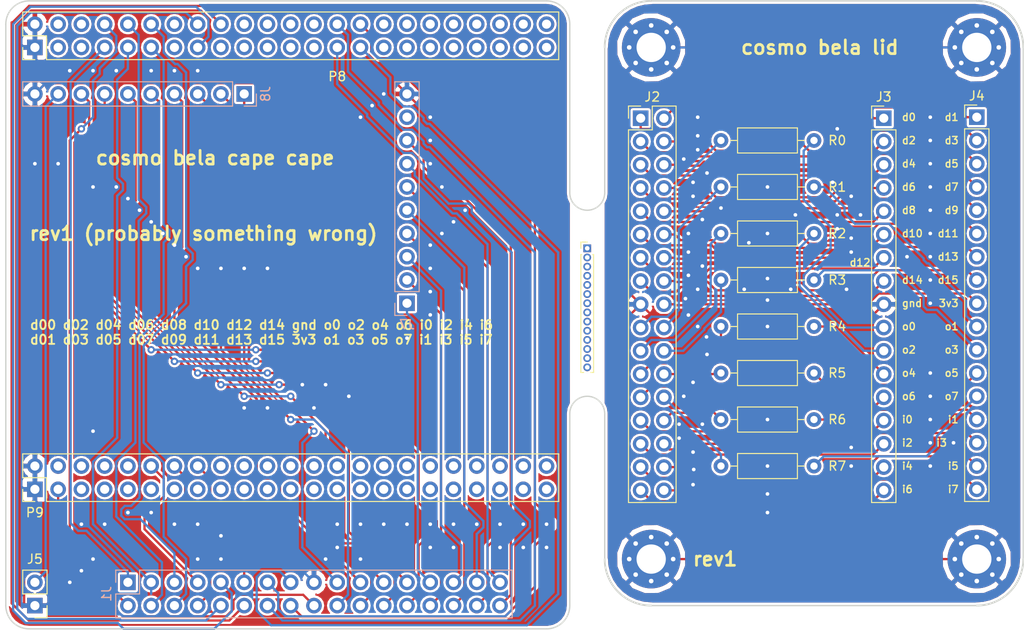
<source format=kicad_pcb>
(kicad_pcb (version 20171130) (host pcbnew 5.0.0-rc2-dev-unknown-r12463-620c2af3)
  (layers (0 F.Cu signal) (31 B.Cu signal) (34 B.Paste user) (35 F.Paste user) (36 B.SilkS user) (37 F.SilkS user) (38 B.Mask user) (39 F.Mask user) (44 Edge.Cuts user))
  (net 0 "")
  (net 1 /d0)
  (net 2 /d1)
  (net 3 /d2)
  (net 4 /d3)
  (net 5 /d4)
  (net 6 /d5)
  (net 7 /d6)
  (net 8 /d7)
  (net 9 /d8)
  (net 10 /d9)
  (net 11 /d10)
  (net 12 /d11)
  (net 13 /d12)
  (net 14 /d13)
  (net 15 /d14)
  (net 16 /d15)
  (net 17 GND)
  (net 18 +3V3)
  (net 19 /ao0)
  (net 20 /ao1)
  (net 21 /ao2)
  (net 22 /ao3)
  (net 23 /ao4)
  (net 24 /ao5)
  (net 25 /ao6)
  (net 26 /ao7)
  (net 27 /ai0)
  (net 28 /ai1)
  (net 29 /ai2)
  (net 30 /ai3)
  (net 31 /ai4)
  (net 32 /ai5)
  (net 33 /ai6)
  (net 34 /ai7)
  (net 35 +5VA)
  (net 36 "Net-(J7-Pad9)")
  (net 37 "Net-(P8-Pad3)")
  (net 38 "Net-(P8-Pad4)")
  (net 39 "Net-(P8-Pad5)")
  (net 40 "Net-(P8-Pad6)")
  (net 41 "Net-(P8-Pad13)")
  (net 42 "Net-(P8-Pad14)")
  (net 43 "Net-(P8-Pad17)")
  (net 44 "Net-(P8-Pad19)")
  (net 45 "Net-(P8-Pad20)")
  (net 46 "Net-(P8-Pad21)")
  (net 47 "Net-(P8-Pad22)")
  (net 48 "Net-(P8-Pad23)")
  (net 49 "Net-(P8-Pad24)")
  (net 50 "Net-(P8-Pad25)")
  (net 51 "Net-(P8-Pad26)")
  (net 52 "Net-(P8-Pad31)")
  (net 53 "Net-(P8-Pad32)")
  (net 54 "Net-(P8-Pad33)")
  (net 55 "Net-(P8-Pad34)")
  (net 56 "Net-(P8-Pad35)")
  (net 57 "Net-(P8-Pad36)")
  (net 58 "Net-(P8-Pad37)")
  (net 59 "Net-(P8-Pad38)")
  (net 60 "Net-(P8-Pad39)")
  (net 61 "Net-(P8-Pad40)")
  (net 62 "Net-(P8-Pad41)")
  (net 63 "Net-(P8-Pad42)")
  (net 64 "Net-(P8-Pad43)")
  (net 65 "Net-(P8-Pad44)")
  (net 66 "Net-(P8-Pad45)")
  (net 67 "Net-(P8-Pad46)")
  (net 68 "Net-(P9-Pad46)")
  (net 69 "Net-(P9-Pad45)")
  (net 70 "Net-(P9-Pad44)")
  (net 71 "Net-(P9-Pad43)")
  (net 72 "Net-(P9-Pad42)")
  (net 73 "Net-(P9-Pad41)")
  (net 74 "Net-(P9-Pad40)")
  (net 75 "Net-(P9-Pad39)")
  (net 76 "Net-(P9-Pad38)")
  (net 77 "Net-(P9-Pad37)")
  (net 78 "Net-(P9-Pad36)")
  (net 79 "Net-(P9-Pad35)")
  (net 80 "Net-(P9-Pad34)")
  (net 81 "Net-(P9-Pad33)")
  (net 82 "Net-(P9-Pad32)")
  (net 83 "Net-(P9-Pad31)")
  (net 84 "Net-(P9-Pad30)")
  (net 85 "Net-(P9-Pad29)")
  (net 86 "Net-(P9-Pad28)")
  (net 87 "Net-(P9-Pad27)")
  (net 88 "Net-(P9-Pad26)")
  (net 89 "Net-(P9-Pad25)")
  (net 90 "Net-(P9-Pad24)")
  (net 91 "Net-(P9-Pad23)")
  (net 92 "Net-(P9-Pad22)")
  (net 93 "Net-(P9-Pad21)")
  (net 94 "Net-(P9-Pad20)")
  (net 95 "Net-(P9-Pad19)")
  (net 96 "Net-(P9-Pad18)")
  (net 97 "Net-(P9-Pad17)")
  (net 98 "Net-(P9-Pad15)")
  (net 99 "Net-(P9-Pad13)")
  (net 100 "Net-(P9-Pad11)")
  (net 101 "Net-(P9-Pad10)")
  (net 102 "Net-(P9-Pad9)")
  (net 103 "Net-(P9-Pad8)")
  (net 104 "Net-(P9-Pad7)")
  (net 105 "Net-(P9-Pad6)")
  (net 106 "Net-(P9-Pad5)")
  (net 107 "Net-(P9-Pad4)")
  (net 108 "Net-(J2-Pad1)")
  (net 109 "Net-(J2-Pad2)")
  (net 110 "Net-(J2-Pad3)")
  (net 111 "Net-(J2-Pad4)")
  (net 112 "Net-(J2-Pad5)")
  (net 113 "Net-(J2-Pad6)")
  (net 114 "Net-(J2-Pad7)")
  (net 115 "Net-(J2-Pad8)")
  (net 116 "Net-(J2-Pad9)")
  (net 117 "Net-(J2-Pad10)")
  (net 118 "Net-(J2-Pad11)")
  (net 119 "Net-(J2-Pad12)")
  (net 120 "Net-(J2-Pad13)")
  (net 121 "Net-(J2-Pad14)")
  (net 122 "Net-(J2-Pad15)")
  (net 123 "Net-(J2-Pad16)")
  (net 124 /lidgnd)
  (net 125 "Net-(J2-Pad18)")
  (net 126 "Net-(J2-Pad19)")
  (net 127 "Net-(J2-Pad20)")
  (net 128 "Net-(J2-Pad21)")
  (net 129 "Net-(J2-Pad22)")
  (net 130 "Net-(J2-Pad23)")
  (net 131 "Net-(J2-Pad24)")
  (net 132 "Net-(J2-Pad25)")
  (net 133 "Net-(J2-Pad26)")
  (net 134 "Net-(J2-Pad27)")
  (net 135 "Net-(J2-Pad28)")
  (net 136 "Net-(J2-Pad29)")
  (net 137 "Net-(J2-Pad30)")
  (net 138 "Net-(J2-Pad31)")
  (net 139 "Net-(J2-Pad32)")
  (net 140 "Net-(J2-Pad33)")
  (net 141 "Net-(J2-Pad34)")
  (net 142 "Net-(J3-Pad10)")
  (net 143 "Net-(J3-Pad11)")
  (net 144 "Net-(J3-Pad12)")
  (net 145 "Net-(J3-Pad13)")
  (net 146 "Net-(J4-Pad13)")
  (net 147 "Net-(J4-Pad12)")
  (net 148 "Net-(J4-Pad11)")
  (net 149 "Net-(J4-Pad10)")
  (module Connector_PinHeader_2.54mm:PinHeader_2x17_P2.54mm_Vertical (layer B.Cu) (at 99.06 121.92 270)
    (fp_text reference J1 (at 1.27 2.33 270) (layer B.SilkS) (effects (justify mirror)))
    (fp_text value lid)
    (pad 1 thru_hole rect (at 0 0 270) (size 1.7 1.7) (drill 1) (layers *.Cu *.Mask) (net 1 /d0))
    (pad 2 thru_hole oval (at 2.54 0 270) (size 1.7 1.7) (drill 1) (layers *.Cu *.Mask) (net 2 /d1))
    (pad 3 thru_hole oval (at 0 -2.54 270) (size 1.7 1.7) (drill 1) (layers *.Cu *.Mask) (net 3 /d2))
    (pad 4 thru_hole oval (at 2.54 -2.54 270) (size 1.7 1.7) (drill 1) (layers *.Cu *.Mask) (net 4 /d3))
    (pad 5 thru_hole oval (at 0 -5.08 270) (size 1.7 1.7) (drill 1) (layers *.Cu *.Mask) (net 5 /d4))
    (pad 6 thru_hole oval (at 2.54 -5.08 270) (size 1.7 1.7) (drill 1) (layers *.Cu *.Mask) (net 6 /d5))
    (pad 7 thru_hole oval (at 0 -7.62 270) (size 1.7 1.7) (drill 1) (layers *.Cu *.Mask) (net 7 /d6))
    (pad 8 thru_hole oval (at 2.54 -7.62 270) (size 1.7 1.7) (drill 1) (layers *.Cu *.Mask) (net 8 /d7))
    (pad 9 thru_hole oval (at 0 -10.16 270) (size 1.7 1.7) (drill 1) (layers *.Cu *.Mask) (net 9 /d8))
    (pad 10 thru_hole oval (at 2.54 -10.16 270) (size 1.7 1.7) (drill 1) (layers *.Cu *.Mask) (net 10 /d9))
    (pad 11 thru_hole oval (at 0 -12.7 270) (size 1.7 1.7) (drill 1) (layers *.Cu *.Mask) (net 11 /d10))
    (pad 12 thru_hole oval (at 2.54 -12.7 270) (size 1.7 1.7) (drill 1) (layers *.Cu *.Mask) (net 12 /d11))
    (pad 13 thru_hole oval (at 0 -15.24 270) (size 1.7 1.7) (drill 1) (layers *.Cu *.Mask) (net 13 /d12))
    (pad 14 thru_hole oval (at 2.54 -15.24 270) (size 1.7 1.7) (drill 1) (layers *.Cu *.Mask) (net 14 /d13))
    (pad 15 thru_hole oval (at 0 -17.78 270) (size 1.7 1.7) (drill 1) (layers *.Cu *.Mask) (net 15 /d14))
    (pad 16 thru_hole oval (at 2.54 -17.78 270) (size 1.7 1.7) (drill 1) (layers *.Cu *.Mask) (net 16 /d15))
    (pad 17 thru_hole oval (at 0 -20.32 270) (size 1.7 1.7) (drill 1) (layers *.Cu *.Mask) (net 17 GND))
    (pad 18 thru_hole oval (at 2.54 -20.32 270) (size 1.7 1.7) (drill 1) (layers *.Cu *.Mask) (net 18 +3V3))
    (pad 19 thru_hole oval (at 0 -22.86 270) (size 1.7 1.7) (drill 1) (layers *.Cu *.Mask) (net 19 /ao0))
    (pad 20 thru_hole oval (at 2.54 -22.86 270) (size 1.7 1.7) (drill 1) (layers *.Cu *.Mask) (net 20 /ao1))
    (pad 21 thru_hole oval (at 0 -25.4 270) (size 1.7 1.7) (drill 1) (layers *.Cu *.Mask) (net 21 /ao2))
    (pad 22 thru_hole oval (at 2.54 -25.4 270) (size 1.7 1.7) (drill 1) (layers *.Cu *.Mask) (net 22 /ao3))
    (pad 23 thru_hole oval (at 0 -27.94 270) (size 1.7 1.7) (drill 1) (layers *.Cu *.Mask) (net 23 /ao4))
    (pad 24 thru_hole oval (at 2.54 -27.94 270) (size 1.7 1.7) (drill 1) (layers *.Cu *.Mask) (net 24 /ao5))
    (pad 25 thru_hole oval (at 0 -30.48 270) (size 1.7 1.7) (drill 1) (layers *.Cu *.Mask) (net 25 /ao6))
    (pad 26 thru_hole oval (at 2.54 -30.48 270) (size 1.7 1.7) (drill 1) (layers *.Cu *.Mask) (net 26 /ao7))
    (pad 27 thru_hole oval (at 0 -33.02 270) (size 1.7 1.7) (drill 1) (layers *.Cu *.Mask) (net 27 /ai0))
    (pad 28 thru_hole oval (at 2.54 -33.02 270) (size 1.7 1.7) (drill 1) (layers *.Cu *.Mask) (net 28 /ai1))
    (pad 29 thru_hole oval (at 0 -35.56 270) (size 1.7 1.7) (drill 1) (layers *.Cu *.Mask) (net 29 /ai2))
    (pad 30 thru_hole oval (at 2.54 -35.56 270) (size 1.7 1.7) (drill 1) (layers *.Cu *.Mask) (net 30 /ai3))
    (pad 31 thru_hole oval (at 0 -38.1 270) (size 1.7 1.7) (drill 1) (layers *.Cu *.Mask) (net 31 /ai4))
    (pad 32 thru_hole oval (at 2.54 -38.1 270) (size 1.7 1.7) (drill 1) (layers *.Cu *.Mask) (net 32 /ai5))
    (pad 33 thru_hole oval (at 0 -40.64 270) (size 1.7 1.7) (drill 1) (layers *.Cu *.Mask) (net 33 /ai6))
    (pad 34 thru_hole oval (at 2.54 -40.64 270) (size 1.7 1.7) (drill 1) (layers *.Cu *.Mask) (net 34 /ai7))
  )
  (module Connector_PinHeader_2.54mm:PinHeader_1x10_P2.54mm_Vertical (layer B.Cu) (at 129.54 91.44)
    (fp_text reference J7 (at 0 2.33) (layer B.SilkS) (effects (justify mirror)))
    (fp_text value IN)
    (pad 10 thru_hole oval (at 0 -22.86) (size 1.7 1.7) (drill 1) (layers *.Cu *.Mask) (net 17 GND))
    (pad 9 thru_hole oval (at 0 -20.32) (size 1.7 1.7) (drill 1) (layers *.Cu *.Mask) (net 36 "Net-(J7-Pad9)"))
    (pad 8 thru_hole oval (at 0 -17.78) (size 1.7 1.7) (drill 1) (layers *.Cu *.Mask) (net 34 /ai7))
    (pad 7 thru_hole oval (at 0 -15.24) (size 1.7 1.7) (drill 1) (layers *.Cu *.Mask) (net 33 /ai6))
    (pad 6 thru_hole oval (at 0 -12.7) (size 1.7 1.7) (drill 1) (layers *.Cu *.Mask) (net 32 /ai5))
    (pad 5 thru_hole oval (at 0 -10.16) (size 1.7 1.7) (drill 1) (layers *.Cu *.Mask) (net 31 /ai4))
    (pad 4 thru_hole oval (at 0 -7.62) (size 1.7 1.7) (drill 1) (layers *.Cu *.Mask) (net 30 /ai3))
    (pad 3 thru_hole oval (at 0 -5.08) (size 1.7 1.7) (drill 1) (layers *.Cu *.Mask) (net 29 /ai2))
    (pad 2 thru_hole oval (at 0 -2.54) (size 1.7 1.7) (drill 1) (layers *.Cu *.Mask) (net 28 /ai1))
    (pad 1 thru_hole rect (at 0 0) (size 1.7 1.7) (drill 1) (layers *.Cu *.Mask) (net 27 /ai0))
  )
  (module Connector_PinHeader_2.54mm:PinHeader_1x02_P2.54mm_Vertical (layer F.Cu) (at 88.9 124.46 180)
    (fp_text reference J5 (at 0 5.08 180) (layer F.SilkS))
    (fp_text value 5V)
    (pad 1 thru_hole rect (at 0 0 180) (size 1.7 1.7) (drill 1) (layers *.Cu *.Mask) (net 17 GND))
    (pad 2 thru_hole oval (at 0 2.54 180) (size 1.7 1.7) (drill 1) (layers *.Cu *.Mask) (net 35 +5VA))
  )
  (module Connector_PinHeader_2.54mm:PinHeader_2x23_P2.54mm_Vertical (layer F.Cu) (at 88.9 63.5 90)
    (fp_text reference P8 (at -3.175 33.02 180) (layer F.SilkS))
    (fp_text value bela)
    (pad 1 thru_hole rect (at 0 0 90) (size 1.7 1.7) (drill 1) (layers *.Cu *.Mask) (net 17 GND))
    (pad 2 thru_hole oval (at 2.54 0 90) (size 1.7 1.7) (drill 1) (layers *.Cu *.Mask) (net 17 GND))
    (pad 3 thru_hole oval (at 0 2.54 90) (size 1.7 1.7) (drill 1) (layers *.Cu *.Mask) (net 37 "Net-(P8-Pad3)"))
    (pad 4 thru_hole oval (at 2.54 2.54 90) (size 1.7 1.7) (drill 1) (layers *.Cu *.Mask) (net 38 "Net-(P8-Pad4)"))
    (pad 5 thru_hole oval (at 0 5.08 90) (size 1.7 1.7) (drill 1) (layers *.Cu *.Mask) (net 39 "Net-(P8-Pad5)"))
    (pad 6 thru_hole oval (at 2.54 5.08 90) (size 1.7 1.7) (drill 1) (layers *.Cu *.Mask) (net 40 "Net-(P8-Pad6)"))
    (pad 7 thru_hole oval (at 0 7.62 90) (size 1.7 1.7) (drill 1) (layers *.Cu *.Mask) (net 1 /d0))
    (pad 8 thru_hole oval (at 2.54 7.62 90) (size 1.7 1.7) (drill 1) (layers *.Cu *.Mask) (net 2 /d1))
    (pad 9 thru_hole oval (at 0 10.16 90) (size 1.7 1.7) (drill 1) (layers *.Cu *.Mask) (net 3 /d2))
    (pad 10 thru_hole oval (at 2.54 10.16 90) (size 1.7 1.7) (drill 1) (layers *.Cu *.Mask) (net 4 /d3))
    (pad 11 thru_hole oval (at 0 12.7 90) (size 1.7 1.7) (drill 1) (layers *.Cu *.Mask) (net 5 /d4))
    (pad 12 thru_hole oval (at 2.54 12.7 90) (size 1.7 1.7) (drill 1) (layers *.Cu *.Mask) (net 6 /d5))
    (pad 13 thru_hole oval (at 0 15.24 90) (size 1.7 1.7) (drill 1) (layers *.Cu *.Mask) (net 41 "Net-(P8-Pad13)"))
    (pad 14 thru_hole oval (at 2.54 15.24 90) (size 1.7 1.7) (drill 1) (layers *.Cu *.Mask) (net 42 "Net-(P8-Pad14)"))
    (pad 15 thru_hole oval (at 0 17.78 90) (size 1.7 1.7) (drill 1) (layers *.Cu *.Mask) (net 9 /d8))
    (pad 16 thru_hole oval (at 2.54 17.78 90) (size 1.7 1.7) (drill 1) (layers *.Cu *.Mask) (net 10 /d9))
    (pad 17 thru_hole oval (at 0 20.32 90) (size 1.7 1.7) (drill 1) (layers *.Cu *.Mask) (net 43 "Net-(P8-Pad17)"))
    (pad 18 thru_hole oval (at 2.54 20.32 90) (size 1.7 1.7) (drill 1) (layers *.Cu *.Mask) (net 12 /d11))
    (pad 19 thru_hole oval (at 0 22.86 90) (size 1.7 1.7) (drill 1) (layers *.Cu *.Mask) (net 44 "Net-(P8-Pad19)"))
    (pad 20 thru_hole oval (at 2.54 22.86 90) (size 1.7 1.7) (drill 1) (layers *.Cu *.Mask) (net 45 "Net-(P8-Pad20)"))
    (pad 21 thru_hole oval (at 0 25.4 90) (size 1.7 1.7) (drill 1) (layers *.Cu *.Mask) (net 46 "Net-(P8-Pad21)"))
    (pad 22 thru_hole oval (at 2.54 25.4 90) (size 1.7 1.7) (drill 1) (layers *.Cu *.Mask) (net 47 "Net-(P8-Pad22)"))
    (pad 23 thru_hole oval (at 0 27.94 90) (size 1.7 1.7) (drill 1) (layers *.Cu *.Mask) (net 48 "Net-(P8-Pad23)"))
    (pad 24 thru_hole oval (at 2.54 27.94 90) (size 1.7 1.7) (drill 1) (layers *.Cu *.Mask) (net 49 "Net-(P8-Pad24)"))
    (pad 25 thru_hole oval (at 0 30.48 90) (size 1.7 1.7) (drill 1) (layers *.Cu *.Mask) (net 50 "Net-(P8-Pad25)"))
    (pad 26 thru_hole oval (at 2.54 30.48 90) (size 1.7 1.7) (drill 1) (layers *.Cu *.Mask) (net 51 "Net-(P8-Pad26)"))
    (pad 27 thru_hole oval (at 0 33.02 90) (size 1.7 1.7) (drill 1) (layers *.Cu *.Mask) (net 13 /d12))
    (pad 28 thru_hole oval (at 2.54 33.02 90) (size 1.7 1.7) (drill 1) (layers *.Cu *.Mask) (net 14 /d13))
    (pad 29 thru_hole oval (at 0 35.56 90) (size 1.7 1.7) (drill 1) (layers *.Cu *.Mask) (net 15 /d14))
    (pad 30 thru_hole oval (at 2.54 35.56 90) (size 1.7 1.7) (drill 1) (layers *.Cu *.Mask) (net 16 /d15))
    (pad 31 thru_hole oval (at 0 38.1 90) (size 1.7 1.7) (drill 1) (layers *.Cu *.Mask) (net 52 "Net-(P8-Pad31)"))
    (pad 32 thru_hole oval (at 2.54 38.1 90) (size 1.7 1.7) (drill 1) (layers *.Cu *.Mask) (net 53 "Net-(P8-Pad32)"))
    (pad 33 thru_hole oval (at 0 40.64 90) (size 1.7 1.7) (drill 1) (layers *.Cu *.Mask) (net 54 "Net-(P8-Pad33)"))
    (pad 34 thru_hole oval (at 2.54 40.64 90) (size 1.7 1.7) (drill 1) (layers *.Cu *.Mask) (net 55 "Net-(P8-Pad34)"))
    (pad 35 thru_hole oval (at 0 43.18 90) (size 1.7 1.7) (drill 1) (layers *.Cu *.Mask) (net 56 "Net-(P8-Pad35)"))
    (pad 36 thru_hole oval (at 2.54 43.18 90) (size 1.7 1.7) (drill 1) (layers *.Cu *.Mask) (net 57 "Net-(P8-Pad36)"))
    (pad 37 thru_hole oval (at 0 45.72 90) (size 1.7 1.7) (drill 1) (layers *.Cu *.Mask) (net 58 "Net-(P8-Pad37)"))
    (pad 38 thru_hole oval (at 2.54 45.72 90) (size 1.7 1.7) (drill 1) (layers *.Cu *.Mask) (net 59 "Net-(P8-Pad38)"))
    (pad 39 thru_hole oval (at 0 48.26 90) (size 1.7 1.7) (drill 1) (layers *.Cu *.Mask) (net 60 "Net-(P8-Pad39)"))
    (pad 40 thru_hole oval (at 2.54 48.26 90) (size 1.7 1.7) (drill 1) (layers *.Cu *.Mask) (net 61 "Net-(P8-Pad40)"))
    (pad 41 thru_hole oval (at 0 50.8 90) (size 1.7 1.7) (drill 1) (layers *.Cu *.Mask) (net 62 "Net-(P8-Pad41)"))
    (pad 42 thru_hole oval (at 2.54 50.8 90) (size 1.7 1.7) (drill 1) (layers *.Cu *.Mask) (net 63 "Net-(P8-Pad42)"))
    (pad 43 thru_hole oval (at 0 53.34 90) (size 1.7 1.7) (drill 1) (layers *.Cu *.Mask) (net 64 "Net-(P8-Pad43)"))
    (pad 44 thru_hole oval (at 2.54 53.34 90) (size 1.7 1.7) (drill 1) (layers *.Cu *.Mask) (net 65 "Net-(P8-Pad44)"))
    (pad 45 thru_hole oval (at 0 55.88 90) (size 1.7 1.7) (drill 1) (layers *.Cu *.Mask) (net 66 "Net-(P8-Pad45)"))
    (pad 46 thru_hole oval (at 2.54 55.88 90) (size 1.7 1.7) (drill 1) (layers *.Cu *.Mask) (net 67 "Net-(P8-Pad46)"))
  )
  (module Connector_PinHeader_2.54mm:PinHeader_2x23_P2.54mm_Vertical (layer F.Cu) (at 88.9 111.76 90)
    (fp_text reference P9 (at -2.54 0 180) (layer F.SilkS))
    (fp_text value bela)
    (pad 46 thru_hole oval (at 2.54 55.88 90) (size 1.7 1.7) (drill 1) (layers *.Cu *.Mask) (net 68 "Net-(P9-Pad46)"))
    (pad 45 thru_hole oval (at 0 55.88 90) (size 1.7 1.7) (drill 1) (layers *.Cu *.Mask) (net 69 "Net-(P9-Pad45)"))
    (pad 44 thru_hole oval (at 2.54 53.34 90) (size 1.7 1.7) (drill 1) (layers *.Cu *.Mask) (net 70 "Net-(P9-Pad44)"))
    (pad 43 thru_hole oval (at 0 53.34 90) (size 1.7 1.7) (drill 1) (layers *.Cu *.Mask) (net 71 "Net-(P9-Pad43)"))
    (pad 42 thru_hole oval (at 2.54 50.8 90) (size 1.7 1.7) (drill 1) (layers *.Cu *.Mask) (net 72 "Net-(P9-Pad42)"))
    (pad 41 thru_hole oval (at 0 50.8 90) (size 1.7 1.7) (drill 1) (layers *.Cu *.Mask) (net 73 "Net-(P9-Pad41)"))
    (pad 40 thru_hole oval (at 2.54 48.26 90) (size 1.7 1.7) (drill 1) (layers *.Cu *.Mask) (net 74 "Net-(P9-Pad40)"))
    (pad 39 thru_hole oval (at 0 48.26 90) (size 1.7 1.7) (drill 1) (layers *.Cu *.Mask) (net 75 "Net-(P9-Pad39)"))
    (pad 38 thru_hole oval (at 2.54 45.72 90) (size 1.7 1.7) (drill 1) (layers *.Cu *.Mask) (net 76 "Net-(P9-Pad38)"))
    (pad 37 thru_hole oval (at 0 45.72 90) (size 1.7 1.7) (drill 1) (layers *.Cu *.Mask) (net 77 "Net-(P9-Pad37)"))
    (pad 36 thru_hole oval (at 2.54 43.18 90) (size 1.7 1.7) (drill 1) (layers *.Cu *.Mask) (net 78 "Net-(P9-Pad36)"))
    (pad 35 thru_hole oval (at 0 43.18 90) (size 1.7 1.7) (drill 1) (layers *.Cu *.Mask) (net 79 "Net-(P9-Pad35)"))
    (pad 34 thru_hole oval (at 2.54 40.64 90) (size 1.7 1.7) (drill 1) (layers *.Cu *.Mask) (net 80 "Net-(P9-Pad34)"))
    (pad 33 thru_hole oval (at 0 40.64 90) (size 1.7 1.7) (drill 1) (layers *.Cu *.Mask) (net 81 "Net-(P9-Pad33)"))
    (pad 32 thru_hole oval (at 2.54 38.1 90) (size 1.7 1.7) (drill 1) (layers *.Cu *.Mask) (net 82 "Net-(P9-Pad32)"))
    (pad 31 thru_hole oval (at 0 38.1 90) (size 1.7 1.7) (drill 1) (layers *.Cu *.Mask) (net 83 "Net-(P9-Pad31)"))
    (pad 30 thru_hole oval (at 2.54 35.56 90) (size 1.7 1.7) (drill 1) (layers *.Cu *.Mask) (net 84 "Net-(P9-Pad30)"))
    (pad 29 thru_hole oval (at 0 35.56 90) (size 1.7 1.7) (drill 1) (layers *.Cu *.Mask) (net 85 "Net-(P9-Pad29)"))
    (pad 28 thru_hole oval (at 2.54 33.02 90) (size 1.7 1.7) (drill 1) (layers *.Cu *.Mask) (net 86 "Net-(P9-Pad28)"))
    (pad 27 thru_hole oval (at 0 33.02 90) (size 1.7 1.7) (drill 1) (layers *.Cu *.Mask) (net 87 "Net-(P9-Pad27)"))
    (pad 26 thru_hole oval (at 2.54 30.48 90) (size 1.7 1.7) (drill 1) (layers *.Cu *.Mask) (net 88 "Net-(P9-Pad26)"))
    (pad 25 thru_hole oval (at 0 30.48 90) (size 1.7 1.7) (drill 1) (layers *.Cu *.Mask) (net 89 "Net-(P9-Pad25)"))
    (pad 24 thru_hole oval (at 2.54 27.94 90) (size 1.7 1.7) (drill 1) (layers *.Cu *.Mask) (net 90 "Net-(P9-Pad24)"))
    (pad 23 thru_hole oval (at 0 27.94 90) (size 1.7 1.7) (drill 1) (layers *.Cu *.Mask) (net 91 "Net-(P9-Pad23)"))
    (pad 22 thru_hole oval (at 2.54 25.4 90) (size 1.7 1.7) (drill 1) (layers *.Cu *.Mask) (net 92 "Net-(P9-Pad22)"))
    (pad 21 thru_hole oval (at 0 25.4 90) (size 1.7 1.7) (drill 1) (layers *.Cu *.Mask) (net 93 "Net-(P9-Pad21)"))
    (pad 20 thru_hole oval (at 2.54 22.86 90) (size 1.7 1.7) (drill 1) (layers *.Cu *.Mask) (net 94 "Net-(P9-Pad20)"))
    (pad 19 thru_hole oval (at 0 22.86 90) (size 1.7 1.7) (drill 1) (layers *.Cu *.Mask) (net 95 "Net-(P9-Pad19)"))
    (pad 18 thru_hole oval (at 2.54 20.32 90) (size 1.7 1.7) (drill 1) (layers *.Cu *.Mask) (net 96 "Net-(P9-Pad18)"))
    (pad 17 thru_hole oval (at 0 20.32 90) (size 1.7 1.7) (drill 1) (layers *.Cu *.Mask) (net 97 "Net-(P9-Pad17)"))
    (pad 16 thru_hole oval (at 2.54 17.78 90) (size 1.7 1.7) (drill 1) (layers *.Cu *.Mask) (net 11 /d10))
    (pad 15 thru_hole oval (at 0 17.78 90) (size 1.7 1.7) (drill 1) (layers *.Cu *.Mask) (net 98 "Net-(P9-Pad15)"))
    (pad 14 thru_hole oval (at 2.54 15.24 90) (size 1.7 1.7) (drill 1) (layers *.Cu *.Mask) (net 8 /d7))
    (pad 13 thru_hole oval (at 0 15.24 90) (size 1.7 1.7) (drill 1) (layers *.Cu *.Mask) (net 99 "Net-(P9-Pad13)"))
    (pad 12 thru_hole oval (at 2.54 12.7 90) (size 1.7 1.7) (drill 1) (layers *.Cu *.Mask) (net 7 /d6))
    (pad 11 thru_hole oval (at 0 12.7 90) (size 1.7 1.7) (drill 1) (layers *.Cu *.Mask) (net 100 "Net-(P9-Pad11)"))
    (pad 10 thru_hole oval (at 2.54 10.16 90) (size 1.7 1.7) (drill 1) (layers *.Cu *.Mask) (net 101 "Net-(P9-Pad10)"))
    (pad 9 thru_hole oval (at 0 10.16 90) (size 1.7 1.7) (drill 1) (layers *.Cu *.Mask) (net 102 "Net-(P9-Pad9)"))
    (pad 8 thru_hole oval (at 2.54 7.62 90) (size 1.7 1.7) (drill 1) (layers *.Cu *.Mask) (net 103 "Net-(P9-Pad8)"))
    (pad 7 thru_hole oval (at 0 7.62 90) (size 1.7 1.7) (drill 1) (layers *.Cu *.Mask) (net 104 "Net-(P9-Pad7)"))
    (pad 6 thru_hole oval (at 2.54 5.08 90) (size 1.7 1.7) (drill 1) (layers *.Cu *.Mask) (net 105 "Net-(P9-Pad6)"))
    (pad 5 thru_hole oval (at 0 5.08 90) (size 1.7 1.7) (drill 1) (layers *.Cu *.Mask) (net 106 "Net-(P9-Pad5)"))
    (pad 4 thru_hole oval (at 2.54 2.54 90) (size 1.7 1.7) (drill 1) (layers *.Cu *.Mask) (net 107 "Net-(P9-Pad4)"))
    (pad 3 thru_hole oval (at 0 2.54 90) (size 1.7 1.7) (drill 1) (layers *.Cu *.Mask) (net 18 +3V3))
    (pad 2 thru_hole oval (at 2.54 0 90) (size 1.7 1.7) (drill 1) (layers *.Cu *.Mask) (net 17 GND))
    (pad 1 thru_hole rect (at 0 0 90) (size 1.7 1.7) (drill 1) (layers *.Cu *.Mask) (net 17 GND))
  )
  (module Connector_PinHeader_2.54mm:PinHeader_1x10_P2.54mm_Vertical (layer B.Cu) (at 111.76 68.58 90)
    (fp_text reference J8 (at 0 2.33 90) (layer B.SilkS) (effects (justify mirror)))
    (fp_text value OUT)
    (pad 1 thru_hole rect (at 0 0 90) (size 1.7 1.7) (drill 1) (layers *.Cu *.Mask) (net 19 /ao0))
    (pad 2 thru_hole oval (at 0 -2.54 90) (size 1.7 1.7) (drill 1) (layers *.Cu *.Mask) (net 20 /ao1))
    (pad 3 thru_hole oval (at 0 -5.08 90) (size 1.7 1.7) (drill 1) (layers *.Cu *.Mask) (net 21 /ao2))
    (pad 4 thru_hole oval (at 0 -7.62 90) (size 1.7 1.7) (drill 1) (layers *.Cu *.Mask) (net 22 /ao3))
    (pad 5 thru_hole oval (at 0 -10.16 90) (size 1.7 1.7) (drill 1) (layers *.Cu *.Mask) (net 23 /ao4))
    (pad 6 thru_hole oval (at 0 -12.7 90) (size 1.7 1.7) (drill 1) (layers *.Cu *.Mask) (net 24 /ao5))
    (pad 7 thru_hole oval (at 0 -15.24 90) (size 1.7 1.7) (drill 1) (layers *.Cu *.Mask) (net 25 /ao6))
    (pad 8 thru_hole oval (at 0 -17.78 90) (size 1.7 1.7) (drill 1) (layers *.Cu *.Mask) (net 26 /ao7))
    (pad 9 thru_hole oval (at 0 -20.32 90) (size 1.7 1.7) (drill 1) (layers *.Cu *.Mask) (net 35 +5VA))
    (pad 10 thru_hole oval (at 0 -22.86 90) (size 1.7 1.7) (drill 1) (layers *.Cu *.Mask) (net 17 GND))
  )
  (module Connector_PinHeader_2.54mm:PinHeader_2x17_P2.54mm_Vertical (layer F.Cu) (at 155.060001 71.2325)
    (fp_text reference J2 (at 1.27 -2.33) (layer F.SilkS))
    (fp_text value bela)
    (pad 1 thru_hole rect (at 0 0) (size 1.7 1.7) (drill 1) (layers *.Cu *.Mask) (net 108 "Net-(J2-Pad1)"))
    (pad 2 thru_hole oval (at 2.54 0) (size 1.7 1.7) (drill 1) (layers *.Cu *.Mask) (net 109 "Net-(J2-Pad2)"))
    (pad 3 thru_hole oval (at 0 2.54) (size 1.7 1.7) (drill 1) (layers *.Cu *.Mask) (net 110 "Net-(J2-Pad3)"))
    (pad 4 thru_hole oval (at 2.54 2.54) (size 1.7 1.7) (drill 1) (layers *.Cu *.Mask) (net 111 "Net-(J2-Pad4)"))
    (pad 5 thru_hole oval (at 0 5.08) (size 1.7 1.7) (drill 1) (layers *.Cu *.Mask) (net 112 "Net-(J2-Pad5)"))
    (pad 6 thru_hole oval (at 2.54 5.08) (size 1.7 1.7) (drill 1) (layers *.Cu *.Mask) (net 113 "Net-(J2-Pad6)"))
    (pad 7 thru_hole oval (at 0 7.62) (size 1.7 1.7) (drill 1) (layers *.Cu *.Mask) (net 114 "Net-(J2-Pad7)"))
    (pad 8 thru_hole oval (at 2.54 7.62) (size 1.7 1.7) (drill 1) (layers *.Cu *.Mask) (net 115 "Net-(J2-Pad8)"))
    (pad 9 thru_hole oval (at 0 10.16) (size 1.7 1.7) (drill 1) (layers *.Cu *.Mask) (net 116 "Net-(J2-Pad9)"))
    (pad 10 thru_hole oval (at 2.54 10.16) (size 1.7 1.7) (drill 1) (layers *.Cu *.Mask) (net 117 "Net-(J2-Pad10)"))
    (pad 11 thru_hole oval (at 0 12.7) (size 1.7 1.7) (drill 1) (layers *.Cu *.Mask) (net 118 "Net-(J2-Pad11)"))
    (pad 12 thru_hole oval (at 2.54 12.7) (size 1.7 1.7) (drill 1) (layers *.Cu *.Mask) (net 119 "Net-(J2-Pad12)"))
    (pad 13 thru_hole oval (at 0 15.24) (size 1.7 1.7) (drill 1) (layers *.Cu *.Mask) (net 120 "Net-(J2-Pad13)"))
    (pad 14 thru_hole oval (at 2.54 15.24) (size 1.7 1.7) (drill 1) (layers *.Cu *.Mask) (net 121 "Net-(J2-Pad14)"))
    (pad 15 thru_hole oval (at 0 17.78) (size 1.7 1.7) (drill 1) (layers *.Cu *.Mask) (net 122 "Net-(J2-Pad15)"))
    (pad 16 thru_hole oval (at 2.54 17.78) (size 1.7 1.7) (drill 1) (layers *.Cu *.Mask) (net 123 "Net-(J2-Pad16)"))
    (pad 17 thru_hole oval (at 0 20.32) (size 1.7 1.7) (drill 1) (layers *.Cu *.Mask) (net 124 /lidgnd))
    (pad 18 thru_hole oval (at 2.54 20.32) (size 1.7 1.7) (drill 1) (layers *.Cu *.Mask) (net 125 "Net-(J2-Pad18)"))
    (pad 19 thru_hole oval (at 0 22.86) (size 1.7 1.7) (drill 1) (layers *.Cu *.Mask) (net 126 "Net-(J2-Pad19)"))
    (pad 20 thru_hole oval (at 2.54 22.86) (size 1.7 1.7) (drill 1) (layers *.Cu *.Mask) (net 127 "Net-(J2-Pad20)"))
    (pad 21 thru_hole oval (at 0 25.4) (size 1.7 1.7) (drill 1) (layers *.Cu *.Mask) (net 128 "Net-(J2-Pad21)"))
    (pad 22 thru_hole oval (at 2.54 25.4) (size 1.7 1.7) (drill 1) (layers *.Cu *.Mask) (net 129 "Net-(J2-Pad22)"))
    (pad 23 thru_hole oval (at 0 27.94) (size 1.7 1.7) (drill 1) (layers *.Cu *.Mask) (net 130 "Net-(J2-Pad23)"))
    (pad 24 thru_hole oval (at 2.54 27.94) (size 1.7 1.7) (drill 1) (layers *.Cu *.Mask) (net 131 "Net-(J2-Pad24)"))
    (pad 25 thru_hole oval (at 0 30.48) (size 1.7 1.7) (drill 1) (layers *.Cu *.Mask) (net 132 "Net-(J2-Pad25)"))
    (pad 26 thru_hole oval (at 2.54 30.48) (size 1.7 1.7) (drill 1) (layers *.Cu *.Mask) (net 133 "Net-(J2-Pad26)"))
    (pad 27 thru_hole oval (at 0 33.02) (size 1.7 1.7) (drill 1) (layers *.Cu *.Mask) (net 134 "Net-(J2-Pad27)"))
    (pad 28 thru_hole oval (at 2.54 33.02) (size 1.7 1.7) (drill 1) (layers *.Cu *.Mask) (net 135 "Net-(J2-Pad28)"))
    (pad 29 thru_hole oval (at 0 35.56) (size 1.7 1.7) (drill 1) (layers *.Cu *.Mask) (net 136 "Net-(J2-Pad29)"))
    (pad 30 thru_hole oval (at 2.54 35.56) (size 1.7 1.7) (drill 1) (layers *.Cu *.Mask) (net 137 "Net-(J2-Pad30)"))
    (pad 31 thru_hole oval (at 0 38.1) (size 1.7 1.7) (drill 1) (layers *.Cu *.Mask) (net 138 "Net-(J2-Pad31)"))
    (pad 32 thru_hole oval (at 2.54 38.1) (size 1.7 1.7) (drill 1) (layers *.Cu *.Mask) (net 139 "Net-(J2-Pad32)"))
    (pad 33 thru_hole oval (at 0 40.64) (size 1.7 1.7) (drill 1) (layers *.Cu *.Mask) (net 140 "Net-(J2-Pad33)"))
    (pad 34 thru_hole oval (at 2.54 40.64) (size 1.7 1.7) (drill 1) (layers *.Cu *.Mask) (net 141 "Net-(J2-Pad34)"))
  )
  (module Connector_PinHeader_2.54mm:PinHeader_1x17_P2.54mm_Vertical (layer F.Cu) (at 181.61 71.2325)
    (fp_text reference J3 (at 0 -2.33) (layer F.SilkS))
    (fp_text value Conn_01x17 hide)
    (pad 1 thru_hole rect (at 0 0) (size 1.7 1.7) (drill 1) (layers *.Cu *.Mask) (net 108 "Net-(J2-Pad1)"))
    (pad 2 thru_hole oval (at 0 2.54) (size 1.7 1.7) (drill 1) (layers *.Cu *.Mask) (net 110 "Net-(J2-Pad3)"))
    (pad 3 thru_hole oval (at 0 5.08) (size 1.7 1.7) (drill 1) (layers *.Cu *.Mask) (net 112 "Net-(J2-Pad5)"))
    (pad 4 thru_hole oval (at 0 7.62) (size 1.7 1.7) (drill 1) (layers *.Cu *.Mask) (net 114 "Net-(J2-Pad7)"))
    (pad 5 thru_hole oval (at 0 10.16) (size 1.7 1.7) (drill 1) (layers *.Cu *.Mask) (net 116 "Net-(J2-Pad9)"))
    (pad 6 thru_hole oval (at 0 12.7) (size 1.7 1.7) (drill 1) (layers *.Cu *.Mask) (net 118 "Net-(J2-Pad11)"))
    (pad 7 thru_hole oval (at 0 15.24) (size 1.7 1.7) (drill 1) (layers *.Cu *.Mask) (net 120 "Net-(J2-Pad13)"))
    (pad 8 thru_hole oval (at 0 17.78) (size 1.7 1.7) (drill 1) (layers *.Cu *.Mask) (net 122 "Net-(J2-Pad15)"))
    (pad 9 thru_hole oval (at 0 20.32) (size 1.7 1.7) (drill 1) (layers *.Cu *.Mask) (net 124 /lidgnd))
    (pad 10 thru_hole oval (at 0 22.86) (size 1.7 1.7) (drill 1) (layers *.Cu *.Mask) (net 142 "Net-(J3-Pad10)"))
    (pad 11 thru_hole oval (at 0 25.4) (size 1.7 1.7) (drill 1) (layers *.Cu *.Mask) (net 143 "Net-(J3-Pad11)"))
    (pad 12 thru_hole oval (at 0 27.94) (size 1.7 1.7) (drill 1) (layers *.Cu *.Mask) (net 144 "Net-(J3-Pad12)"))
    (pad 13 thru_hole oval (at 0 30.48) (size 1.7 1.7) (drill 1) (layers *.Cu *.Mask) (net 145 "Net-(J3-Pad13)"))
    (pad 14 thru_hole oval (at 0 33.02) (size 1.7 1.7) (drill 1) (layers *.Cu *.Mask) (net 134 "Net-(J2-Pad27)"))
    (pad 15 thru_hole oval (at 0 35.56) (size 1.7 1.7) (drill 1) (layers *.Cu *.Mask) (net 136 "Net-(J2-Pad29)"))
    (pad 16 thru_hole oval (at 0 38.1) (size 1.7 1.7) (drill 1) (layers *.Cu *.Mask) (net 138 "Net-(J2-Pad31)"))
    (pad 17 thru_hole oval (at 0 40.64) (size 1.7 1.7) (drill 1) (layers *.Cu *.Mask) (net 140 "Net-(J2-Pad33)"))
  )
  (module Connector_PinHeader_2.54mm:PinHeader_1x17_P2.54mm_Vertical (layer F.Cu) (at 191.77 71.12)
    (fp_text reference J4 (at 0 -2.33) (layer F.SilkS))
    (fp_text value Conn_01x17 hide)
    (pad 17 thru_hole oval (at 0 40.64) (size 1.7 1.7) (drill 1) (layers *.Cu *.Mask) (net 141 "Net-(J2-Pad34)"))
    (pad 16 thru_hole oval (at 0 38.1) (size 1.7 1.7) (drill 1) (layers *.Cu *.Mask) (net 139 "Net-(J2-Pad32)"))
    (pad 15 thru_hole oval (at 0 35.56) (size 1.7 1.7) (drill 1) (layers *.Cu *.Mask) (net 137 "Net-(J2-Pad30)"))
    (pad 14 thru_hole oval (at 0 33.02) (size 1.7 1.7) (drill 1) (layers *.Cu *.Mask) (net 135 "Net-(J2-Pad28)"))
    (pad 13 thru_hole oval (at 0 30.48) (size 1.7 1.7) (drill 1) (layers *.Cu *.Mask) (net 146 "Net-(J4-Pad13)"))
    (pad 12 thru_hole oval (at 0 27.94) (size 1.7 1.7) (drill 1) (layers *.Cu *.Mask) (net 147 "Net-(J4-Pad12)"))
    (pad 11 thru_hole oval (at 0 25.4) (size 1.7 1.7) (drill 1) (layers *.Cu *.Mask) (net 148 "Net-(J4-Pad11)"))
    (pad 10 thru_hole oval (at 0 22.86) (size 1.7 1.7) (drill 1) (layers *.Cu *.Mask) (net 149 "Net-(J4-Pad10)"))
    (pad 9 thru_hole oval (at 0 20.32) (size 1.7 1.7) (drill 1) (layers *.Cu *.Mask) (net 125 "Net-(J2-Pad18)"))
    (pad 8 thru_hole oval (at 0 17.78) (size 1.7 1.7) (drill 1) (layers *.Cu *.Mask) (net 123 "Net-(J2-Pad16)"))
    (pad 7 thru_hole oval (at 0 15.24) (size 1.7 1.7) (drill 1) (layers *.Cu *.Mask) (net 121 "Net-(J2-Pad14)"))
    (pad 6 thru_hole oval (at 0 12.7) (size 1.7 1.7) (drill 1) (layers *.Cu *.Mask) (net 119 "Net-(J2-Pad12)"))
    (pad 5 thru_hole oval (at 0 10.16) (size 1.7 1.7) (drill 1) (layers *.Cu *.Mask) (net 117 "Net-(J2-Pad10)"))
    (pad 4 thru_hole oval (at 0 7.62) (size 1.7 1.7) (drill 1) (layers *.Cu *.Mask) (net 115 "Net-(J2-Pad8)"))
    (pad 3 thru_hole oval (at 0 5.08) (size 1.7 1.7) (drill 1) (layers *.Cu *.Mask) (net 113 "Net-(J2-Pad6)"))
    (pad 2 thru_hole oval (at 0 2.54) (size 1.7 1.7) (drill 1) (layers *.Cu *.Mask) (net 111 "Net-(J2-Pad4)"))
    (pad 1 thru_hole rect (at 0 0) (size 1.7 1.7) (drill 1) (layers *.Cu *.Mask) (net 109 "Net-(J2-Pad2)"))
  )
  (module Resistor_THT:R_Axial_DIN0207_L6.3mm_D2.5mm_P10.16mm_Horizontal (layer F.Cu) (at 163.83 73.66)
    (fp_text reference R0 (at 12.7 0) (layer F.SilkS))
    (fp_text value R)
    (pad 2 thru_hole oval (at 10.16 0) (size 1.6 1.6) (drill 0.8) (layers *.Cu *.Mask) (net 142 "Net-(J3-Pad10)"))
    (pad 1 thru_hole circle (at 0 0) (size 1.6 1.6) (drill 0.8) (layers *.Cu *.Mask) (net 126 "Net-(J2-Pad19)"))
  )
  (module Resistor_THT:R_Axial_DIN0207_L6.3mm_D2.5mm_P10.16mm_Horizontal (layer F.Cu) (at 173.99 78.74 180)
    (fp_text reference R1 (at -2.54 0 180) (layer F.SilkS))
    (fp_text value R)
    (pad 2 thru_hole oval (at 10.16 0 180) (size 1.6 1.6) (drill 0.8) (layers *.Cu *.Mask) (net 127 "Net-(J2-Pad20)"))
    (pad 1 thru_hole circle (at 0 0 180) (size 1.6 1.6) (drill 0.8) (layers *.Cu *.Mask) (net 149 "Net-(J4-Pad10)"))
  )
  (module Resistor_THT:R_Axial_DIN0207_L6.3mm_D2.5mm_P10.16mm_Horizontal (layer F.Cu) (at 163.83 83.82)
    (fp_text reference R2 (at 12.7 0) (layer F.SilkS))
    (fp_text value R)
    (pad 1 thru_hole circle (at 0 0) (size 1.6 1.6) (drill 0.8) (layers *.Cu *.Mask) (net 128 "Net-(J2-Pad21)"))
    (pad 2 thru_hole oval (at 10.16 0) (size 1.6 1.6) (drill 0.8) (layers *.Cu *.Mask) (net 143 "Net-(J3-Pad11)"))
  )
  (module Resistor_THT:R_Axial_DIN0207_L6.3mm_D2.5mm_P10.16mm_Horizontal (layer F.Cu) (at 173.99 88.9 180)
    (fp_text reference R3 (at -2.54 0 180) (layer F.SilkS))
    (fp_text value R)
    (pad 1 thru_hole circle (at 0 0 180) (size 1.6 1.6) (drill 0.8) (layers *.Cu *.Mask) (net 148 "Net-(J4-Pad11)"))
    (pad 2 thru_hole oval (at 10.16 0 180) (size 1.6 1.6) (drill 0.8) (layers *.Cu *.Mask) (net 129 "Net-(J2-Pad22)"))
  )
  (module Resistor_THT:R_Axial_DIN0207_L6.3mm_D2.5mm_P10.16mm_Horizontal (layer F.Cu) (at 163.83 93.98)
    (fp_text reference R4 (at 12.7 0) (layer F.SilkS))
    (fp_text value R)
    (pad 2 thru_hole oval (at 10.16 0) (size 1.6 1.6) (drill 0.8) (layers *.Cu *.Mask) (net 144 "Net-(J3-Pad12)"))
    (pad 1 thru_hole circle (at 0 0) (size 1.6 1.6) (drill 0.8) (layers *.Cu *.Mask) (net 130 "Net-(J2-Pad23)"))
  )
  (module Resistor_THT:R_Axial_DIN0207_L6.3mm_D2.5mm_P10.16mm_Horizontal (layer F.Cu) (at 173.99 99.06 180)
    (fp_text reference R5 (at -2.54 0 180) (layer F.SilkS))
    (fp_text value R)
    (pad 2 thru_hole oval (at 10.16 0 180) (size 1.6 1.6) (drill 0.8) (layers *.Cu *.Mask) (net 131 "Net-(J2-Pad24)"))
    (pad 1 thru_hole circle (at 0 0 180) (size 1.6 1.6) (drill 0.8) (layers *.Cu *.Mask) (net 147 "Net-(J4-Pad12)"))
  )
  (module Resistor_THT:R_Axial_DIN0207_L6.3mm_D2.5mm_P10.16mm_Horizontal (layer F.Cu) (at 163.83 104.14)
    (fp_text reference R6 (at 12.7 0) (layer F.SilkS))
    (fp_text value R)
    (pad 1 thru_hole circle (at 0 0) (size 1.6 1.6) (drill 0.8) (layers *.Cu *.Mask) (net 132 "Net-(J2-Pad25)"))
    (pad 2 thru_hole oval (at 10.16 0) (size 1.6 1.6) (drill 0.8) (layers *.Cu *.Mask) (net 145 "Net-(J3-Pad13)"))
  )
  (module Resistor_THT:R_Axial_DIN0207_L6.3mm_D2.5mm_P10.16mm_Horizontal (layer F.Cu) (at 173.99 109.22 180)
    (fp_text reference R7 (at -2.54 0 180) (layer F.SilkS))
    (fp_text value R)
    (pad 1 thru_hole circle (at 0 0 180) (size 1.6 1.6) (drill 0.8) (layers *.Cu *.Mask) (net 146 "Net-(J4-Pad13)"))
    (pad 2 thru_hole oval (at 10.16 0 180) (size 1.6 1.6) (drill 0.8) (layers *.Cu *.Mask) (net 133 "Net-(J2-Pad26)"))
  )
  (module MountingHole:MountingHole_3.2mm_M3_Pad_Via (layer F.Cu) (at 156.21 63.5)
    (fp_text reference MK1 hide)
    (fp_text value Mounting_Hole_PAD hide)
    (pad 1 thru_hole circle (at 1.697056 -1.697056) (size 0.8 0.8) (drill 0.5) (layers *.Cu *.Mask) (net 124 /lidgnd))
    (pad 1 thru_hole circle (at 0 -2.4) (size 0.8 0.8) (drill 0.5) (layers *.Cu *.Mask) (net 124 /lidgnd))
    (pad 1 thru_hole circle (at -1.697056 -1.697056) (size 0.8 0.8) (drill 0.5) (layers *.Cu *.Mask) (net 124 /lidgnd))
    (pad 1 thru_hole circle (at -2.4 0) (size 0.8 0.8) (drill 0.5) (layers *.Cu *.Mask) (net 124 /lidgnd))
    (pad 1 thru_hole circle (at -1.697056 1.697056) (size 0.8 0.8) (drill 0.5) (layers *.Cu *.Mask) (net 124 /lidgnd))
    (pad 1 thru_hole circle (at 0 2.4) (size 0.8 0.8) (drill 0.5) (layers *.Cu *.Mask) (net 124 /lidgnd))
    (pad 1 thru_hole circle (at 1.697056 1.697056) (size 0.8 0.8) (drill 0.5) (layers *.Cu *.Mask) (net 124 /lidgnd))
    (pad 1 thru_hole circle (at 2.4 0) (size 0.8 0.8) (drill 0.5) (layers *.Cu *.Mask) (net 124 /lidgnd))
    (pad 1 thru_hole circle (at 0 0) (size 6.4 6.4) (drill 3.2) (layers *.Cu *.Mask) (net 124 /lidgnd))
  )
  (module MountingHole:MountingHole_3.2mm_M3_Pad_Via (layer F.Cu) (at 191.77 63.5)
    (fp_text reference MK2 hide)
    (fp_text value Mounting_Hole_PAD hide)
    (pad 1 thru_hole circle (at 0 0) (size 6.4 6.4) (drill 3.2) (layers *.Cu *.Mask) (net 124 /lidgnd))
    (pad 1 thru_hole circle (at 2.4 0) (size 0.8 0.8) (drill 0.5) (layers *.Cu *.Mask) (net 124 /lidgnd))
    (pad 1 thru_hole circle (at 1.697056 1.697056) (size 0.8 0.8) (drill 0.5) (layers *.Cu *.Mask) (net 124 /lidgnd))
    (pad 1 thru_hole circle (at 0 2.4) (size 0.8 0.8) (drill 0.5) (layers *.Cu *.Mask) (net 124 /lidgnd))
    (pad 1 thru_hole circle (at -1.697056 1.697056) (size 0.8 0.8) (drill 0.5) (layers *.Cu *.Mask) (net 124 /lidgnd))
    (pad 1 thru_hole circle (at -2.4 0) (size 0.8 0.8) (drill 0.5) (layers *.Cu *.Mask) (net 124 /lidgnd))
    (pad 1 thru_hole circle (at -1.697056 -1.697056) (size 0.8 0.8) (drill 0.5) (layers *.Cu *.Mask) (net 124 /lidgnd))
    (pad 1 thru_hole circle (at 0 -2.4) (size 0.8 0.8) (drill 0.5) (layers *.Cu *.Mask) (net 124 /lidgnd))
    (pad 1 thru_hole circle (at 1.697056 -1.697056) (size 0.8 0.8) (drill 0.5) (layers *.Cu *.Mask) (net 124 /lidgnd))
  )
  (module MountingHole:MountingHole_3.2mm_M3_Pad_Via (layer F.Cu) (at 156.21 119.38)
    (fp_text reference MK3 hide)
    (fp_text value Mounting_Hole_PAD hide)
    (pad 1 thru_hole circle (at 1.697056 -1.697056) (size 0.8 0.8) (drill 0.5) (layers *.Cu *.Mask) (net 124 /lidgnd))
    (pad 1 thru_hole circle (at 0 -2.4) (size 0.8 0.8) (drill 0.5) (layers *.Cu *.Mask) (net 124 /lidgnd))
    (pad 1 thru_hole circle (at -1.697056 -1.697056) (size 0.8 0.8) (drill 0.5) (layers *.Cu *.Mask) (net 124 /lidgnd))
    (pad 1 thru_hole circle (at -2.4 0) (size 0.8 0.8) (drill 0.5) (layers *.Cu *.Mask) (net 124 /lidgnd))
    (pad 1 thru_hole circle (at -1.697056 1.697056) (size 0.8 0.8) (drill 0.5) (layers *.Cu *.Mask) (net 124 /lidgnd))
    (pad 1 thru_hole circle (at 0 2.4) (size 0.8 0.8) (drill 0.5) (layers *.Cu *.Mask) (net 124 /lidgnd))
    (pad 1 thru_hole circle (at 1.697056 1.697056) (size 0.8 0.8) (drill 0.5) (layers *.Cu *.Mask) (net 124 /lidgnd))
    (pad 1 thru_hole circle (at 2.4 0) (size 0.8 0.8) (drill 0.5) (layers *.Cu *.Mask) (net 124 /lidgnd))
    (pad 1 thru_hole circle (at 0 0) (size 6.4 6.4) (drill 3.2) (layers *.Cu *.Mask) (net 124 /lidgnd))
  )
  (module MountingHole:MountingHole_3.2mm_M3_Pad_Via (layer F.Cu) (at 191.77 119.38)
    (fp_text reference MK4 hide)
    (fp_text value Mounting_Hole_PAD hide)
    (pad 1 thru_hole circle (at 0 0) (size 6.4 6.4) (drill 3.2) (layers *.Cu *.Mask) (net 124 /lidgnd))
    (pad 1 thru_hole circle (at 2.4 0) (size 0.8 0.8) (drill 0.5) (layers *.Cu *.Mask) (net 124 /lidgnd))
    (pad 1 thru_hole circle (at 1.697056 1.697056) (size 0.8 0.8) (drill 0.5) (layers *.Cu *.Mask) (net 124 /lidgnd))
    (pad 1 thru_hole circle (at 0 2.4) (size 0.8 0.8) (drill 0.5) (layers *.Cu *.Mask) (net 124 /lidgnd))
    (pad 1 thru_hole circle (at -1.697056 1.697056) (size 0.8 0.8) (drill 0.5) (layers *.Cu *.Mask) (net 124 /lidgnd))
    (pad 1 thru_hole circle (at -2.4 0) (size 0.8 0.8) (drill 0.5) (layers *.Cu *.Mask) (net 124 /lidgnd))
    (pad 1 thru_hole circle (at -1.697056 -1.697056) (size 0.8 0.8) (drill 0.5) (layers *.Cu *.Mask) (net 124 /lidgnd))
    (pad 1 thru_hole circle (at 0 -2.4) (size 0.8 0.8) (drill 0.5) (layers *.Cu *.Mask) (net 124 /lidgnd))
    (pad 1 thru_hole circle (at 1.697056 -1.697056) (size 0.8 0.8) (drill 0.5) (layers *.Cu *.Mask) (net 124 /lidgnd))
  )
  (module Connector_PinHeader_1.00mm:PinHeader_1x14_P1.00mm_Vertical (layer F.Cu) (at 149.225 85.44)
    (fp_text reference REF** hide)
    (fp_text value PinHeader_1x14_P1.00mm_Vertical hide)
    (pad 14 thru_hole oval (at 0 13) (size 0.85 0.85) (drill 0.5) (layers *.Cu *.Mask))
    (pad 13 thru_hole oval (at 0 12) (size 0.85 0.85) (drill 0.5) (layers *.Cu *.Mask))
    (pad 12 thru_hole oval (at 0 11) (size 0.85 0.85) (drill 0.5) (layers *.Cu *.Mask))
    (pad 11 thru_hole oval (at 0 10) (size 0.85 0.85) (drill 0.5) (layers *.Cu *.Mask))
    (pad 10 thru_hole oval (at 0 9) (size 0.85 0.85) (drill 0.5) (layers *.Cu *.Mask))
    (pad 9 thru_hole oval (at 0 8) (size 0.85 0.85) (drill 0.5) (layers *.Cu *.Mask))
    (pad 8 thru_hole oval (at 0 7) (size 0.85 0.85) (drill 0.5) (layers *.Cu *.Mask))
    (pad 7 thru_hole oval (at 0 6) (size 0.85 0.85) (drill 0.5) (layers *.Cu *.Mask))
    (pad 6 thru_hole oval (at 0 5) (size 0.85 0.85) (drill 0.5) (layers *.Cu *.Mask))
    (pad 5 thru_hole oval (at 0 4) (size 0.85 0.85) (drill 0.5) (layers *.Cu *.Mask))
    (pad 4 thru_hole oval (at 0 3) (size 0.85 0.85) (drill 0.5) (layers *.Cu *.Mask))
    (pad 3 thru_hole oval (at 0 2) (size 0.85 0.85) (drill 0.5) (layers *.Cu *.Mask))
    (pad 2 thru_hole oval (at 0 1) (size 0.85 0.85) (drill 0.5) (layers *.Cu *.Mask))
    (pad 1 thru_hole rect (at 0 0) (size 0.85 0.85) (drill 0.5) (layers *.Cu *.Mask))
  )
  (gr_text d11 (at 189.865 83.82) (layer F.SilkS) (effects (font (size 0.8 0.8)) (justify right)))
  (gr_text d5 (at 189.865 76.2) (layer F.SilkS) (effects (font (size 0.8 0.8)) (justify right)))
  (gr_text 3v3 (at 189.865 91.44) (layer F.SilkS) (effects (font (size 0.8 0.8)) (justify right)))
  (gr_text o7 (at 189.865 101.6) (layer F.SilkS) (effects (font (size 0.8 0.8)) (justify right)))
  (gr_text d1 (at 189.865 71.12) (layer F.SilkS) (effects (font (size 0.8 0.8)) (justify right)))
  (gr_text d3 (at 189.865 73.66) (layer F.SilkS) (effects (font (size 0.8 0.8)) (justify right)))
  (gr_text o3 (at 189.865 96.52) (layer F.SilkS) (effects (font (size 0.8 0.8)) (justify right)))
  (gr_text d9 (at 189.865 81.28) (layer F.SilkS) (effects (font (size 0.8 0.8)) (justify right)))
  (gr_text i1 (at 189.865 104.14) (layer F.SilkS) (effects (font (size 0.8 0.8)) (justify right)))
  (gr_text i5 (at 189.865 109.22) (layer F.SilkS) (effects (font (size 0.8 0.8)) (justify right)))
  (gr_text d13 (at 189.865 86.36) (layer F.SilkS) (effects (font (size 0.8 0.8)) (justify right)))
  (gr_text i3 (at 188.595 106.68) (layer F.SilkS) (effects (font (size 0.8 0.8)) (justify right)))
  (gr_text d7 (at 189.865 78.74) (layer F.SilkS) (effects (font (size 0.8 0.8)) (justify right)))
  (gr_text d15 (at 189.865 88.9) (layer F.SilkS) (effects (font (size 0.8 0.8)) (justify right)))
  (gr_text o5 (at 189.865 99.06) (layer F.SilkS) (effects (font (size 0.8 0.8)) (justify right)))
  (gr_text i7 (at 189.865 111.76) (layer F.SilkS) (effects (font (size 0.8 0.8)) (justify right)))
  (gr_text o1 (at 189.865 93.98) (layer F.SilkS) (effects (font (size 0.8 0.8)) (justify right)))
  (gr_text i6 (at 183.515 111.76) (layer F.SilkS) (effects (font (size 0.8 0.8)) (justify left)))
  (gr_text i4 (at 183.515 109.22) (layer F.SilkS) (effects (font (size 0.8 0.8)) (justify left)))
  (gr_text i2 (at 183.515 106.68) (layer F.SilkS) (effects (font (size 0.8 0.8)) (justify left)))
  (gr_text i0 (at 183.515 104.14) (layer F.SilkS) (effects (font (size 0.8 0.8)) (justify left)))
  (gr_text o6 (at 183.515 101.6) (layer F.SilkS) (effects (font (size 0.8 0.8)) (justify left)))
  (gr_text o4 (at 183.515 99.06) (layer F.SilkS) (effects (font (size 0.8 0.8)) (justify left)))
  (gr_text o2 (at 183.515 96.52) (layer F.SilkS) (effects (font (size 0.8 0.8)) (justify left)))
  (gr_text o0 (at 183.515 93.98) (layer F.SilkS) (effects (font (size 0.8 0.8)) (justify left)))
  (gr_text gnd (at 183.515 91.44) (layer F.SilkS) (effects (font (size 0.8 0.8)) (justify left)))
  (gr_text d14 (at 183.515 88.9) (layer F.SilkS) (effects (font (size 0.8 0.8)) (justify left)))
  (gr_text d12 (at 177.8 86.995) (layer F.SilkS) (effects (font (size 0.8 0.8)) (justify left)))
  (gr_text d10 (at 183.515 83.82) (layer F.SilkS) (effects (font (size 0.8 0.8)) (justify left)))
  (gr_text d8 (at 183.515 81.28) (layer F.SilkS) (effects (font (size 0.8 0.8)) (justify left)))
  (gr_text d6 (at 183.515 78.74) (layer F.SilkS) (effects (font (size 0.8 0.8)) (justify left)))
  (gr_text d4 (at 183.515 76.2) (layer F.SilkS) (effects (font (size 0.8 0.8)) (justify left)))
  (gr_text d2 (at 183.515 73.66) (layer F.SilkS) (effects (font (size 0.8 0.8)) (justify left)))
  (gr_text d0 (at 183.515 71.12) (layer F.SilkS) (effects (font (size 0.8 0.8)) (justify left)))
  (gr_text rev1 (at 163.195 119.38) (layer F.SilkS) (effects (font (size 1.5 1.5) (thickness 0.3))))
  (gr_text "cosmo bela lid" (at 174.625 63.5) (layer F.SilkS) (effects (font (size 1.5 1.5) (thickness 0.3))))
  (gr_text "rev1 (probably something wrong)" (at 107.315 83.82) (layer F.SilkS) (effects (font (size 1.5 1.5) (thickness 0.3))))
  (gr_text "cosmo bela cape cape" (at 108.585 75.565) (layer F.SilkS) (effects (font (size 1.5 1.5) (thickness 0.3))))
  (gr_text "d00 d02 d04 d06 d08 d10 d12 d14 gnd o0 o2 o4 o6 i0 i2 i4 i6\nd01 d03 d05 d07 d09 d11 d13 d15 3v3 o1 o3 o5 o7 i1 i3 i5 i7" (at 88.265 94.615) (layer F.SilkS) (effects (font (size 1 1) (thickness 0.2)) (justify left)))
  (gr_arc (start 144.78 124.46) (end 144.78 127) (angle -90) (layer Edge.Cuts) (width 0.15))
  (gr_arc (start 88.265 124.46) (end 85.725 124.46) (angle -90) (layer Edge.Cuts) (width 0.15))
  (gr_arc (start 88.265 60.96) (end 88.265 58.42) (angle -90) (layer Edge.Cuts) (width 0.15))
  (gr_arc (start 144.78 60.96) (end 147.32 60.96) (angle -90) (layer Edge.Cuts) (width 0.15))
  (gr_line (start 151.13 63.5) (end 151.13 79.375) (layer Edge.Cuts) (width 0.15))
  (gr_arc (start 149.225 79.375) (end 147.32 79.375) (angle -180) (layer Edge.Cuts) (width 0.15))
  (gr_line (start 191.77 58.42) (end 156.21 58.42) (layer Edge.Cuts) (width 0.15))
  (gr_line (start 196.85 119.38) (end 196.85 63.5) (layer Edge.Cuts) (width 0.15))
  (gr_line (start 151.13 103.505) (end 151.13 119.38) (layer Edge.Cuts) (width 0.15))
  (gr_arc (start 149.225 103.505) (end 151.13 103.505) (angle -180) (layer Edge.Cuts) (width 0.15))
  (gr_line (start 147.32 103.505) (end 147.32 124.46) (layer Edge.Cuts) (width 0.15))
  (gr_line (start 191.77 124.46) (end 156.21 124.46) (layer Edge.Cuts) (width 0.15))
  (gr_arc (start 156.21 119.38) (end 151.13 119.38) (angle -90) (layer Edge.Cuts) (width 0.2))
  (gr_arc (start 191.77 119.38) (end 191.77 124.46) (angle -90) (layer Edge.Cuts) (width 0.2))
  (gr_arc (start 191.77 63.5) (end 196.85 63.5) (angle -90) (layer Edge.Cuts) (width 0.2))
  (gr_arc (start 156.21 63.5) (end 156.21 58.42) (angle -90) (layer Edge.Cuts) (width 0.2))
  (gr_line (start 144.78 58.42) (end 88.265 58.42) (layer Edge.Cuts) (width 0.15))
  (gr_line (start 147.32 79.375) (end 147.32 60.96) (layer Edge.Cuts) (width 0.15))
  (gr_line (start 85.725 124.46) (end 85.725 60.96) (layer Edge.Cuts) (width 0.15))
  (gr_line (start 144.78 127) (end 88.265 127) (layer Edge.Cuts) (width 0.15))
  (gr_line (start 147.32 124.46) (end 147.32 124.46) (layer Edge.Cuts) (width 0.15))
  (segment (start 96.52 63.5) (end 92.804999 67.215001) (width 0.25) (layer B.Cu) (net 1))
  (segment (start 92.804999 67.215001) (end 92.804999 115.468001) (width 0.25) (layer B.Cu) (net 1))
  (segment (start 99.06 120.82) (end 99.06 121.92) (width 0.25) (layer B.Cu) (net 1))
  (segment (start 92.804999 115.468001) (end 93.631999 116.295001) (width 0.25) (layer B.Cu) (net 1))
  (segment (start 93.631999 116.295001) (end 94.535001 116.295001) (width 0.25) (layer B.Cu) (net 1))
  (segment (start 94.535001 116.295001) (end 99.06 120.82) (width 0.25) (layer B.Cu) (net 1))
  (segment (start 95.25 71.12) (end 95.25 67.113002) (width 0.25) (layer B.Cu) (net 2))
  (segment (start 95.975001 65.784001) (end 97.79 63.969002) (width 0.25) (layer B.Cu) (net 2))
  (segment (start 93.98 72.39) (end 95.25 71.12) (width 0.25) (layer B.Cu) (net 2))
  (segment (start 95.25 67.113002) (end 95.975001 66.388001) (width 0.25) (layer B.Cu) (net 2))
  (segment (start 95.975001 66.388001) (end 95.975001 65.784001) (width 0.25) (layer B.Cu) (net 2))
  (segment (start 97.79 63.969002) (end 97.79 62.23) (width 0.25) (layer B.Cu) (net 2))
  (segment (start 92.71 73.66) (end 93.580001 72.789999) (width 0.25) (layer F.Cu) (net 2))
  (segment (start 93.580001 72.789999) (end 93.98 72.39) (width 0.25) (layer F.Cu) (net 2))
  (segment (start 92.71 118.11) (end 92.71 73.66) (width 0.25) (layer F.Cu) (net 2))
  (segment (start 99.06 124.46) (end 92.71 118.11) (width 0.25) (layer F.Cu) (net 2))
  (segment (start 97.884999 79.718005) (end 97.884999 106.115999) (width 0.25) (layer B.Cu) (net 3))
  (segment (start 97.884999 106.115999) (end 95.25 108.750998) (width 0.25) (layer B.Cu) (net 3))
  (segment (start 95.25 108.750998) (end 95.25 115.57) (width 0.25) (layer B.Cu) (net 3))
  (segment (start 97.884999 77.761995) (end 98.515002 78.391998) (width 0.25) (layer B.Cu) (net 3))
  (segment (start 98.515002 79.088002) (end 97.884999 79.718005) (width 0.25) (layer B.Cu) (net 3))
  (segment (start 99.06 63.5) (end 99.06 65.843002) (width 0.25) (layer B.Cu) (net 3))
  (segment (start 100.750001 121.070001) (end 101.6 121.92) (width 0.25) (layer B.Cu) (net 3))
  (segment (start 95.25 115.57) (end 100.750001 121.070001) (width 0.25) (layer B.Cu) (net 3))
  (segment (start 98.515002 78.391998) (end 98.515002 79.088002) (width 0.25) (layer B.Cu) (net 3))
  (segment (start 97.884999 67.018003) (end 97.884999 77.761995) (width 0.25) (layer B.Cu) (net 3))
  (segment (start 99.06 65.843002) (end 97.884999 67.018003) (width 0.25) (layer B.Cu) (net 3))
  (segment (start 99.909999 61.809999) (end 99.06 60.96) (width 0.25) (layer B.Cu) (net 4))
  (segment (start 100.235001 62.135001) (end 99.909999 61.809999) (width 0.25) (layer B.Cu) (net 4))
  (segment (start 100.235001 82.448003) (end 101.055002 81.628002) (width 0.25) (layer B.Cu) (net 4))
  (segment (start 101.055002 81.628002) (end 101.055002 80.931998) (width 0.25) (layer B.Cu) (net 4))
  (segment (start 100.235001 94.708589) (end 100.235001 82.448003) (width 0.25) (layer B.Cu) (net 4))
  (segment (start 99.879989 95.0636) (end 100.235001 94.708589) (width 0.25) (layer B.Cu) (net 4))
  (segment (start 102.775001 123.284999) (end 102.775001 119.724416) (width 0.25) (layer B.Cu) (net 4))
  (segment (start 101.6 124.46) (end 102.775001 123.284999) (width 0.25) (layer B.Cu) (net 4))
  (segment (start 100.235001 80.111997) (end 100.235001 62.135001) (width 0.25) (layer B.Cu) (net 4))
  (segment (start 102.775001 119.724416) (end 97.79 114.739415) (width 0.25) (layer B.Cu) (net 4))
  (segment (start 101.055002 80.931998) (end 100.235001 80.111997) (width 0.25) (layer B.Cu) (net 4))
  (segment (start 97.79 114.739415) (end 97.79 108.750998) (width 0.25) (layer B.Cu) (net 4))
  (segment (start 99.879989 106.661009) (end 99.879989 95.0636) (width 0.25) (layer B.Cu) (net 4))
  (segment (start 97.79 108.750998) (end 99.879989 106.661009) (width 0.25) (layer B.Cu) (net 4))
  (segment (start 99.408002 113.574998) (end 98.711998 113.574998) (width 0.25) (layer B.Cu) (net 5))
  (segment (start 102.964999 64.864999) (end 102.964999 82.841995) (width 0.25) (layer B.Cu) (net 5))
  (segment (start 98.334998 114.648002) (end 98.711998 115.025002) (width 0.25) (layer B.Cu) (net 5))
  (segment (start 100.421412 115.025002) (end 104.14 118.74359) (width 0.25) (layer B.Cu) (net 5))
  (segment (start 100.33 112.653) (end 99.408002 113.574998) (width 0.25) (layer B.Cu) (net 5))
  (segment (start 100.33 95.25) (end 100.33 112.653) (width 0.25) (layer B.Cu) (net 5))
  (segment (start 102.964999 84.798005) (end 102.964999 92.615001) (width 0.25) (layer B.Cu) (net 5))
  (segment (start 104.14 118.74359) (end 104.14 120.717919) (width 0.25) (layer B.Cu) (net 5))
  (segment (start 103.595002 84.168002) (end 102.964999 84.798005) (width 0.25) (layer B.Cu) (net 5))
  (segment (start 98.711998 115.025002) (end 100.421412 115.025002) (width 0.25) (layer B.Cu) (net 5))
  (segment (start 98.711998 113.574998) (end 98.334998 113.951998) (width 0.25) (layer B.Cu) (net 5))
  (segment (start 102.964999 82.841995) (end 103.595002 83.471998) (width 0.25) (layer B.Cu) (net 5))
  (segment (start 104.14 120.717919) (end 104.14 121.92) (width 0.25) (layer B.Cu) (net 5))
  (segment (start 103.595002 83.471998) (end 103.595002 84.168002) (width 0.25) (layer B.Cu) (net 5))
  (segment (start 98.334998 113.951998) (end 98.334998 114.648002) (width 0.25) (layer B.Cu) (net 5))
  (segment (start 101.6 63.5) (end 102.964999 64.864999) (width 0.25) (layer B.Cu) (net 5))
  (segment (start 102.964999 92.615001) (end 100.33 95.25) (width 0.25) (layer B.Cu) (net 5))
  (segment (start 102.964999 62.324999) (end 102.964999 64.064001) (width 0.25) (layer B.Cu) (net 6))
  (segment (start 100.78001 106.661008) (end 102.964999 108.845997) (width 0.25) (layer B.Cu) (net 6))
  (segment (start 102.964999 64.064001) (end 104.215997 65.314999) (width 0.25) (layer B.Cu) (net 6))
  (segment (start 104.215997 65.314999) (end 104.488001 65.314999) (width 0.25) (layer B.Cu) (net 6))
  (segment (start 105.41 66.236998) (end 105.41 85.286996) (width 0.25) (layer B.Cu) (net 6))
  (segment (start 105.41 85.286996) (end 106.135002 86.011998) (width 0.25) (layer B.Cu) (net 6))
  (segment (start 106.135002 86.708002) (end 105.41 87.433004) (width 0.25) (layer B.Cu) (net 6))
  (segment (start 104.488001 65.314999) (end 105.41 66.236998) (width 0.25) (layer B.Cu) (net 6))
  (segment (start 105.41 123.19) (end 104.989999 123.610001) (width 0.25) (layer B.Cu) (net 6))
  (segment (start 105.41 91.44) (end 100.78001 96.06999) (width 0.25) (layer B.Cu) (net 6))
  (segment (start 102.964999 108.845997) (end 102.964999 116.932179) (width 0.25) (layer B.Cu) (net 6))
  (segment (start 106.135002 86.011998) (end 106.135002 86.708002) (width 0.25) (layer B.Cu) (net 6))
  (segment (start 104.989999 123.610001) (end 104.14 124.46) (width 0.25) (layer B.Cu) (net 6))
  (segment (start 105.41 87.433004) (end 105.41 91.44) (width 0.25) (layer B.Cu) (net 6))
  (segment (start 105.41 119.37718) (end 105.41 123.19) (width 0.25) (layer B.Cu) (net 6))
  (segment (start 102.964999 116.932179) (end 105.41 119.37718) (width 0.25) (layer B.Cu) (net 6))
  (segment (start 101.6 60.96) (end 102.964999 62.324999) (width 0.25) (layer B.Cu) (net 6))
  (segment (start 100.78001 96.06999) (end 100.78001 106.661008) (width 0.25) (layer B.Cu) (net 6))
  (segment (start 102.964999 112.558001) (end 101.948002 113.574998) (width 0.25) (layer F.Cu) (net 7))
  (segment (start 101.948002 113.574998) (end 101.251998 113.574998) (width 0.25) (layer F.Cu) (net 7))
  (segment (start 101.251998 113.574998) (end 100.874998 113.951998) (width 0.25) (layer F.Cu) (net 7))
  (segment (start 100.874998 113.951998) (end 100.874998 116.114998) (width 0.25) (layer F.Cu) (net 7))
  (segment (start 105.830001 121.070001) (end 106.68 121.92) (width 0.25) (layer F.Cu) (net 7))
  (segment (start 100.874998 116.114998) (end 105.830001 121.070001) (width 0.25) (layer F.Cu) (net 7))
  (segment (start 102.964999 110.584999) (end 102.964999 112.558001) (width 0.25) (layer F.Cu) (net 7))
  (segment (start 101.6 109.22) (end 102.964999 110.584999) (width 0.25) (layer F.Cu) (net 7))
  (segment (start 108.044999 123.095001) (end 108.044999 118.841409) (width 0.25) (layer F.Cu) (net 8))
  (segment (start 108.044999 118.841409) (end 105.315001 116.111411) (width 0.25) (layer F.Cu) (net 8))
  (segment (start 104.989999 110.069999) (end 104.14 109.22) (width 0.25) (layer F.Cu) (net 8))
  (segment (start 105.315001 110.395001) (end 104.989999 110.069999) (width 0.25) (layer F.Cu) (net 8))
  (segment (start 105.315001 116.111411) (end 105.315001 110.395001) (width 0.25) (layer F.Cu) (net 8))
  (segment (start 106.68 124.46) (end 108.044999 123.095001) (width 0.25) (layer F.Cu) (net 8))
  (segment (start 88.265 58.964998) (end 107.224998 58.964998) (width 0.25) (layer F.Cu) (net 12))
  (segment (start 86.466994 60.763004) (end 88.265 58.964998) (width 0.25) (layer F.Cu) (net 12))
  (segment (start 86.36 124.205002) (end 86.36 60.763004) (width 0.25) (layer F.Cu) (net 12))
  (segment (start 110.134988 126.085012) (end 88.24001 126.085012) (width 0.25) (layer F.Cu) (net 12))
  (segment (start 108.370001 60.110001) (end 109.22 60.96) (width 0.25) (layer F.Cu) (net 12))
  (segment (start 107.224998 58.964998) (end 108.370001 60.110001) (width 0.25) (layer F.Cu) (net 12))
  (segment (start 88.24001 126.085012) (end 86.36 124.205002) (width 0.25) (layer F.Cu) (net 12))
  (segment (start 111.76 124.46) (end 110.134988 126.085012) (width 0.25) (layer F.Cu) (net 12))
  (segment (start 131.354999 77.818003) (end 134.091995 80.554999) (width 0.25) (layer B.Cu) (net 13))
  (segment (start 129.165997 75.024999) (end 130.104001 75.024999) (width 0.25) (layer B.Cu) (net 13))
  (segment (start 130.104001 75.024999) (end 131.354999 76.275997) (width 0.25) (layer B.Cu) (net 13))
  (segment (start 136.615001 80.931999) (end 136.615001 81.535999) (width 0.25) (layer B.Cu) (net 13))
  (segment (start 134.091995 80.554999) (end 136.238001 80.554999) (width 0.25) (layer B.Cu) (net 13))
  (segment (start 115.475001 124.834003) (end 115.475001 123.095001) (width 0.25) (layer B.Cu) (net 13))
  (segment (start 115.475001 123.095001) (end 115.149999 122.769999) (width 0.25) (layer B.Cu) (net 13))
  (segment (start 136.615001 81.535999) (end 140.97 85.890998) (width 0.25) (layer B.Cu) (net 13))
  (segment (start 142.965002 115.918002) (end 140.97 117.913004) (width 0.25) (layer B.Cu) (net 13))
  (segment (start 142.965002 115.221998) (end 142.965002 115.918002) (width 0.25) (layer B.Cu) (net 13))
  (segment (start 140.264001 125.635001) (end 116.275999 125.635001) (width 0.25) (layer B.Cu) (net 13))
  (segment (start 136.238001 80.554999) (end 136.615001 80.931999) (width 0.25) (layer B.Cu) (net 13))
  (segment (start 140.97 113.226996) (end 142.965002 115.221998) (width 0.25) (layer B.Cu) (net 13))
  (segment (start 140.97 124.929002) (end 140.264001 125.635001) (width 0.25) (layer B.Cu) (net 13))
  (segment (start 140.97 85.890998) (end 140.97 113.226996) (width 0.25) (layer B.Cu) (net 13))
  (segment (start 140.97 117.913004) (end 140.97 124.929002) (width 0.25) (layer B.Cu) (net 13))
  (segment (start 125.185001 70.771999) (end 125.185001 71.044003) (width 0.25) (layer B.Cu) (net 13))
  (segment (start 121.92 67.506998) (end 125.185001 70.771999) (width 0.25) (layer B.Cu) (net 13))
  (segment (start 115.149999 122.769999) (end 114.3 121.92) (width 0.25) (layer B.Cu) (net 13))
  (segment (start 121.92 63.5) (end 121.92 67.506998) (width 0.25) (layer B.Cu) (net 13))
  (segment (start 116.275999 125.635001) (end 115.475001 124.834003) (width 0.25) (layer B.Cu) (net 13))
  (segment (start 131.354999 76.275997) (end 131.354999 77.818003) (width 0.25) (layer B.Cu) (net 13))
  (segment (start 125.185001 71.044003) (end 129.165997 75.024999) (width 0.25) (layer B.Cu) (net 13))
  (segment (start 126.455001 69.774003) (end 129.165997 72.484999) (width 0.25) (layer B.Cu) (net 14))
  (segment (start 123.095001 62.135001) (end 123.095001 66.141999) (width 0.25) (layer B.Cu) (net 14))
  (segment (start 131.354999 74.008001) (end 131.731999 74.385001) (width 0.25) (layer B.Cu) (net 14))
  (segment (start 121.92 60.96) (end 123.095001 62.135001) (width 0.25) (layer B.Cu) (net 14))
  (segment (start 115.149999 125.309999) (end 114.3 124.46) (width 0.25) (layer B.Cu) (net 14))
  (segment (start 129.165997 72.484999) (end 130.104001 72.484999) (width 0.25) (layer B.Cu) (net 14))
  (segment (start 143.51 124.46) (end 141.884988 126.085012) (width 0.25) (layer B.Cu) (net 14))
  (segment (start 126.455001 69.501999) (end 126.455001 69.774003) (width 0.25) (layer B.Cu) (net 14))
  (segment (start 130.104001 72.484999) (end 131.354999 73.735997) (width 0.25) (layer B.Cu) (net 14))
  (segment (start 131.354999 73.735997) (end 131.354999 74.008001) (width 0.25) (layer B.Cu) (net 14))
  (segment (start 115.925012 126.085012) (end 115.149999 125.309999) (width 0.25) (layer B.Cu) (net 14))
  (segment (start 123.095001 66.141999) (end 126.455001 69.501999) (width 0.25) (layer B.Cu) (net 14))
  (segment (start 143.51 85.890998) (end 143.51 124.46) (width 0.25) (layer B.Cu) (net 14))
  (segment (start 141.884988 126.085012) (end 115.925012 126.085012) (width 0.25) (layer B.Cu) (net 14))
  (segment (start 131.731999 74.385001) (end 132.004003 74.385001) (width 0.25) (layer B.Cu) (net 14))
  (segment (start 132.004003 74.385001) (end 143.51 85.890998) (width 0.25) (layer B.Cu) (net 14))
  (segment (start 127.725001 66.765001) (end 127.725001 68.504003) (width 0.25) (layer B.Cu) (net 15))
  (segment (start 132.004003 71.845001) (end 146.05 85.890998) (width 0.25) (layer B.Cu) (net 15))
  (segment (start 124.46 63.5) (end 127.725001 66.765001) (width 0.25) (layer B.Cu) (net 15))
  (segment (start 131.731999 71.845001) (end 132.004003 71.845001) (width 0.25) (layer B.Cu) (net 15))
  (segment (start 142.64001 126.59999) (end 114.700988 126.59999) (width 0.25) (layer B.Cu) (net 15))
  (segment (start 146.05 123.19) (end 142.64001 126.59999) (width 0.25) (layer B.Cu) (net 15))
  (segment (start 115.664999 120.744999) (end 115.990001 121.070001) (width 0.25) (layer B.Cu) (net 15))
  (segment (start 130.104001 69.944999) (end 131.354999 71.195997) (width 0.25) (layer B.Cu) (net 15))
  (segment (start 113.735999 120.744999) (end 115.664999 120.744999) (width 0.25) (layer B.Cu) (net 15))
  (segment (start 114.700988 126.59999) (end 113.124999 125.024001) (width 0.25) (layer B.Cu) (net 15))
  (segment (start 146.05 85.890998) (end 146.05 123.19) (width 0.25) (layer B.Cu) (net 15))
  (segment (start 115.990001 121.070001) (end 116.84 121.92) (width 0.25) (layer B.Cu) (net 15))
  (segment (start 127.725001 68.504003) (end 129.165997 69.944999) (width 0.25) (layer B.Cu) (net 15))
  (segment (start 113.124999 121.355999) (end 113.735999 120.744999) (width 0.25) (layer B.Cu) (net 15))
  (segment (start 129.165997 69.944999) (end 130.104001 69.944999) (width 0.25) (layer B.Cu) (net 15))
  (segment (start 113.124999 125.024001) (end 113.124999 121.355999) (width 0.25) (layer B.Cu) (net 15))
  (segment (start 131.354999 71.195997) (end 131.354999 71.468001) (width 0.25) (layer B.Cu) (net 15))
  (segment (start 131.354999 71.468001) (end 131.731999 71.845001) (width 0.25) (layer B.Cu) (net 15))
  (segment (start 143.51 80.810998) (end 127.374003 64.675001) (width 0.25) (layer F.Cu) (net 16))
  (segment (start 126.435999 64.675001) (end 125.635001 63.874003) (width 0.25) (layer F.Cu) (net 16))
  (segment (start 127.374003 64.675001) (end 126.435999 64.675001) (width 0.25) (layer F.Cu) (net 16))
  (segment (start 125.635001 63.874003) (end 125.635001 62.135001) (width 0.25) (layer F.Cu) (net 16))
  (segment (start 125.309999 61.809999) (end 124.46 60.96) (width 0.25) (layer F.Cu) (net 16))
  (segment (start 125.635001 62.135001) (end 125.309999 61.809999) (width 0.25) (layer F.Cu) (net 16))
  (segment (start 143.51 113.226996) (end 143.51 80.810998) (width 0.25) (layer F.Cu) (net 16))
  (segment (start 145.505002 115.221998) (end 143.51 113.226996) (width 0.25) (layer F.Cu) (net 16))
  (segment (start 145.505002 115.918002) (end 145.505002 115.221998) (width 0.25) (layer F.Cu) (net 16))
  (segment (start 143.51 117.913004) (end 145.505002 115.918002) (width 0.25) (layer F.Cu) (net 16))
  (segment (start 140.169002 125.73) (end 143.51 122.389002) (width 0.25) (layer F.Cu) (net 16))
  (segment (start 143.51 122.389002) (end 143.51 117.913004) (width 0.25) (layer F.Cu) (net 16))
  (segment (start 118.11 125.73) (end 140.169002 125.73) (width 0.25) (layer F.Cu) (net 16))
  (segment (start 116.84 124.46) (end 118.11 125.73) (width 0.25) (layer F.Cu) (net 16))
  (segment (start 88.9 60.96) (end 87.63 60.96) (width 0.25) (layer F.Cu) (net 17))
  (segment (start 104.14 66.04) (end 106.68 66.04) (width 0.25) (layer F.Cu) (net 17))
  (via (at 106.68 66.04) (size 0.8) (drill 0.4) (layers F.Cu B.Cu) (net 17))
  (segment (start 101.6 66.04) (end 104.14 66.04) (width 0.25) (layer F.Cu) (net 17))
  (via (at 104.14 66.04) (size 0.8) (drill 0.4) (layers F.Cu B.Cu) (net 17))
  (segment (start 97.79 66.04) (end 101.6 66.04) (width 0.25) (layer F.Cu) (net 17))
  (via (at 101.6 66.04) (size 0.8) (drill 0.4) (layers F.Cu B.Cu) (net 17))
  (via (at 97.79 66.04) (size 0.8) (drill 0.4) (layers F.Cu B.Cu) (net 17))
  (segment (start 95.25 66.04) (end 97.79 66.04) (width 0.25) (layer F.Cu) (net 17))
  (segment (start 92.71 66.04) (end 95.25 66.04) (width 0.25) (layer F.Cu) (net 17))
  (via (at 95.25 66.04) (size 0.8) (drill 0.4) (layers F.Cu B.Cu) (net 17))
  (segment (start 91.44 66.04) (end 92.71 66.04) (width 0.25) (layer B.Cu) (net 17))
  (segment (start 88.9 68.58) (end 91.44 66.04) (width 0.25) (layer B.Cu) (net 17))
  (via (at 92.71 66.04) (size 0.8) (drill 0.4) (layers F.Cu B.Cu) (net 17))
  (segment (start 125.73 69.85) (end 124.46 71.12) (width 0.25) (layer F.Cu) (net 17))
  (via (at 124.46 71.12) (size 0.8) (drill 0.4) (layers F.Cu B.Cu) (net 17))
  (segment (start 127 68.58) (end 125.73 69.85) (width 0.25) (layer F.Cu) (net 17))
  (via (at 125.73 69.85) (size 0.8) (drill 0.4) (layers F.Cu B.Cu) (net 17))
  (via (at 127 68.58) (size 0.8) (drill 0.4) (layers F.Cu B.Cu) (net 17))
  (segment (start 129.54 68.58) (end 127 68.58) (width 0.25) (layer F.Cu) (net 17))
  (segment (start 106.68 115.57) (end 106.68 116.84) (width 0.25) (layer F.Cu) (net 17))
  (segment (start 106.68 116.84) (end 109.22 119.38) (width 0.25) (layer F.Cu) (net 17))
  (segment (start 106.68 119.38) (end 109.22 119.38) (width 0.25) (layer B.Cu) (net 17))
  (via (at 109.22 119.38) (size 0.8) (drill 0.4) (layers F.Cu B.Cu) (net 17))
  (segment (start 109.22 116.84) (end 106.68 119.38) (width 0.25) (layer B.Cu) (net 17))
  (via (at 106.68 119.38) (size 0.8) (drill 0.4) (layers F.Cu B.Cu) (net 17))
  (segment (start 114.3 102.87) (end 111.76 102.87) (width 0.25) (layer B.Cu) (net 17))
  (via (at 111.76 102.87) (size 0.8) (drill 0.4) (layers F.Cu B.Cu) (net 17))
  (segment (start 119.38 102.87) (end 114.3 102.87) (width 0.25) (layer B.Cu) (net 17))
  (via (at 114.3 102.87) (size 0.8) (drill 0.4) (layers F.Cu B.Cu) (net 17))
  (segment (start 118.11 101.6) (end 119.38 102.87) (width 0.25) (layer B.Cu) (net 17))
  (segment (start 118.11 100.33) (end 118.11 101.6) (width 0.25) (layer B.Cu) (net 17))
  (via (at 119.38 102.87) (size 0.8) (drill 0.4) (layers F.Cu B.Cu) (net 17))
  (via (at 118.11 100.33) (size 0.8) (drill 0.4) (layers F.Cu B.Cu) (net 17))
  (segment (start 120.65 100.33) (end 118.11 100.33) (width 0.25) (layer B.Cu) (net 17))
  (via (at 120.65 100.33) (size 0.8) (drill 0.4) (layers F.Cu B.Cu) (net 17))
  (segment (start 121.92 101.6) (end 120.65 100.33) (width 0.25) (layer B.Cu) (net 17))
  (segment (start 123.19 101.6) (end 121.92 101.6) (width 0.25) (layer B.Cu) (net 17))
  (segment (start 129.54 95.25) (end 123.19 101.6) (width 0.25) (layer B.Cu) (net 17))
  (via (at 123.19 101.6) (size 0.8) (drill 0.4) (layers F.Cu B.Cu) (net 17))
  (segment (start 129.54 95.25) (end 121.92 87.63) (width 0.25) (layer B.Cu) (net 17))
  (segment (start 121.92 87.63) (end 114.3 87.63) (width 0.25) (layer B.Cu) (net 17))
  (segment (start 132.08 92.71) (end 129.54 95.25) (width 0.25) (layer F.Cu) (net 17))
  (via (at 129.54 95.25) (size 0.8) (drill 0.4) (layers F.Cu B.Cu) (net 17))
  (segment (start 132.08 90.17) (end 132.08 92.71) (width 0.25) (layer B.Cu) (net 17))
  (via (at 132.08 92.71) (size 0.8) (drill 0.4) (layers F.Cu B.Cu) (net 17))
  (segment (start 132.08 87.63) (end 132.08 90.17) (width 0.25) (layer F.Cu) (net 17))
  (via (at 132.08 90.17) (size 0.8) (drill 0.4) (layers F.Cu B.Cu) (net 17))
  (segment (start 132.08 85.09) (end 132.08 87.63) (width 0.25) (layer B.Cu) (net 17))
  (via (at 132.08 87.63) (size 0.8) (drill 0.4) (layers F.Cu B.Cu) (net 17))
  (segment (start 133.35 83.82) (end 132.08 85.09) (width 0.25) (layer F.Cu) (net 17))
  (via (at 132.08 85.09) (size 0.8) (drill 0.4) (layers F.Cu B.Cu) (net 17))
  (segment (start 134.62 82.55) (end 133.35 83.82) (width 0.25) (layer B.Cu) (net 17))
  (via (at 133.35 83.82) (size 0.8) (drill 0.4) (layers F.Cu B.Cu) (net 17))
  (segment (start 135.89 81.28) (end 134.62 82.55) (width 0.25) (layer F.Cu) (net 17))
  (via (at 134.62 82.55) (size 0.8) (drill 0.4) (layers F.Cu B.Cu) (net 17))
  (via (at 135.89 81.28) (size 0.8) (drill 0.4) (layers F.Cu B.Cu) (net 17))
  (segment (start 133.35 78.74) (end 135.89 81.28) (width 0.25) (layer F.Cu) (net 17))
  (segment (start 132.08 76.2) (end 132.08 77.47) (width 0.25) (layer B.Cu) (net 17))
  (segment (start 132.08 77.47) (end 133.35 78.74) (width 0.25) (layer B.Cu) (net 17))
  (via (at 133.35 78.74) (size 0.8) (drill 0.4) (layers F.Cu B.Cu) (net 17))
  (via (at 132.08 76.2) (size 0.8) (drill 0.4) (layers F.Cu B.Cu) (net 17))
  (segment (start 132.08 73.66) (end 132.08 76.2) (width 0.25) (layer F.Cu) (net 17))
  (segment (start 132.08 71.12) (end 132.08 73.66) (width 0.25) (layer F.Cu) (net 17))
  (via (at 132.08 73.66) (size 0.8) (drill 0.4) (layers F.Cu B.Cu) (net 17))
  (segment (start 129.54 68.58) (end 132.08 71.12) (width 0.25) (layer F.Cu) (net 17))
  (via (at 132.08 71.12) (size 0.8) (drill 0.4) (layers F.Cu B.Cu) (net 17))
  (via (at 93.98 115.57) (size 0.8) (drill 0.4) (layers F.Cu B.Cu) (net 17))
  (segment (start 96.52 115.57) (end 93.98 115.57) (width 0.25) (layer F.Cu) (net 17))
  (via (at 96.52 115.57) (size 0.8) (drill 0.4) (layers F.Cu B.Cu) (net 17))
  (segment (start 99.06 114.3) (end 97.79 114.3) (width 0.25) (layer F.Cu) (net 17))
  (segment (start 97.79 114.3) (end 96.52 115.57) (width 0.25) (layer F.Cu) (net 17))
  (segment (start 101.6 114.3) (end 99.06 114.3) (width 0.25) (layer B.Cu) (net 17))
  (via (at 99.06 114.3) (size 0.8) (drill 0.4) (layers F.Cu B.Cu) (net 17))
  (segment (start 102.87 115.57) (end 101.6 114.3) (width 0.25) (layer F.Cu) (net 17))
  (segment (start 104.14 115.57) (end 102.87 115.57) (width 0.25) (layer F.Cu) (net 17))
  (via (at 101.6 114.3) (size 0.8) (drill 0.4) (layers F.Cu B.Cu) (net 17))
  (segment (start 106.68 115.57) (end 104.14 115.57) (width 0.25) (layer B.Cu) (net 17))
  (via (at 104.14 115.57) (size 0.8) (drill 0.4) (layers F.Cu B.Cu) (net 17))
  (segment (start 107.95 115.57) (end 106.68 115.57) (width 0.25) (layer B.Cu) (net 17))
  (segment (start 109.22 116.84) (end 107.95 115.57) (width 0.25) (layer B.Cu) (net 17))
  (via (at 106.68 115.57) (size 0.8) (drill 0.4) (layers F.Cu B.Cu) (net 17))
  (segment (start 111.76 119.38) (end 109.22 116.84) (width 0.25) (layer F.Cu) (net 17))
  (via (at 109.22 116.84) (size 0.8) (drill 0.4) (layers F.Cu B.Cu) (net 17))
  (segment (start 120.65 119.38) (end 111.76 119.38) (width 0.25) (layer F.Cu) (net 17))
  (segment (start 139.7 115.57) (end 139.7 118.11) (width 0.25) (layer B.Cu) (net 17))
  (via (at 139.7 118.11) (size 0.8) (drill 0.4) (layers F.Cu B.Cu) (net 17))
  (segment (start 142.24 115.57) (end 142.24 118.11) (width 0.25) (layer F.Cu) (net 17))
  (via (at 142.24 118.11) (size 0.8) (drill 0.4) (layers F.Cu B.Cu) (net 17))
  (segment (start 144.78 115.57) (end 144.78 118.11) (width 0.25) (layer B.Cu) (net 17))
  (via (at 144.78 118.11) (size 0.8) (drill 0.4) (layers F.Cu B.Cu) (net 17))
  (segment (start 142.24 115.57) (end 144.78 115.57) (width 0.25) (layer F.Cu) (net 17))
  (via (at 144.78 115.57) (size 0.8) (drill 0.4) (layers F.Cu B.Cu) (net 17))
  (segment (start 139.7 115.57) (end 142.24 115.57) (width 0.25) (layer B.Cu) (net 17))
  (via (at 142.24 115.57) (size 0.8) (drill 0.4) (layers F.Cu B.Cu) (net 17))
  (segment (start 137.16 115.57) (end 139.7 115.57) (width 0.25) (layer F.Cu) (net 17))
  (via (at 139.7 115.57) (size 0.8) (drill 0.4) (layers F.Cu B.Cu) (net 17))
  (via (at 137.16 115.57) (size 0.8) (drill 0.4) (layers F.Cu B.Cu) (net 17))
  (segment (start 134.62 115.57) (end 137.16 115.57) (width 0.25) (layer B.Cu) (net 17))
  (segment (start 134.62 118.11) (end 134.62 115.57) (width 0.25) (layer F.Cu) (net 17))
  (via (at 134.62 115.57) (size 0.8) (drill 0.4) (layers F.Cu B.Cu) (net 17))
  (segment (start 132.08 118.11) (end 134.62 118.11) (width 0.25) (layer B.Cu) (net 17))
  (via (at 134.62 118.11) (size 0.8) (drill 0.4) (layers F.Cu B.Cu) (net 17))
  (segment (start 132.08 115.57) (end 132.08 118.11) (width 0.25) (layer B.Cu) (net 17))
  (via (at 132.08 118.11) (size 0.8) (drill 0.4) (layers F.Cu B.Cu) (net 17))
  (segment (start 129.54 115.57) (end 132.08 115.57) (width 0.25) (layer F.Cu) (net 17))
  (via (at 132.08 115.57) (size 0.8) (drill 0.4) (layers F.Cu B.Cu) (net 17))
  (segment (start 127 115.57) (end 129.54 115.57) (width 0.25) (layer B.Cu) (net 17))
  (via (at 129.54 115.57) (size 0.8) (drill 0.4) (layers F.Cu B.Cu) (net 17))
  (segment (start 124.46 115.57) (end 127 115.57) (width 0.25) (layer B.Cu) (net 17))
  (via (at 127 115.57) (size 0.8) (drill 0.4) (layers F.Cu B.Cu) (net 17))
  (segment (start 124.46 119.38) (end 124.46 115.57) (width 0.25) (layer B.Cu) (net 17))
  (via (at 124.46 115.57) (size 0.8) (drill 0.4) (layers F.Cu B.Cu) (net 17))
  (via (at 124.46 119.38) (size 0.8) (drill 0.4) (layers F.Cu B.Cu) (net 17))
  (segment (start 121.92 118.11) (end 123.19 118.11) (width 0.25) (layer F.Cu) (net 17))
  (segment (start 123.19 118.11) (end 124.46 119.38) (width 0.25) (layer F.Cu) (net 17))
  (segment (start 121.92 118.11) (end 121.92 115.57) (width 0.25) (layer B.Cu) (net 17))
  (via (at 121.92 115.57) (size 0.8) (drill 0.4) (layers F.Cu B.Cu) (net 17))
  (via (at 121.92 118.11) (size 0.8) (drill 0.4) (layers F.Cu B.Cu) (net 17))
  (segment (start 120.65 119.38) (end 121.92 118.11) (width 0.25) (layer B.Cu) (net 17))
  (segment (start 119.38 120.65) (end 120.65 119.38) (width 0.25) (layer F.Cu) (net 17))
  (segment (start 119.38 121.92) (end 119.38 120.65) (width 0.25) (layer F.Cu) (net 17))
  (via (at 120.65 119.38) (size 0.8) (drill 0.4) (layers F.Cu B.Cu) (net 17))
  (segment (start 111.76 87.63) (end 114.3 87.63) (width 0.25) (layer B.Cu) (net 17))
  (via (at 114.3 87.63) (size 0.8) (drill 0.4) (layers F.Cu B.Cu) (net 17))
  (segment (start 109.22 87.63) (end 111.76 87.63) (width 0.25) (layer B.Cu) (net 17))
  (via (at 111.76 87.63) (size 0.8) (drill 0.4) (layers F.Cu B.Cu) (net 17))
  (segment (start 106.68 87.63) (end 109.22 87.63) (width 0.25) (layer B.Cu) (net 17))
  (via (at 109.22 87.63) (size 0.8) (drill 0.4) (layers F.Cu B.Cu) (net 17))
  (via (at 106.68 87.63) (size 0.8) (drill 0.4) (layers F.Cu B.Cu) (net 17))
  (segment (start 105.41 86.36) (end 106.68 87.63) (width 0.25) (layer F.Cu) (net 17))
  (via (at 105.41 86.36) (size 0.8) (drill 0.4) (layers F.Cu B.Cu) (net 17))
  (segment (start 104.14 85.09) (end 105.41 86.36) (width 0.25) (layer B.Cu) (net 17))
  (via (at 104.14 85.09) (size 0.8) (drill 0.4) (layers F.Cu B.Cu) (net 17))
  (segment (start 102.87 83.82) (end 104.14 85.09) (width 0.25) (layer F.Cu) (net 17))
  (via (at 102.87 83.82) (size 0.8) (drill 0.4) (layers F.Cu B.Cu) (net 17))
  (segment (start 101.6 82.55) (end 102.87 83.82) (width 0.25) (layer B.Cu) (net 17))
  (segment (start 100.33 81.28) (end 101.6 82.55) (width 0.25) (layer F.Cu) (net 17))
  (via (at 101.6 82.55) (size 0.8) (drill 0.4) (layers F.Cu B.Cu) (net 17))
  (via (at 100.33 81.28) (size 0.8) (drill 0.4) (layers F.Cu B.Cu) (net 17))
  (segment (start 99.06 80.01) (end 100.33 81.28) (width 0.25) (layer B.Cu) (net 17))
  (via (at 99.06 80.01) (size 0.8) (drill 0.4) (layers F.Cu B.Cu) (net 17))
  (segment (start 97.79 78.74) (end 99.06 80.01) (width 0.25) (layer F.Cu) (net 17))
  (segment (start 95.25 78.74) (end 97.79 78.74) (width 0.25) (layer B.Cu) (net 17))
  (via (at 97.79 78.74) (size 0.8) (drill 0.4) (layers F.Cu B.Cu) (net 17))
  (segment (start 95.25 105.41) (end 95.25 78.74) (width 0.25) (layer B.Cu) (net 17))
  (via (at 95.25 78.74) (size 0.8) (drill 0.4) (layers F.Cu B.Cu) (net 17))
  (segment (start 95.25 119.38) (end 95.25 105.41) (width 0.25) (layer F.Cu) (net 17))
  (via (at 95.25 105.41) (size 0.8) (drill 0.4) (layers F.Cu B.Cu) (net 17))
  (segment (start 93.98 120.65) (end 95.25 119.38) (width 0.25) (layer B.Cu) (net 17))
  (via (at 95.25 119.38) (size 0.8) (drill 0.4) (layers F.Cu B.Cu) (net 17))
  (segment (start 92.71 121.92) (end 93.98 120.65) (width 0.25) (layer B.Cu) (net 17))
  (via (at 93.98 120.65) (size 0.8) (drill 0.4) (layers F.Cu B.Cu) (net 17))
  (segment (start 90.17 124.46) (end 92.71 121.92) (width 0.25) (layer F.Cu) (net 17))
  (segment (start 88.9 124.46) (end 90.17 124.46) (width 0.25) (layer F.Cu) (net 17))
  (via (at 92.71 121.92) (size 0.8) (drill 0.4) (layers F.Cu B.Cu) (net 17))
  (segment (start 88.9 76.2) (end 91.44 76.2) (width 0.25) (layer F.Cu) (net 17))
  (via (at 91.44 76.2) (size 0.8) (drill 0.4) (layers F.Cu B.Cu) (net 17))
  (segment (start 88.9 68.58) (end 88.9 76.2) (width 0.25) (layer B.Cu) (net 17))
  (via (at 88.9 76.2) (size 0.8) (drill 0.4) (layers F.Cu B.Cu) (net 17))
  (segment (start 94.901999 122.645001) (end 95.505999 122.645001) (width 0.25) (layer F.Cu) (net 18))
  (segment (start 98.495999 125.635001) (end 109.784001 125.635001) (width 0.25) (layer F.Cu) (net 18))
  (segment (start 118.530001 123.610001) (end 119.38 124.46) (width 0.25) (layer F.Cu) (net 18))
  (segment (start 109.784001 125.635001) (end 110.584999 124.834003) (width 0.25) (layer F.Cu) (net 18))
  (segment (start 91.44 119.183002) (end 94.901999 122.645001) (width 0.25) (layer F.Cu) (net 18))
  (segment (start 118.204999 123.284999) (end 118.530001 123.610001) (width 0.25) (layer F.Cu) (net 18))
  (segment (start 95.505999 122.645001) (end 98.495999 125.635001) (width 0.25) (layer F.Cu) (net 18))
  (segment (start 110.584999 123.895999) (end 111.195999 123.284999) (width 0.25) (layer F.Cu) (net 18))
  (segment (start 111.195999 123.284999) (end 118.204999 123.284999) (width 0.25) (layer F.Cu) (net 18))
  (segment (start 91.44 111.76) (end 91.44 119.183002) (width 0.25) (layer F.Cu) (net 18))
  (segment (start 110.584999 124.834003) (end 110.584999 123.895999) (width 0.25) (layer F.Cu) (net 18))
  (segment (start 111.76 68.58) (end 111.76 86.556998) (width 0.25) (layer F.Cu) (net 19))
  (segment (start 118.979977 105.010001) (end 119.379976 105.41) (width 0.25) (layer F.Cu) (net 19))
  (segment (start 112.485001 87.281999) (end 112.485001 87.978001) (width 0.25) (layer F.Cu) (net 19))
  (segment (start 112.485001 87.978001) (end 111.76 88.703002) (width 0.25) (layer F.Cu) (net 19))
  (segment (start 111.76 97.790024) (end 118.979977 105.010001) (width 0.25) (layer F.Cu) (net 19))
  (segment (start 111.76 88.703002) (end 111.76 97.790024) (width 0.25) (layer F.Cu) (net 19))
  (segment (start 111.76 86.556998) (end 112.485001 87.281999) (width 0.25) (layer F.Cu) (net 19))
  (segment (start 109.22 68.58) (end 110.069999 69.429999) (width 0.25) (layer F.Cu) (net 20))
  (segment (start 116.440001 103.740001) (end 116.84 104.14) (width 0.25) (layer F.Cu) (net 20))
  (segment (start 110.069999 69.429999) (end 110.069999 87.853003) (width 0.25) (layer F.Cu) (net 20))
  (segment (start 110.069999 87.853003) (end 109.22 88.703002) (width 0.25) (layer F.Cu) (net 20))
  (segment (start 109.22 96.52) (end 116.440001 103.740001) (width 0.25) (layer F.Cu) (net 20))
  (segment (start 109.22 88.703002) (end 109.22 96.52) (width 0.25) (layer F.Cu) (net 20))
  (segment (start 113.124999 109.784001) (end 113.925997 110.584999) (width 0.25) (layer F.Cu) (net 21))
  (segment (start 113.925997 110.584999) (end 114.864001 110.584999) (width 0.25) (layer F.Cu) (net 21))
  (segment (start 115.664999 111.385997) (end 115.664999 113.124999) (width 0.25) (layer F.Cu) (net 21))
  (segment (start 114.864001 110.584999) (end 115.664999 111.385997) (width 0.25) (layer F.Cu) (net 21))
  (segment (start 123.610001 121.070001) (end 124.46 121.92) (width 0.25) (layer F.Cu) (net 21))
  (segment (start 115.664999 113.124999) (end 123.610001 121.070001) (width 0.25) (layer F.Cu) (net 21))
  (segment (start 106.68 95.446996) (end 113.124999 101.891995) (width 0.25) (layer F.Cu) (net 21))
  (segment (start 106.68 88.703004) (end 106.68 95.446996) (width 0.25) (layer F.Cu) (net 21))
  (segment (start 107.529999 87.853005) (end 106.68 88.703004) (width 0.25) (layer F.Cu) (net 21))
  (segment (start 107.529999 69.429999) (end 107.529999 87.853005) (width 0.25) (layer F.Cu) (net 21))
  (segment (start 113.124999 101.891995) (end 113.124999 109.784001) (width 0.25) (layer F.Cu) (net 21))
  (segment (start 106.68 68.58) (end 107.529999 69.429999) (width 0.25) (layer F.Cu) (net 21))
  (segment (start 117.239999 101.999999) (end 116.84 101.6) (width 0.25) (layer F.Cu) (net 22))
  (segment (start 120.65 115.586993) (end 120.65 105.41) (width 0.25) (layer F.Cu) (net 22))
  (segment (start 123.812993 117.659989) (end 122.722996 117.659989) (width 0.25) (layer F.Cu) (net 22))
  (segment (start 124.46 124.46) (end 125.635001 123.284999) (width 0.25) (layer F.Cu) (net 22))
  (segment (start 122.722996 117.659989) (end 120.65 115.586993) (width 0.25) (layer F.Cu) (net 22))
  (segment (start 125.185002 119.031998) (end 123.812993 117.659989) (width 0.25) (layer F.Cu) (net 22))
  (segment (start 125.185002 120.121995) (end 125.185002 119.031998) (width 0.25) (layer F.Cu) (net 22))
  (segment (start 125.635001 120.571994) (end 125.185002 120.121995) (width 0.25) (layer F.Cu) (net 22))
  (segment (start 125.635001 123.284999) (end 125.635001 120.571994) (width 0.25) (layer F.Cu) (net 22))
  (segment (start 120.65 105.41) (end 117.239999 101.999999) (width 0.25) (layer F.Cu) (net 22))
  (segment (start 104.14 68.58) (end 104.989999 69.429999) (width 0.25) (layer F.Cu) (net 22))
  (segment (start 104.989999 69.429999) (end 104.989999 85.313005) (width 0.25) (layer F.Cu) (net 22))
  (segment (start 111.360001 101.200001) (end 111.76 101.6) (width 0.25) (layer F.Cu) (net 22))
  (segment (start 104.14 86.163004) (end 104.14 93.98) (width 0.25) (layer F.Cu) (net 22))
  (segment (start 104.989999 85.313005) (end 104.14 86.163004) (width 0.25) (layer F.Cu) (net 22))
  (segment (start 104.14 93.98) (end 111.360001 101.200001) (width 0.25) (layer F.Cu) (net 22))
  (segment (start 126.150001 120.42939) (end 125.635013 119.914402) (width 0.25) (layer F.Cu) (net 23))
  (segment (start 117.036998 100.33) (end 116.135685 100.33) (width 0.25) (layer F.Cu) (net 23))
  (segment (start 126.150001 121.070001) (end 126.150001 120.42939) (width 0.25) (layer F.Cu) (net 23))
  (segment (start 125.635013 119.914402) (end 125.635013 118.845599) (width 0.25) (layer F.Cu) (net 23))
  (segment (start 117.761999 101.055001) (end 117.036998 100.33) (width 0.25) (layer F.Cu) (net 23))
  (segment (start 125.635013 118.845599) (end 123.19 116.400585) (width 0.25) (layer F.Cu) (net 23))
  (segment (start 123.19 116.400585) (end 123.19 105.213002) (width 0.25) (layer F.Cu) (net 23))
  (segment (start 119.031999 101.055001) (end 117.761999 101.055001) (width 0.25) (layer F.Cu) (net 23))
  (segment (start 127 121.92) (end 126.150001 121.070001) (width 0.25) (layer F.Cu) (net 23))
  (segment (start 116.135685 100.33) (end 115.57 100.33) (width 0.25) (layer F.Cu) (net 23))
  (segment (start 123.19 105.213002) (end 119.031999 101.055001) (width 0.25) (layer F.Cu) (net 23))
  (segment (start 101.6 68.58) (end 102.449999 69.429999) (width 0.25) (layer F.Cu) (net 23))
  (segment (start 108.820001 99.930001) (end 109.22 100.33) (width 0.25) (layer F.Cu) (net 23))
  (segment (start 102.449999 69.429999) (end 102.449999 82.773005) (width 0.25) (layer F.Cu) (net 23))
  (segment (start 102.449999 82.773005) (end 101.6 83.623004) (width 0.25) (layer F.Cu) (net 23))
  (segment (start 101.6 92.71) (end 108.820001 99.930001) (width 0.25) (layer F.Cu) (net 23))
  (segment (start 101.6 83.623004) (end 101.6 92.71) (width 0.25) (layer F.Cu) (net 23))
  (segment (start 127 124.46) (end 128.175001 123.284999) (width 0.25) (layer F.Cu) (net 24))
  (segment (start 118.306998 99.06) (end 114.865685 99.06) (width 0.25) (layer F.Cu) (net 24))
  (segment (start 125.73 106.483002) (end 118.306998 99.06) (width 0.25) (layer F.Cu) (net 24))
  (segment (start 126.085024 118.659198) (end 125.73 118.304175) (width 0.25) (layer F.Cu) (net 24))
  (segment (start 114.865685 99.06) (end 114.3 99.06) (width 0.25) (layer F.Cu) (net 24))
  (segment (start 128.175001 121.355999) (end 126.085024 119.266022) (width 0.25) (layer F.Cu) (net 24))
  (segment (start 128.175001 123.284999) (end 128.175001 121.355999) (width 0.25) (layer F.Cu) (net 24))
  (segment (start 125.73 118.304175) (end 125.73 106.483002) (width 0.25) (layer F.Cu) (net 24))
  (segment (start 126.085024 119.266022) (end 126.085024 118.659198) (width 0.25) (layer F.Cu) (net 24))
  (segment (start 99.06 68.58) (end 99.909999 69.429999) (width 0.25) (layer F.Cu) (net 24))
  (segment (start 99.909999 69.429999) (end 99.909999 80.233005) (width 0.25) (layer F.Cu) (net 24))
  (segment (start 99.909999 80.233005) (end 99.06 81.083004) (width 0.25) (layer F.Cu) (net 24))
  (segment (start 99.06 81.083004) (end 99.06 91.44) (width 0.25) (layer F.Cu) (net 24))
  (segment (start 106.280001 98.660001) (end 106.68 99.06) (width 0.25) (layer F.Cu) (net 24))
  (segment (start 99.06 91.44) (end 106.280001 98.660001) (width 0.25) (layer F.Cu) (net 24))
  (segment (start 121.825012 100.43201) (end 119.183002 97.79) (width 0.25) (layer F.Cu) (net 25))
  (segment (start 119.183002 97.79) (end 113.595685 97.79) (width 0.25) (layer F.Cu) (net 25))
  (segment (start 113.595685 97.79) (end 113.03 97.79) (width 0.25) (layer F.Cu) (net 25))
  (segment (start 121.825012 101.308014) (end 121.825012 100.43201) (width 0.25) (layer F.Cu) (net 25))
  (segment (start 128.27 107.753002) (end 121.825012 101.308014) (width 0.25) (layer F.Cu) (net 25))
  (segment (start 129.54 121.92) (end 128.27 120.65) (width 0.25) (layer F.Cu) (net 25))
  (segment (start 128.27 120.65) (end 128.27 107.753002) (width 0.25) (layer F.Cu) (net 25))
  (segment (start 113.595685 96.52) (end 113.03 96.52) (width 0.25) (layer F.Cu) (net 26))
  (segment (start 129.54 124.46) (end 130.81 123.19) (width 0.25) (layer F.Cu) (net 26))
  (segment (start 119.38 96.52) (end 113.595685 96.52) (width 0.25) (layer F.Cu) (net 26))
  (segment (start 132.805002 115.918002) (end 132.805002 115.221998) (width 0.25) (layer F.Cu) (net 26))
  (segment (start 132.805002 115.221998) (end 130.81 113.226996) (width 0.25) (layer F.Cu) (net 26))
  (segment (start 130.81 123.19) (end 130.81 117.913004) (width 0.25) (layer F.Cu) (net 26))
  (segment (start 130.81 113.226996) (end 130.81 107.95) (width 0.25) (layer F.Cu) (net 26))
  (segment (start 130.81 117.913004) (end 132.805002 115.918002) (width 0.25) (layer F.Cu) (net 26))
  (segment (start 130.81 107.95) (end 119.38 96.52) (width 0.25) (layer F.Cu) (net 26))
  (segment (start 93.98 68.58) (end 94.829999 69.429999) (width 0.25) (layer F.Cu) (net 26))
  (segment (start 94.524999 79.088001) (end 94.705002 79.268004) (width 0.25) (layer F.Cu) (net 26))
  (segment (start 94.705002 79.268004) (end 94.705002 89.625002) (width 0.25) (layer F.Cu) (net 26))
  (segment (start 94.829999 78.086999) (end 94.524999 78.391999) (width 0.25) (layer F.Cu) (net 26))
  (segment (start 101.200001 96.120001) (end 101.6 96.52) (width 0.25) (layer F.Cu) (net 26))
  (segment (start 94.705002 89.625002) (end 101.200001 96.120001) (width 0.25) (layer F.Cu) (net 26))
  (segment (start 94.524999 78.391999) (end 94.524999 79.088001) (width 0.25) (layer F.Cu) (net 26))
  (segment (start 94.829999 69.429999) (end 94.829999 78.086999) (width 0.25) (layer F.Cu) (net 26))
  (segment (start 129.54 88.9) (end 133.255013 92.615013) (width 0.25) (layer F.Cu) (net 28))
  (segment (start 133.255001 123.284999) (end 132.929999 123.610001) (width 0.25) (layer F.Cu) (net 28))
  (segment (start 132.929999 123.610001) (end 132.08 124.46) (width 0.25) (layer F.Cu) (net 28))
  (segment (start 133.255013 116.104402) (end 133.255001 116.104414) (width 0.25) (layer F.Cu) (net 28))
  (segment (start 133.255001 116.104414) (end 133.255001 123.284999) (width 0.25) (layer F.Cu) (net 28))
  (segment (start 133.255013 92.615013) (end 133.255013 116.104402) (width 0.25) (layer F.Cu) (net 28))
  (segment (start 135.469999 121.070001) (end 134.62 121.92) (width 0.25) (layer B.Cu) (net 29))
  (segment (start 129.54 86.36) (end 133.255001 90.075001) (width 0.25) (layer B.Cu) (net 29))
  (segment (start 133.255001 115.671997) (end 135.469999 117.886995) (width 0.25) (layer B.Cu) (net 29))
  (segment (start 133.255001 90.075001) (end 133.255001 115.671997) (width 0.25) (layer B.Cu) (net 29))
  (segment (start 135.469999 117.886995) (end 135.469999 121.070001) (width 0.25) (layer B.Cu) (net 29))
  (segment (start 137.16 116.643004) (end 137.16 120.717919) (width 0.25) (layer B.Cu) (net 31))
  (segment (start 135.795001 87.535001) (end 135.795001 113.131997) (width 0.25) (layer B.Cu) (net 31))
  (segment (start 137.16 120.717919) (end 137.16 121.92) (width 0.25) (layer B.Cu) (net 31))
  (segment (start 137.885002 115.221998) (end 137.885002 115.918002) (width 0.25) (layer B.Cu) (net 31))
  (segment (start 135.795001 113.131997) (end 137.885002 115.221998) (width 0.25) (layer B.Cu) (net 31))
  (segment (start 137.885002 115.918002) (end 137.16 116.643004) (width 0.25) (layer B.Cu) (net 31))
  (segment (start 129.54 81.28) (end 135.795001 87.535001) (width 0.25) (layer B.Cu) (net 31))
  (segment (start 138.335001 123.284999) (end 138.009999 123.610001) (width 0.25) (layer F.Cu) (net 32))
  (segment (start 138.335001 87.535001) (end 138.335001 113.131997) (width 0.25) (layer F.Cu) (net 32))
  (segment (start 140.425002 115.918002) (end 138.335001 118.008003) (width 0.25) (layer F.Cu) (net 32))
  (segment (start 138.335001 113.131997) (end 140.425002 115.221998) (width 0.25) (layer F.Cu) (net 32))
  (segment (start 138.335001 118.008003) (end 138.335001 123.284999) (width 0.25) (layer F.Cu) (net 32))
  (segment (start 140.425002 115.221998) (end 140.425002 115.918002) (width 0.25) (layer F.Cu) (net 32))
  (segment (start 129.54 78.74) (end 138.335001 87.535001) (width 0.25) (layer F.Cu) (net 32))
  (segment (start 138.009999 123.610001) (end 137.16 124.46) (width 0.25) (layer F.Cu) (net 32))
  (segment (start 134.968001 81.628001) (end 138.335013 84.995013) (width 0.25) (layer B.Cu) (net 33))
  (segment (start 138.335013 84.995013) (end 138.335013 116.104402) (width 0.25) (layer B.Cu) (net 33))
  (segment (start 138.335013 116.104402) (end 138.335001 116.104414) (width 0.25) (layer B.Cu) (net 33))
  (segment (start 138.850001 121.070001) (end 139.7 121.92) (width 0.25) (layer B.Cu) (net 33))
  (segment (start 129.54 76.2) (end 130.389999 77.049999) (width 0.25) (layer B.Cu) (net 33))
  (segment (start 138.335001 116.104414) (end 138.335001 120.555001) (width 0.25) (layer B.Cu) (net 33))
  (segment (start 138.335001 120.555001) (end 138.850001 121.070001) (width 0.25) (layer B.Cu) (net 33))
  (segment (start 134.528586 81.628001) (end 134.968001 81.628001) (width 0.25) (layer B.Cu) (net 33))
  (segment (start 130.389999 77.049999) (end 130.389999 77.489414) (width 0.25) (layer B.Cu) (net 33))
  (segment (start 130.389999 77.489414) (end 134.528586 81.628001) (width 0.25) (layer B.Cu) (net 33))
  (segment (start 132.821995 78.014999) (end 133.894999 78.014999) (width 0.25) (layer F.Cu) (net 34))
  (segment (start 140.549999 123.610001) (end 139.7 124.46) (width 0.25) (layer F.Cu) (net 34))
  (segment (start 140.875001 116.104414) (end 140.875001 123.284999) (width 0.25) (layer F.Cu) (net 34))
  (segment (start 131.354998 75.474998) (end 131.354998 76.548002) (width 0.25) (layer F.Cu) (net 34))
  (segment (start 140.875001 123.284999) (end 140.549999 123.610001) (width 0.25) (layer F.Cu) (net 34))
  (segment (start 133.894999 78.014999) (end 140.875013 84.995013) (width 0.25) (layer F.Cu) (net 34))
  (segment (start 140.875013 84.995013) (end 140.875013 116.104402) (width 0.25) (layer F.Cu) (net 34))
  (segment (start 131.354998 76.548002) (end 132.821995 78.014999) (width 0.25) (layer F.Cu) (net 34))
  (segment (start 129.54 73.66) (end 131.354998 75.474998) (width 0.25) (layer F.Cu) (net 34))
  (segment (start 140.875013 116.104402) (end 140.875001 116.104414) (width 0.25) (layer F.Cu) (net 34))
  (segment (start 179.947489 70.669989) (end 180.51 71.2325) (width 0.25) (layer F.Cu) (net 108))
  (segment (start 180.51 71.2325) (end 181.61 71.2325) (width 0.25) (layer F.Cu) (net 108))
  (segment (start 155.060001 71.2325) (end 155.060001 72.3325) (width 0.25) (layer F.Cu) (net 108))
  (segment (start 167.848602 70.669989) (end 179.947489 70.669989) (width 0.25) (layer F.Cu) (net 108))
  (segment (start 155.060001 72.3325) (end 155.135002 72.407501) (width 0.25) (layer F.Cu) (net 108))
  (segment (start 155.135002 72.407501) (end 166.111091 72.407501) (width 0.25) (layer F.Cu) (net 108))
  (segment (start 166.111091 72.407501) (end 167.848602 70.669989) (width 0.25) (layer F.Cu) (net 108))
  (segment (start 156.235002 74.947501) (end 160.488499 74.947501) (width 0.25) (layer F.Cu) (net 110))
  (segment (start 155.060001 73.7725) (end 156.235002 74.947501) (width 0.25) (layer F.Cu) (net 110))
  (segment (start 163.262611 75.401001) (end 163.2661 75.397512) (width 0.25) (layer F.Cu) (net 110))
  (segment (start 160.488499 74.947501) (end 160.941999 75.401001) (width 0.25) (layer F.Cu) (net 110))
  (segment (start 180.760001 74.622499) (end 181.61 73.7725) (width 0.25) (layer F.Cu) (net 110))
  (segment (start 163.2661 75.397512) (end 179.984988 75.397512) (width 0.25) (layer F.Cu) (net 110))
  (segment (start 179.984988 75.397512) (end 180.760001 74.622499) (width 0.25) (layer F.Cu) (net 110))
  (segment (start 160.941999 75.401001) (end 163.262611 75.401001) (width 0.25) (layer F.Cu) (net 110))
  (segment (start 164.370001 74.785001) (end 164.955001 74.200001) (width 0.25) (layer F.Cu) (net 111))
  (segment (start 164.955001 74.200001) (end 172.864999 74.200001) (width 0.25) (layer F.Cu) (net 111))
  (segment (start 190.707499 72.597499) (end 190.920001 72.810001) (width 0.25) (layer F.Cu) (net 111))
  (segment (start 173.612499 74.947501) (end 177.782499 74.947501) (width 0.25) (layer F.Cu) (net 111))
  (segment (start 190.920001 72.810001) (end 191.77 73.66) (width 0.25) (layer F.Cu) (net 111))
  (segment (start 177.782499 74.947501) (end 180.132501 72.597499) (width 0.25) (layer F.Cu) (net 111))
  (segment (start 162.381999 73.877001) (end 163.289999 74.785001) (width 0.25) (layer F.Cu) (net 111))
  (segment (start 180.132501 72.597499) (end 190.707499 72.597499) (width 0.25) (layer F.Cu) (net 111))
  (segment (start 172.864999 74.200001) (end 173.612499 74.947501) (width 0.25) (layer F.Cu) (net 111))
  (segment (start 163.289999 74.785001) (end 164.370001 74.785001) (width 0.25) (layer F.Cu) (net 111))
  (segment (start 160.941999 73.877001) (end 162.381999 73.877001) (width 0.25) (layer F.Cu) (net 111))
  (segment (start 160.837498 73.7725) (end 160.941999 73.877001) (width 0.25) (layer F.Cu) (net 111))
  (segment (start 157.600001 73.7725) (end 160.837498 73.7725) (width 0.25) (layer F.Cu) (net 111))
  (segment (start 163.107501 77.487501) (end 180.434999 77.487501) (width 0.25) (layer F.Cu) (net 112))
  (segment (start 162.654001 77.941001) (end 163.107501 77.487501) (width 0.25) (layer F.Cu) (net 112))
  (segment (start 180.760001 77.162499) (end 181.61 76.3125) (width 0.25) (layer F.Cu) (net 112))
  (segment (start 180.434999 77.487501) (end 180.760001 77.162499) (width 0.25) (layer F.Cu) (net 112))
  (segment (start 161.957999 77.941001) (end 162.654001 77.941001) (width 0.25) (layer F.Cu) (net 112))
  (segment (start 161.504499 77.487501) (end 161.957999 77.941001) (width 0.25) (layer F.Cu) (net 112))
  (segment (start 156.235002 77.487501) (end 161.504499 77.487501) (width 0.25) (layer F.Cu) (net 112))
  (segment (start 155.060001 76.3125) (end 156.235002 77.487501) (width 0.25) (layer F.Cu) (net 112))
  (segment (start 190.707499 75.137499) (end 190.920001 75.350001) (width 0.25) (layer F.Cu) (net 113))
  (segment (start 161.523997 76.417001) (end 161.957999 75.982999) (width 0.25) (layer F.Cu) (net 113))
  (segment (start 161.957999 75.982999) (end 163.162001 75.982999) (width 0.25) (layer F.Cu) (net 113))
  (segment (start 163.491502 76.3125) (end 179.870998 76.3125) (width 0.25) (layer F.Cu) (net 113))
  (segment (start 163.162001 75.982999) (end 163.491502 76.3125) (width 0.25) (layer F.Cu) (net 113))
  (segment (start 190.920001 75.350001) (end 191.77 76.2) (width 0.25) (layer F.Cu) (net 113))
  (segment (start 179.870998 76.3125) (end 181.045999 75.137499) (width 0.25) (layer F.Cu) (net 113))
  (segment (start 157.600001 76.3125) (end 158.802082 76.3125) (width 0.25) (layer F.Cu) (net 113))
  (segment (start 181.045999 75.137499) (end 190.707499 75.137499) (width 0.25) (layer F.Cu) (net 113))
  (segment (start 158.802082 76.3125) (end 158.906583 76.417001) (width 0.25) (layer F.Cu) (net 113))
  (segment (start 158.906583 76.417001) (end 161.523997 76.417001) (width 0.25) (layer F.Cu) (net 113))
  (segment (start 160.305588 80.481001) (end 162.93761 80.481001) (width 0.25) (layer F.Cu) (net 114))
  (segment (start 176.293575 80.315012) (end 177.756087 78.8525) (width 0.25) (layer F.Cu) (net 114))
  (segment (start 155.060001 78.8525) (end 156.235002 80.027501) (width 0.25) (layer F.Cu) (net 114))
  (segment (start 180.407919 78.8525) (end 181.61 78.8525) (width 0.25) (layer F.Cu) (net 114))
  (segment (start 177.756087 78.8525) (end 180.407919 78.8525) (width 0.25) (layer F.Cu) (net 114))
  (segment (start 156.235002 80.027501) (end 159.852088 80.027501) (width 0.25) (layer F.Cu) (net 114))
  (segment (start 163.103599 80.315012) (end 176.293575 80.315012) (width 0.25) (layer F.Cu) (net 114))
  (segment (start 159.852088 80.027501) (end 160.305588 80.481001) (width 0.25) (layer F.Cu) (net 114))
  (segment (start 162.93761 80.481001) (end 163.103599 80.315012) (width 0.25) (layer F.Cu) (net 114))
  (segment (start 177.519599 78.072988) (end 180.65051 78.072988) (width 0.25) (layer F.Cu) (net 115))
  (segment (start 181.045999 77.677499) (end 190.707499 77.677499) (width 0.25) (layer F.Cu) (net 115))
  (segment (start 158.802082 78.8525) (end 158.980581 79.030999) (width 0.25) (layer F.Cu) (net 115))
  (segment (start 190.920001 77.890001) (end 191.77 78.74) (width 0.25) (layer F.Cu) (net 115))
  (segment (start 180.65051 78.072988) (end 181.045999 77.677499) (width 0.25) (layer F.Cu) (net 115))
  (segment (start 175.727586 79.865001) (end 177.519599 78.072988) (width 0.25) (layer F.Cu) (net 115))
  (segment (start 162.455997 79.030999) (end 163.289999 79.865001) (width 0.25) (layer F.Cu) (net 115))
  (segment (start 158.980581 79.030999) (end 162.455997 79.030999) (width 0.25) (layer F.Cu) (net 115))
  (segment (start 163.289999 79.865001) (end 175.727586 79.865001) (width 0.25) (layer F.Cu) (net 115))
  (segment (start 157.600001 78.8525) (end 158.802082 78.8525) (width 0.25) (layer F.Cu) (net 115))
  (segment (start 190.707499 77.677499) (end 190.920001 77.890001) (width 0.25) (layer F.Cu) (net 115))
  (segment (start 155.060001 81.3925) (end 156.235002 82.567501) (width 0.25) (layer F.Cu) (net 116))
  (segment (start 180.434999 82.567501) (end 180.760001 82.242499) (width 0.25) (layer F.Cu) (net 116))
  (segment (start 180.760001 82.242499) (end 181.61 81.3925) (width 0.25) (layer F.Cu) (net 116))
  (segment (start 160.996499 82.567501) (end 161.449999 83.021001) (width 0.25) (layer F.Cu) (net 116))
  (segment (start 156.235002 82.567501) (end 160.996499 82.567501) (width 0.25) (layer F.Cu) (net 116))
  (segment (start 161.449999 83.021001) (end 162.146001 83.021001) (width 0.25) (layer F.Cu) (net 116))
  (segment (start 162.146001 83.021001) (end 162.599501 82.567501) (width 0.25) (layer F.Cu) (net 116))
  (segment (start 162.599501 82.567501) (end 180.434999 82.567501) (width 0.25) (layer F.Cu) (net 116))
  (segment (start 171.609997 81.062999) (end 177.855005 81.062999) (width 0.25) (layer F.Cu) (net 117))
  (segment (start 164.790502 81.3925) (end 171.280496 81.3925) (width 0.25) (layer F.Cu) (net 117))
  (segment (start 171.280496 81.3925) (end 171.609997 81.062999) (width 0.25) (layer F.Cu) (net 117))
  (segment (start 177.855005 81.062999) (end 178.890503 80.027501) (width 0.25) (layer F.Cu) (net 117))
  (segment (start 164.178001 82.005001) (end 164.790502 81.3925) (width 0.25) (layer F.Cu) (net 117))
  (segment (start 178.890503 80.027501) (end 190.517501 80.027501) (width 0.25) (layer F.Cu) (net 117))
  (segment (start 190.517501 80.027501) (end 190.920001 80.430001) (width 0.25) (layer F.Cu) (net 117))
  (segment (start 162.869498 81.3925) (end 163.481999 82.005001) (width 0.25) (layer F.Cu) (net 117))
  (segment (start 163.481999 82.005001) (end 164.178001 82.005001) (width 0.25) (layer F.Cu) (net 117))
  (segment (start 157.600001 81.3925) (end 162.869498 81.3925) (width 0.25) (layer F.Cu) (net 117))
  (segment (start 190.920001 80.430001) (end 191.77 81.28) (width 0.25) (layer F.Cu) (net 117))
  (segment (start 166.021999 85.561001) (end 167.226001 85.561001) (width 0.25) (layer F.Cu) (net 118))
  (segment (start 162.816089 85.107501) (end 163.1036 85.395012) (width 0.25) (layer F.Cu) (net 118))
  (segment (start 165.85601 85.395012) (end 166.021999 85.561001) (width 0.25) (layer F.Cu) (net 118))
  (segment (start 155.060001 83.9325) (end 156.235002 85.107501) (width 0.25) (layer F.Cu) (net 118))
  (segment (start 180.760001 84.782499) (end 181.61 83.9325) (width 0.25) (layer F.Cu) (net 118))
  (segment (start 180.434999 85.107501) (end 180.760001 84.782499) (width 0.25) (layer F.Cu) (net 118))
  (segment (start 167.226001 85.561001) (end 167.39199 85.395012) (width 0.25) (layer F.Cu) (net 118))
  (segment (start 175.003911 85.107501) (end 180.434999 85.107501) (width 0.25) (layer F.Cu) (net 118))
  (segment (start 163.1036 85.395012) (end 165.85601 85.395012) (width 0.25) (layer F.Cu) (net 118))
  (segment (start 156.235002 85.107501) (end 162.816089 85.107501) (width 0.25) (layer F.Cu) (net 118))
  (segment (start 174.716401 85.395012) (end 175.003911 85.107501) (width 0.25) (layer F.Cu) (net 118))
  (segment (start 167.39199 85.395012) (end 174.716401 85.395012) (width 0.25) (layer F.Cu) (net 118))
  (segment (start 158.802082 83.9325) (end 159.414583 84.545001) (width 0.25) (layer F.Cu) (net 119))
  (segment (start 159.414583 84.545001) (end 162.889999 84.545001) (width 0.25) (layer F.Cu) (net 119))
  (segment (start 168.561999 84.545001) (end 169.258001 84.545001) (width 0.25) (layer F.Cu) (net 119))
  (segment (start 162.889999 84.545001) (end 163.289999 84.945001) (width 0.25) (layer F.Cu) (net 119))
  (segment (start 165.187997 84.945001) (end 166.021999 84.110999) (width 0.25) (layer F.Cu) (net 119))
  (segment (start 169.443001 84.360001) (end 172.864999 84.360001) (width 0.25) (layer F.Cu) (net 119))
  (segment (start 166.021999 84.110999) (end 168.127997 84.110999) (width 0.25) (layer F.Cu) (net 119))
  (segment (start 173.449999 84.945001) (end 174.530001 84.945001) (width 0.25) (layer F.Cu) (net 119))
  (segment (start 168.127997 84.110999) (end 168.561999 84.545001) (width 0.25) (layer F.Cu) (net 119))
  (segment (start 169.258001 84.545001) (end 169.443001 84.360001) (width 0.25) (layer F.Cu) (net 119))
  (segment (start 177.312003 83.602999) (end 180.200499 83.602999) (width 0.25) (layer F.Cu) (net 119))
  (segment (start 176.878001 84.037001) (end 177.312003 83.602999) (width 0.25) (layer F.Cu) (net 119))
  (segment (start 190.920001 82.970001) (end 191.77 83.82) (width 0.25) (layer F.Cu) (net 119))
  (segment (start 157.600001 83.9325) (end 158.802082 83.9325) (width 0.25) (layer F.Cu) (net 119))
  (segment (start 180.200499 83.602999) (end 181.045999 82.757499) (width 0.25) (layer F.Cu) (net 119))
  (segment (start 172.864999 84.360001) (end 173.449999 84.945001) (width 0.25) (layer F.Cu) (net 119))
  (segment (start 174.530001 84.945001) (end 175.438001 84.037001) (width 0.25) (layer F.Cu) (net 119))
  (segment (start 181.045999 82.757499) (end 190.707499 82.757499) (width 0.25) (layer F.Cu) (net 119))
  (segment (start 163.289999 84.945001) (end 165.187997 84.945001) (width 0.25) (layer F.Cu) (net 119))
  (segment (start 190.707499 82.757499) (end 190.920001 82.970001) (width 0.25) (layer F.Cu) (net 119))
  (segment (start 175.438001 84.037001) (end 176.878001 84.037001) (width 0.25) (layer F.Cu) (net 119))
  (segment (start 156.235002 87.647501) (end 160.996499 87.647501) (width 0.25) (layer F.Cu) (net 120))
  (segment (start 162.146001 88.101001) (end 162.599501 87.647501) (width 0.25) (layer F.Cu) (net 120))
  (segment (start 160.996499 87.647501) (end 161.449999 88.101001) (width 0.25) (layer F.Cu) (net 120))
  (segment (start 162.599501 87.647501) (end 180.434999 87.647501) (width 0.25) (layer F.Cu) (net 120))
  (segment (start 180.760001 87.322499) (end 181.61 86.4725) (width 0.25) (layer F.Cu) (net 120))
  (segment (start 180.434999 87.647501) (end 180.760001 87.322499) (width 0.25) (layer F.Cu) (net 120))
  (segment (start 161.449999 88.101001) (end 162.146001 88.101001) (width 0.25) (layer F.Cu) (net 120))
  (segment (start 155.060001 86.4725) (end 156.235002 87.647501) (width 0.25) (layer F.Cu) (net 120))
  (segment (start 190.707499 85.297499) (end 190.920001 85.510001) (width 0.25) (layer F.Cu) (net 121))
  (segment (start 160.622001 86.577001) (end 160.726502 86.4725) (width 0.25) (layer F.Cu) (net 121))
  (segment (start 181.045999 85.297499) (end 190.707499 85.297499) (width 0.25) (layer F.Cu) (net 121))
  (segment (start 177.601496 86.4725) (end 177.705998 86.577002) (width 0.25) (layer F.Cu) (net 121))
  (segment (start 190.920001 85.510001) (end 191.77 86.36) (width 0.25) (layer F.Cu) (net 121))
  (segment (start 160.726502 86.4725) (end 177.601496 86.4725) (width 0.25) (layer F.Cu) (net 121))
  (segment (start 177.705998 86.577002) (end 179.766496 86.577002) (width 0.25) (layer F.Cu) (net 121))
  (segment (start 158.906583 86.577001) (end 160.622001 86.577001) (width 0.25) (layer F.Cu) (net 121))
  (segment (start 158.802082 86.4725) (end 158.906583 86.577001) (width 0.25) (layer F.Cu) (net 121))
  (segment (start 157.600001 86.4725) (end 158.802082 86.4725) (width 0.25) (layer F.Cu) (net 121))
  (segment (start 179.766496 86.577002) (end 181.045999 85.297499) (width 0.25) (layer F.Cu) (net 121))
  (segment (start 156.235002 90.187501) (end 158.945537 90.187501) (width 0.25) (layer F.Cu) (net 122))
  (segment (start 155.060001 89.0125) (end 156.235002 90.187501) (width 0.25) (layer F.Cu) (net 122))
  (segment (start 158.945537 90.187501) (end 159.471271 89.661767) (width 0.25) (layer F.Cu) (net 122))
  (segment (start 159.471271 89.661767) (end 160.167273 89.661767) (width 0.25) (layer F.Cu) (net 122))
  (segment (start 179.981498 90.641002) (end 180.760001 89.862499) (width 0.25) (layer F.Cu) (net 122))
  (segment (start 160.544273 90.243275) (end 160.941999 90.641001) (width 0.25) (layer F.Cu) (net 122))
  (segment (start 171.101998 90.641002) (end 179.981498 90.641002) (width 0.25) (layer F.Cu) (net 122))
  (segment (start 160.544273 90.038767) (end 160.544273 90.243275) (width 0.25) (layer F.Cu) (net 122))
  (segment (start 168.402987 90.366011) (end 170.827007 90.366011) (width 0.25) (layer F.Cu) (net 122))
  (segment (start 180.760001 89.862499) (end 181.61 89.0125) (width 0.25) (layer F.Cu) (net 122))
  (segment (start 170.827007 90.366011) (end 171.101998 90.641002) (width 0.25) (layer F.Cu) (net 122))
  (segment (start 160.167273 89.661767) (end 160.544273 90.038767) (width 0.25) (layer F.Cu) (net 122))
  (segment (start 168.127997 90.641001) (end 168.402987 90.366011) (width 0.25) (layer F.Cu) (net 122))
  (segment (start 160.941999 90.641001) (end 168.127997 90.641001) (width 0.25) (layer F.Cu) (net 122))
  (segment (start 171.101998 89.190998) (end 172.615996 89.190998) (width 0.25) (layer F.Cu) (net 123))
  (segment (start 181.045999 87.837499) (end 190.707499 87.837499) (width 0.25) (layer F.Cu) (net 123))
  (segment (start 173.449999 90.025001) (end 174.530001 90.025001) (width 0.25) (layer F.Cu) (net 123))
  (segment (start 175.655002 88.9) (end 179.983498 88.9) (width 0.25) (layer F.Cu) (net 123))
  (segment (start 168.402987 89.465989) (end 170.827007 89.465989) (width 0.25) (layer F.Cu) (net 123))
  (segment (start 190.707499 87.837499) (end 190.920001 88.050001) (width 0.25) (layer F.Cu) (net 123))
  (segment (start 179.983498 88.9) (end 181.045999 87.837499) (width 0.25) (layer F.Cu) (net 123))
  (segment (start 190.920001 88.050001) (end 191.77 88.9) (width 0.25) (layer F.Cu) (net 123))
  (segment (start 165.187997 90.025001) (end 166.021999 89.190999) (width 0.25) (layer F.Cu) (net 123))
  (segment (start 162.381999 89.117001) (end 163.289999 90.025001) (width 0.25) (layer F.Cu) (net 123))
  (segment (start 157.600001 89.0125) (end 158.802082 89.0125) (width 0.25) (layer F.Cu) (net 123))
  (segment (start 168.127997 89.190999) (end 168.402987 89.465989) (width 0.25) (layer F.Cu) (net 123))
  (segment (start 166.021999 89.190999) (end 168.127997 89.190999) (width 0.25) (layer F.Cu) (net 123))
  (segment (start 158.906583 89.117001) (end 162.381999 89.117001) (width 0.25) (layer F.Cu) (net 123))
  (segment (start 158.802082 89.0125) (end 158.906583 89.117001) (width 0.25) (layer F.Cu) (net 123))
  (segment (start 174.530001 90.025001) (end 175.655002 88.9) (width 0.25) (layer F.Cu) (net 123))
  (segment (start 170.827007 89.465989) (end 171.101998 89.190998) (width 0.25) (layer F.Cu) (net 123))
  (segment (start 163.289999 90.025001) (end 165.187997 90.025001) (width 0.25) (layer F.Cu) (net 123))
  (segment (start 172.615996 89.190998) (end 173.449999 90.025001) (width 0.25) (layer F.Cu) (net 123))
  (segment (start 179.1825 91.5525) (end 177.546 89.916) (width 0.25) (layer B.Cu) (net 124))
  (segment (start 181.61 91.5525) (end 179.1825 91.5525) (width 0.25) (layer B.Cu) (net 124))
  (via (at 177.546 89.916) (size 0.8) (drill 0.4) (layers F.Cu B.Cu) (net 124))
  (via (at 171.45 89.916) (size 0.8) (drill 0.4) (layers F.Cu B.Cu) (net 124))
  (segment (start 168.344315 88.740979) (end 168.91 88.740979) (width 0.25) (layer B.Cu) (net 124))
  (segment (start 166.37 89.916) (end 167.545021 88.740979) (width 0.25) (layer B.Cu) (net 124))
  (segment (start 167.545021 88.740979) (end 168.344315 88.740979) (width 0.25) (layer B.Cu) (net 124))
  (segment (start 168.91 83.82) (end 168.91 88.740979) (width 0.25) (layer B.Cu) (net 124))
  (segment (start 168.91 93.98) (end 168.91 91.091021) (width 0.25) (layer B.Cu) (net 124))
  (segment (start 168.91 91.091021) (end 168.91 88.740979) (width 0.25) (layer B.Cu) (net 124))
  (via (at 168.91 91.091021) (size 0.8) (drill 0.4) (layers F.Cu B.Cu) (net 124))
  (via (at 168.91 88.740979) (size 0.8) (drill 0.4) (layers F.Cu B.Cu) (net 124))
  (segment (start 166.37 89.916) (end 171.45 89.916) (width 0.25) (layer F.Cu) (net 124))
  (via (at 166.37 89.916) (size 0.8) (drill 0.4) (layers F.Cu B.Cu) (net 124))
  (via (at 162.252393 95.115928) (size 0.8) (drill 0.4) (layers F.Cu B.Cu) (net 124))
  (segment (start 162.306 97.028) (end 162.306 95.169535) (width 0.25) (layer B.Cu) (net 124))
  (segment (start 162.306 95.169535) (end 162.252393 95.115928) (width 0.25) (layer B.Cu) (net 124))
  (segment (start 160.274 92.727501) (end 160.274 92.964) (width 0.25) (layer F.Cu) (net 124))
  (segment (start 160.274 92.964) (end 161.29 93.98) (width 0.25) (layer F.Cu) (net 124))
  (via (at 161.29 93.98) (size 0.8) (drill 0.4) (layers F.Cu B.Cu) (net 124))
  (segment (start 160.782 107.696) (end 160.782 109.523389) (width 0.25) (layer B.Cu) (net 124))
  (segment (start 160.782 109.523389) (end 160.854633 109.596022) (width 0.25) (layer B.Cu) (net 124))
  (via (at 160.854633 109.596022) (size 0.8) (drill 0.4) (layers F.Cu B.Cu) (net 124))
  (segment (start 160.782 111.252) (end 160.782 109.668655) (width 0.25) (layer B.Cu) (net 124))
  (segment (start 160.782 109.668655) (end 160.854633 109.596022) (width 0.25) (layer B.Cu) (net 124))
  (segment (start 159.258 106.172) (end 160.782 107.696) (width 0.25) (layer B.Cu) (net 124))
  (via (at 160.782 107.696) (size 0.8) (drill 0.4) (layers F.Cu B.Cu) (net 124))
  (segment (start 159.258 104.648) (end 159.258 106.172) (width 0.25) (layer B.Cu) (net 124))
  (via (at 159.258 106.172) (size 0.8) (drill 0.4) (layers F.Cu B.Cu) (net 124))
  (segment (start 161.798 104.648) (end 159.258 104.648) (width 0.25) (layer F.Cu) (net 124))
  (via (at 159.258 104.648) (size 0.8) (drill 0.4) (layers F.Cu B.Cu) (net 124))
  (segment (start 159.766 102.616) (end 161.798 104.648) (width 0.25) (layer B.Cu) (net 124))
  (segment (start 159.766 101.6) (end 159.766 102.616) (width 0.25) (layer B.Cu) (net 124))
  (via (at 161.798 104.648) (size 0.8) (drill 0.4) (layers F.Cu B.Cu) (net 124))
  (segment (start 160.782 100.584) (end 159.766 101.6) (width 0.25) (layer B.Cu) (net 124))
  (segment (start 160.782 100.076) (end 160.782 100.584) (width 0.25) (layer B.Cu) (net 124))
  (via (at 159.766 101.6) (size 0.8) (drill 0.4) (layers F.Cu B.Cu) (net 124))
  (segment (start 162.306 98.552) (end 160.782 100.076) (width 0.25) (layer B.Cu) (net 124))
  (via (at 160.782 100.076) (size 0.8) (drill 0.4) (layers F.Cu B.Cu) (net 124))
  (segment (start 162.306 97.028) (end 162.306 98.552) (width 0.25) (layer B.Cu) (net 124))
  (via (at 162.306 97.028) (size 0.8) (drill 0.4) (layers F.Cu B.Cu) (net 124))
  (segment (start 160.274 92.727501) (end 180.434999 92.727501) (width 0.25) (layer F.Cu) (net 124))
  (segment (start 159.950027 92.403528) (end 160.274 92.727501) (width 0.25) (layer B.Cu) (net 124))
  (segment (start 156.235002 92.727501) (end 160.274 92.727501) (width 0.25) (layer F.Cu) (net 124))
  (segment (start 159.950027 90.932) (end 159.950027 92.403528) (width 0.25) (layer B.Cu) (net 124))
  (via (at 160.274 92.727501) (size 0.8) (drill 0.4) (layers F.Cu B.Cu) (net 124))
  (segment (start 161.29 89.916) (end 160.966027 89.916) (width 0.25) (layer B.Cu) (net 124))
  (segment (start 160.966027 89.916) (end 159.950027 90.932) (width 0.25) (layer B.Cu) (net 124))
  (via (at 159.950027 90.932) (size 0.8) (drill 0.4) (layers F.Cu B.Cu) (net 124))
  (segment (start 160.274 88.9) (end 161.29 89.916) (width 0.25) (layer B.Cu) (net 124))
  (segment (start 160.274 88.392) (end 160.274 88.9) (width 0.25) (layer B.Cu) (net 124))
  (via (at 161.29 89.916) (size 0.8) (drill 0.4) (layers F.Cu B.Cu) (net 124))
  (segment (start 161.798 87.376) (end 161.29 87.376) (width 0.25) (layer B.Cu) (net 124))
  (segment (start 161.29 87.376) (end 160.274 88.392) (width 0.25) (layer B.Cu) (net 124))
  (via (at 160.274 88.392) (size 0.8) (drill 0.4) (layers F.Cu B.Cu) (net 124))
  (segment (start 160.274 85.852) (end 165.676587 85.852) (width 0.25) (layer F.Cu) (net 124))
  (segment (start 165.676587 85.852) (end 165.835599 86.011012) (width 0.25) (layer F.Cu) (net 124))
  (segment (start 165.835599 86.011012) (end 167.412401 86.011012) (width 0.25) (layer F.Cu) (net 124))
  (segment (start 167.894 83.82) (end 166.878 84.836) (width 0.25) (layer B.Cu) (net 124))
  (segment (start 167.412401 86.011012) (end 167.571413 85.852) (width 0.25) (layer F.Cu) (net 124))
  (segment (start 177.488315 85.852) (end 178.054 85.852) (width 0.25) (layer F.Cu) (net 124))
  (segment (start 167.571413 85.852) (end 177.488315 85.852) (width 0.25) (layer F.Cu) (net 124))
  (segment (start 168.91 83.82) (end 167.894 83.82) (width 0.25) (layer B.Cu) (net 124))
  (via (at 166.878 84.836) (size 0.8) (drill 0.4) (layers F.Cu B.Cu) (net 124))
  (segment (start 176.53 78.232) (end 176.022 78.232) (width 0.25) (layer B.Cu) (net 124))
  (via (at 176.022 78.232) (size 0.8) (drill 0.4) (layers F.Cu B.Cu) (net 124))
  (segment (start 178.054 79.756) (end 176.53 78.232) (width 0.25) (layer B.Cu) (net 124))
  (via (at 178.054 79.756) (size 0.8) (drill 0.4) (layers F.Cu B.Cu) (net 124))
  (segment (start 179.07 81.788) (end 179.07 80.772) (width 0.25) (layer B.Cu) (net 124))
  (segment (start 179.07 80.772) (end 178.054 79.756) (width 0.25) (layer B.Cu) (net 124))
  (segment (start 176.53 81.788) (end 179.07 81.788) (width 0.25) (layer F.Cu) (net 124))
  (via (at 179.07 81.788) (size 0.8) (drill 0.4) (layers F.Cu B.Cu) (net 124))
  (via (at 171.958 81.788) (size 0.8) (drill 0.4) (layers F.Cu B.Cu) (net 124))
  (segment (start 176.53 81.788) (end 171.958 81.788) (width 0.25) (layer F.Cu) (net 124))
  (segment (start 176.53 83.312) (end 176.53 81.788) (width 0.25) (layer B.Cu) (net 124))
  (via (at 176.53 81.788) (size 0.8) (drill 0.4) (layers F.Cu B.Cu) (net 124))
  (via (at 176.53 83.312) (size 0.8) (drill 0.4) (layers F.Cu B.Cu) (net 124))
  (segment (start 178.054 84.328) (end 177.546 84.328) (width 0.25) (layer B.Cu) (net 124))
  (segment (start 177.546 84.328) (end 176.53 83.312) (width 0.25) (layer B.Cu) (net 124))
  (via (at 178.054 84.328) (size 0.8) (drill 0.4) (layers F.Cu B.Cu) (net 124))
  (segment (start 178.054 85.852) (end 178.054 84.328) (width 0.25) (layer B.Cu) (net 124))
  (via (at 178.054 85.852) (size 0.8) (drill 0.4) (layers F.Cu B.Cu) (net 124))
  (via (at 161.798 87.376) (size 0.8) (drill 0.4) (layers F.Cu B.Cu) (net 124))
  (segment (start 160.274 85.852) (end 161.798 87.376) (width 0.25) (layer B.Cu) (net 124))
  (segment (start 160.274 83.82) (end 160.274 85.852) (width 0.25) (layer B.Cu) (net 124))
  (via (at 160.274 85.852) (size 0.8) (drill 0.4) (layers F.Cu B.Cu) (net 124))
  (via (at 160.274 83.82) (size 0.8) (drill 0.4) (layers F.Cu B.Cu) (net 124))
  (segment (start 161.798 82.296) (end 160.274 83.82) (width 0.25) (layer B.Cu) (net 124))
  (segment (start 163.83 81.040028) (end 163.053972 81.040028) (width 0.25) (layer B.Cu) (net 124))
  (segment (start 163.053972 81.040028) (end 161.798 82.296) (width 0.25) (layer B.Cu) (net 124))
  (via (at 161.798 82.296) (size 0.8) (drill 0.4) (layers F.Cu B.Cu) (net 124))
  (segment (start 168.91 83.82) (end 166.609972 83.82) (width 0.25) (layer B.Cu) (net 124))
  (segment (start 166.609972 83.82) (end 163.83 81.040028) (width 0.25) (layer B.Cu) (net 124))
  (via (at 163.83 81.040028) (size 0.8) (drill 0.4) (layers F.Cu B.Cu) (net 124))
  (segment (start 160.782 78.232) (end 160.782 79.756) (width 0.25) (layer B.Cu) (net 124))
  (via (at 160.782 79.756) (size 0.8) (drill 0.4) (layers F.Cu B.Cu) (net 124))
  (via (at 159.766 75.692) (size 0.8) (drill 0.4) (layers F.Cu B.Cu) (net 124))
  (segment (start 161.29 74.676) (end 160.782 74.676) (width 0.25) (layer B.Cu) (net 124))
  (segment (start 160.782 74.676) (end 159.766 75.692) (width 0.25) (layer B.Cu) (net 124))
  (segment (start 162.306 77.216) (end 161.798 77.216) (width 0.25) (layer B.Cu) (net 124))
  (segment (start 161.798 77.216) (end 160.782 78.232) (width 0.25) (layer B.Cu) (net 124))
  (via (at 160.782 78.232) (size 0.8) (drill 0.4) (layers F.Cu B.Cu) (net 124))
  (segment (start 168.91 78.74) (end 167.386 77.216) (width 0.25) (layer B.Cu) (net 124))
  (via (at 162.306 77.216) (size 0.8) (drill 0.4) (layers F.Cu B.Cu) (net 124))
  (segment (start 167.386 77.216) (end 162.306 77.216) (width 0.25) (layer B.Cu) (net 124))
  (segment (start 161.29 73.152) (end 161.29 74.676) (width 0.25) (layer B.Cu) (net 124))
  (via (at 161.29 74.676) (size 0.8) (drill 0.4) (layers F.Cu B.Cu) (net 124))
  (via (at 161.29 73.152) (size 0.8) (drill 0.4) (layers F.Cu B.Cu) (net 124))
  (segment (start 161.29 71.12) (end 161.29 73.152) (width 0.25) (layer B.Cu) (net 124))
  (segment (start 168.91 112.268) (end 161.798 112.268) (width 0.25) (layer B.Cu) (net 124))
  (segment (start 161.798 112.268) (end 160.782 111.252) (width 0.25) (layer B.Cu) (net 124))
  (via (at 160.782 111.252) (size 0.8) (drill 0.4) (layers F.Cu B.Cu) (net 124))
  (via (at 168.91 112.268) (size 0.8) (drill 0.4) (layers F.Cu B.Cu) (net 124))
  (segment (start 168.91 114.3) (end 168.91 112.268) (width 0.25) (layer B.Cu) (net 124))
  (segment (start 168.91 109.22) (end 168.91 112.268) (width 0.25) (layer B.Cu) (net 124))
  (segment (start 170.035001 110.345001) (end 176.928999 110.345001) (width 0.25) (layer B.Cu) (net 124))
  (segment (start 168.91 109.22) (end 170.035001 110.345001) (width 0.25) (layer B.Cu) (net 124))
  (segment (start 176.928999 110.345001) (end 178.054 109.22) (width 0.25) (layer B.Cu) (net 124))
  (via (at 178.054 109.22) (size 0.8) (drill 0.4) (layers F.Cu B.Cu) (net 124))
  (segment (start 168.91 104.14) (end 171.958 107.188) (width 0.25) (layer B.Cu) (net 124))
  (segment (start 171.958 107.188) (end 178.054 107.188) (width 0.25) (layer B.Cu) (net 124))
  (via (at 178.054 107.188) (size 0.8) (drill 0.4) (layers F.Cu B.Cu) (net 124))
  (via (at 168.91 114.3) (size 0.8) (drill 0.4) (layers F.Cu B.Cu) (net 124))
  (segment (start 168.91 104.14) (end 168.91 109.22) (width 0.25) (layer B.Cu) (net 124))
  (via (at 168.91 109.22) (size 0.8) (drill 0.4) (layers F.Cu B.Cu) (net 124))
  (segment (start 168.91 93.98) (end 168.91 104.14) (width 0.25) (layer B.Cu) (net 124))
  (via (at 168.91 104.14) (size 0.8) (drill 0.4) (layers F.Cu B.Cu) (net 124))
  (via (at 168.91 93.98) (size 0.8) (drill 0.4) (layers F.Cu B.Cu) (net 124))
  (segment (start 168.91 78.74) (end 168.91 83.82) (width 0.25) (layer B.Cu) (net 124))
  (via (at 168.91 83.82) (size 0.8) (drill 0.4) (layers F.Cu B.Cu) (net 124))
  (segment (start 173.594998 72.39) (end 168.91 77.074998) (width 0.25) (layer B.Cu) (net 124))
  (segment (start 176.53 72.39) (end 173.594998 72.39) (width 0.25) (layer B.Cu) (net 124))
  (segment (start 168.91 77.074998) (end 168.91 78.74) (width 0.25) (layer B.Cu) (net 124))
  (via (at 168.91 78.74) (size 0.8) (drill 0.4) (layers F.Cu B.Cu) (net 124))
  (segment (start 175.26 71.12) (end 176.53 72.39) (width 0.25) (layer B.Cu) (net 124))
  (segment (start 161.29 71.12) (end 175.26 71.12) (width 0.25) (layer B.Cu) (net 124))
  (via (at 176.53 72.39) (size 0.8) (drill 0.4) (layers F.Cu B.Cu) (net 124))
  (segment (start 161.29 64.054517) (end 161.29 71.12) (width 0.25) (layer B.Cu) (net 124))
  (via (at 161.29 71.12) (size 0.8) (drill 0.4) (layers F.Cu B.Cu) (net 124))
  (segment (start 156.21 63.5) (end 160.735483 63.5) (width 0.25) (layer B.Cu) (net 124))
  (segment (start 160.735483 63.5) (end 161.29 64.054517) (width 0.25) (layer B.Cu) (net 124))
  (segment (start 186.69 81.28) (end 186.69 83.82) (width 0.25) (layer B.Cu) (net 124))
  (via (at 186.69 83.82) (size 0.8) (drill 0.4) (layers F.Cu B.Cu) (net 124))
  (segment (start 186.69 81.28) (end 186.69 86.36) (width 0.25) (layer B.Cu) (net 124))
  (segment (start 186.69 76.2) (end 186.69 81.28) (width 0.25) (layer B.Cu) (net 124))
  (segment (start 186.69 78.74) (end 186.69 81.28) (width 0.25) (layer B.Cu) (net 124))
  (via (at 186.69 81.28) (size 0.8) (drill 0.4) (layers F.Cu B.Cu) (net 124))
  (segment (start 186.69 76.2) (end 186.69 78.74) (width 0.25) (layer B.Cu) (net 124))
  (via (at 186.69 78.74) (size 0.8) (drill 0.4) (layers F.Cu B.Cu) (net 124))
  (segment (start 186.69 71.12) (end 186.69 76.2) (width 0.25) (layer B.Cu) (net 124))
  (segment (start 186.69 73.66) (end 186.69 76.2) (width 0.25) (layer B.Cu) (net 124))
  (via (at 186.69 76.2) (size 0.8) (drill 0.4) (layers F.Cu B.Cu) (net 124))
  (segment (start 186.69 71.12) (end 186.69 73.66) (width 0.25) (layer B.Cu) (net 124))
  (via (at 186.69 73.66) (size 0.8) (drill 0.4) (layers F.Cu B.Cu) (net 124))
  (segment (start 186.69 66.04) (end 186.69 71.12) (width 0.25) (layer B.Cu) (net 124))
  (segment (start 186.69 64.054517) (end 186.69 66.04) (width 0.25) (layer B.Cu) (net 124))
  (via (at 186.69 71.12) (size 0.8) (drill 0.4) (layers F.Cu B.Cu) (net 124))
  (segment (start 186.69 104.14) (end 186.69 106.68) (width 0.25) (layer B.Cu) (net 124))
  (segment (start 186.69 101.6) (end 186.69 104.14) (width 0.25) (layer B.Cu) (net 124))
  (via (at 186.69 104.14) (size 0.8) (drill 0.4) (layers F.Cu B.Cu) (net 124))
  (via (at 186.69 101.6) (size 0.8) (drill 0.4) (layers F.Cu B.Cu) (net 124))
  (via (at 186.69 109.22) (size 0.8) (drill 0.4) (layers F.Cu B.Cu) (net 124))
  (segment (start 97.369999 61.809999) (end 96.52 60.96) (width 0.25) (layer B.Cu) (net 2))
  (via (at 93.98 72.39) (size 0.8) (drill 0.4) (layers F.Cu B.Cu) (net 2))
  (segment (start 97.695001 62.135001) (end 97.369999 61.809999) (width 0.25) (layer B.Cu) (net 2))
  (segment (start 101.6 121.92) (end 101.6 123.19) (width 0.25) (layer B.Cu) (net 3))
  (segment (start 106.514002 59.055) (end 88.429587 59.055) (width 0.25) (layer B.Cu) (net 9))
  (segment (start 97.953176 126.365) (end 98.588176 127) (width 0.25) (layer B.Cu) (net 9))
  (segment (start 107.855001 60.395999) (end 106.514002 59.055) (width 0.25) (layer B.Cu) (net 9))
  (segment (start 110.395001 123.095001) (end 110.395001 125.095) (width 0.25) (layer B.Cu) (net 9))
  (segment (start 107.855001 62.324999) (end 107.855001 60.395999) (width 0.25) (layer B.Cu) (net 9))
  (segment (start 86.524587 60.96) (end 86.524587 125.006) (width 0.25) (layer B.Cu) (net 9))
  (segment (start 106.68 63.5) (end 107.855001 62.324999) (width 0.25) (layer B.Cu) (net 9))
  (segment (start 87.883587 126.365) (end 97.953176 126.365) (width 0.25) (layer B.Cu) (net 9))
  (segment (start 98.588176 127) (end 108.490001 127) (width 0.25) (layer B.Cu) (net 9))
  (segment (start 88.429587 59.055) (end 86.524587 60.96) (width 0.25) (layer B.Cu) (net 9))
  (segment (start 86.524587 125.006) (end 87.883587 126.365) (width 0.25) (layer B.Cu) (net 9))
  (segment (start 108.490001 127) (end 110.395001 125.095) (width 0.25) (layer B.Cu) (net 9))
  (segment (start 109.22 121.92) (end 110.395001 123.095001) (width 0.25) (layer B.Cu) (net 9))
  (segment (start 105.41 59.69) (end 105.830001 60.110001) (width 0.25) (layer B.Cu) (net 10))
  (segment (start 105.830001 60.110001) (end 106.68 60.96) (width 0.25) (layer B.Cu) (net 10))
  (segment (start 86.974598 61.1464) (end 88.430998 59.69) (width 0.25) (layer B.Cu) (net 10))
  (segment (start 109.22 124.46) (end 107.594988 126.085012) (width 0.25) (layer B.Cu) (net 10))
  (segment (start 88.430998 59.69) (end 105.41 59.69) (width 0.25) (layer B.Cu) (net 10))
  (segment (start 86.974598 124.8196) (end 86.974598 61.1464) (width 0.25) (layer B.Cu) (net 10))
  (segment (start 107.594988 126.085012) (end 98.309599 126.085012) (width 0.25) (layer B.Cu) (net 10))
  (segment (start 98.139576 125.914989) (end 88.069987 125.914989) (width 0.25) (layer B.Cu) (net 10))
  (segment (start 88.069987 125.914989) (end 86.974598 124.8196) (width 0.25) (layer B.Cu) (net 10))
  (segment (start 98.309599 126.085012) (end 98.139576 125.914989) (width 0.25) (layer B.Cu) (net 10))
  (segment (start 106.68 109.22) (end 108.044999 110.584999) (width 0.25) (layer F.Cu) (net 11))
  (segment (start 108.044999 110.584999) (end 108.044999 117.002918) (width 0.25) (layer F.Cu) (net 11))
  (segment (start 108.044999 117.002918) (end 111.76 120.717919) (width 0.25) (layer F.Cu) (net 11))
  (segment (start 111.76 120.717919) (end 111.76 121.92) (width 0.25) (layer F.Cu) (net 11))
  (segment (start 98.495999 125.635001) (end 97.320998 124.46) (width 0.25) (layer B.Cu) (net 17))
  (segment (start 119.38 121.92) (end 116.84 119.38) (width 0.25) (layer B.Cu) (net 17))
  (segment (start 97.320998 124.46) (end 90 124.46) (width 0.25) (layer B.Cu) (net 17))
  (segment (start 107.95 124.929002) (end 107.244001 125.635001) (width 0.25) (layer B.Cu) (net 17))
  (segment (start 107.95 121.450998) (end 107.95 124.929002) (width 0.25) (layer B.Cu) (net 17))
  (segment (start 110.020998 119.38) (end 107.95 121.450998) (width 0.25) (layer B.Cu) (net 17))
  (segment (start 107.244001 125.635001) (end 98.495999 125.635001) (width 0.25) (layer B.Cu) (net 17))
  (segment (start 116.84 119.38) (end 110.020998 119.38) (width 0.25) (layer B.Cu) (net 17))
  (segment (start 90 124.46) (end 88.9 124.46) (width 0.25) (layer B.Cu) (net 17))
  (segment (start 129.54 68.58) (end 128.364999 67.404999) (width 0.25) (layer F.Cu) (net 17))
  (segment (start 128.364999 67.404999) (end 90.075001 67.404999) (width 0.25) (layer F.Cu) (net 17))
  (segment (start 89.749999 67.730001) (end 88.9 68.58) (width 0.25) (layer F.Cu) (net 17))
  (segment (start 90.075001 67.404999) (end 89.749999 67.730001) (width 0.25) (layer F.Cu) (net 17))
  (segment (start 88.9 109.22) (end 88.9 68.58) (width 0.25) (layer F.Cu) (net 17))
  (segment (start 88.9 111.76) (end 88.9 112.86) (width 0.25) (layer F.Cu) (net 17))
  (segment (start 87.724999 124.384999) (end 87.8 124.46) (width 0.25) (layer F.Cu) (net 17))
  (segment (start 88.9 112.86) (end 87.724999 114.035001) (width 0.25) (layer F.Cu) (net 17))
  (segment (start 87.724999 114.035001) (end 87.724999 124.384999) (width 0.25) (layer F.Cu) (net 17))
  (segment (start 87.8 124.46) (end 88.9 124.46) (width 0.25) (layer F.Cu) (net 17))
  (segment (start 88.9 109.22) (end 88.9 111.76) (width 0.25) (layer F.Cu) (net 17))
  (segment (start 88.9 63.5) (end 88.9 68.58) (width 0.25) (layer F.Cu) (net 17))
  (segment (start 88.9 60.96) (end 88.9 63.5) (width 0.25) (layer F.Cu) (net 17))
  (segment (start 121.92 121.92) (end 118.11 118.11) (width 0.25) (layer B.Cu) (net 19))
  (segment (start 118.979977 105.809999) (end 119.379976 105.41) (width 0.25) (layer B.Cu) (net 19))
  (segment (start 118.11 118.11) (end 118.11 106.679976) (width 0.25) (layer B.Cu) (net 19))
  (segment (start 118.11 106.679976) (end 118.979977 105.809999) (width 0.25) (layer B.Cu) (net 19))
  (via (at 119.379976 105.41) (size 0.8) (drill 0.4) (layers F.Cu B.Cu) (net 19))
  (segment (start 121.92 124.46) (end 123.095001 123.284999) (width 0.25) (layer B.Cu) (net 20))
  (segment (start 123.095001 123.284999) (end 123.095001 107.855001) (width 0.25) (layer B.Cu) (net 20))
  (segment (start 123.095001 107.855001) (end 119.38 104.14) (width 0.25) (layer B.Cu) (net 20))
  (segment (start 117.405685 104.14) (end 116.84 104.14) (width 0.25) (layer B.Cu) (net 20))
  (segment (start 119.38 104.14) (end 117.405685 104.14) (width 0.25) (layer B.Cu) (net 20))
  (via (at 116.84 104.14) (size 0.8) (drill 0.4) (layers F.Cu B.Cu) (net 20))
  (segment (start 111.76 101.6) (end 116.84 101.6) (width 0.25) (layer B.Cu) (net 22))
  (via (at 116.84 101.6) (size 0.8) (drill 0.4) (layers F.Cu B.Cu) (net 22))
  (via (at 111.76 101.6) (size 0.8) (drill 0.4) (layers F.Cu B.Cu) (net 22))
  (segment (start 109.22 100.33) (end 115.57 100.33) (width 0.25) (layer B.Cu) (net 23))
  (via (at 115.57 100.33) (size 0.8) (drill 0.4) (layers F.Cu B.Cu) (net 23))
  (via (at 109.22 100.33) (size 0.8) (drill 0.4) (layers F.Cu B.Cu) (net 23))
  (via (at 114.3 99.06) (size 0.8) (drill 0.4) (layers F.Cu B.Cu) (net 24))
  (segment (start 106.68 99.06) (end 114.3 99.06) (width 0.25) (layer B.Cu) (net 24))
  (via (at 106.68 99.06) (size 0.8) (drill 0.4) (layers F.Cu B.Cu) (net 24))
  (via (at 113.03 97.79) (size 0.8) (drill 0.4) (layers F.Cu B.Cu) (net 25))
  (segment (start 104.14 97.79) (end 113.03 97.79) (width 0.25) (layer B.Cu) (net 25))
  (segment (start 96.52 68.58) (end 96.52 90.17) (width 0.25) (layer F.Cu) (net 25))
  (segment (start 96.52 90.17) (end 104.14 97.79) (width 0.25) (layer F.Cu) (net 25))
  (via (at 104.14 97.79) (size 0.8) (drill 0.4) (layers F.Cu B.Cu) (net 25))
  (segment (start 101.6 96.52) (end 113.03 96.52) (width 0.25) (layer B.Cu) (net 26))
  (via (at 113.03 96.52) (size 0.8) (drill 0.4) (layers F.Cu B.Cu) (net 26))
  (via (at 101.6 96.52) (size 0.8) (drill 0.4) (layers F.Cu B.Cu) (net 26))
  (segment (start 129.54 91.44) (end 129.54 92.54) (width 0.25) (layer B.Cu) (net 27))
  (segment (start 129.54 92.54) (end 130.715001 93.715001) (width 0.25) (layer B.Cu) (net 27))
  (segment (start 130.715001 93.715001) (end 130.715001 120.555001) (width 0.25) (layer B.Cu) (net 27))
  (segment (start 130.715001 120.555001) (end 131.230001 121.070001) (width 0.25) (layer B.Cu) (net 27))
  (segment (start 131.230001 121.070001) (end 132.08 121.92) (width 0.25) (layer B.Cu) (net 27))
  (segment (start 129.54 83.82) (end 135.795001 90.075001) (width 0.25) (layer F.Cu) (net 30))
  (segment (start 135.795001 123.284999) (end 135.469999 123.610001) (width 0.25) (layer F.Cu) (net 30))
  (segment (start 135.795001 90.075001) (end 135.795001 123.284999) (width 0.25) (layer F.Cu) (net 30))
  (segment (start 135.469999 123.610001) (end 134.62 124.46) (width 0.25) (layer F.Cu) (net 30))
  (segment (start 88.9 121.92) (end 90.075001 120.744999) (width 0.25) (layer B.Cu) (net 35))
  (segment (start 90.075001 120.744999) (end 90.075001 69.944999) (width 0.25) (layer B.Cu) (net 35))
  (segment (start 90.075001 69.944999) (end 90.590001 69.429999) (width 0.25) (layer B.Cu) (net 35))
  (segment (start 90.590001 69.429999) (end 91.44 68.58) (width 0.25) (layer B.Cu) (net 35))
  (segment (start 190.67 71.12) (end 191.77 71.12) (width 0.25) (layer F.Cu) (net 109))
  (segment (start 189.607499 70.057499) (end 190.67 71.12) (width 0.25) (layer F.Cu) (net 109))
  (segment (start 157.600001 71.2325) (end 158.775002 70.057499) (width 0.25) (layer F.Cu) (net 109))
  (segment (start 158.775002 70.057499) (end 189.607499 70.057499) (width 0.25) (layer F.Cu) (net 109))
  (segment (start 189.23 109.22) (end 189.23 116.84) (width 0.25) (layer B.Cu) (net 124))
  (segment (start 189.23 106.68) (end 189.23 109.22) (width 0.25) (layer B.Cu) (net 124))
  (segment (start 189.23 109.22) (end 186.69 109.22) (width 0.25) (layer B.Cu) (net 124))
  (segment (start 189.23 116.84) (end 191.77 119.38) (width 0.25) (layer B.Cu) (net 124))
  (segment (start 186.69 106.68) (end 189.23 106.68) (width 0.25) (layer F.Cu) (net 124))
  (via (at 189.23 106.68) (size 0.8) (drill 0.4) (layers F.Cu B.Cu) (net 124))
  (via (at 186.69 106.68) (size 0.8) (drill 0.4) (layers F.Cu B.Cu) (net 124))
  (segment (start 186.69 99.06) (end 186.69 106.68) (width 0.25) (layer B.Cu) (net 124))
  (segment (start 186.69 91.44) (end 186.69 99.06) (width 0.25) (layer F.Cu) (net 124))
  (via (at 186.69 99.06) (size 0.8) (drill 0.4) (layers F.Cu B.Cu) (net 124))
  (segment (start 186.69 88.9) (end 186.69 91.44) (width 0.25) (layer B.Cu) (net 124))
  (via (at 186.69 91.44) (size 0.8) (drill 0.4) (layers F.Cu B.Cu) (net 124))
  (segment (start 184.15 86.36) (end 186.69 88.9) (width 0.25) (layer B.Cu) (net 124))
  (via (at 186.69 88.9) (size 0.8) (drill 0.4) (layers F.Cu B.Cu) (net 124))
  (segment (start 186.69 86.36) (end 184.15 86.36) (width 0.25) (layer F.Cu) (net 124))
  (via (at 184.15 86.36) (size 0.8) (drill 0.4) (layers F.Cu B.Cu) (net 124))
  (via (at 186.69 86.36) (size 0.8) (drill 0.4) (layers F.Cu B.Cu) (net 124))
  (segment (start 191.77 63.5) (end 187.244517 63.5) (width 0.25) (layer B.Cu) (net 124))
  (segment (start 187.244517 63.5) (end 186.69 64.054517) (width 0.25) (layer B.Cu) (net 124))
  (segment (start 155.060001 91.5525) (end 156.235002 92.727501) (width 0.25) (layer F.Cu) (net 124))
  (segment (start 180.434999 92.727501) (end 180.760001 92.402499) (width 0.25) (layer F.Cu) (net 124))
  (segment (start 180.760001 92.402499) (end 181.61 91.5525) (width 0.25) (layer F.Cu) (net 124))
  (segment (start 156.21 63.5) (end 191.77 63.5) (width 0.25) (layer F.Cu) (net 124))
  (segment (start 191.77 63.5) (end 193.467056 61.802944) (width 0.25) (layer F.Cu) (net 124))
  (segment (start 191.77 119.38) (end 156.21 119.38) (width 0.25) (layer F.Cu) (net 124))
  (segment (start 155.060001 91.5525) (end 153.010001 93.6025) (width 0.25) (layer F.Cu) (net 124))
  (segment (start 153.010001 93.6025) (end 153.010001 116.180001) (width 0.25) (layer F.Cu) (net 124))
  (segment (start 153.010001 116.180001) (end 156.21 119.38) (width 0.25) (layer F.Cu) (net 124))
  (segment (start 156.21 63.5) (end 153.010001 66.699999) (width 0.25) (layer F.Cu) (net 124))
  (segment (start 153.010001 66.699999) (end 153.010001 89.5025) (width 0.25) (layer F.Cu) (net 124))
  (segment (start 153.010001 89.5025) (end 154.210002 90.702501) (width 0.25) (layer F.Cu) (net 124))
  (segment (start 154.210002 90.702501) (end 155.060001 91.5525) (width 0.25) (layer F.Cu) (net 124))
  (segment (start 158.802082 91.5525) (end 158.906583 91.657001) (width 0.25) (layer F.Cu) (net 125))
  (segment (start 190.707499 90.377499) (end 190.920001 90.590001) (width 0.25) (layer F.Cu) (net 125))
  (segment (start 160.298024 91.657001) (end 160.402525 91.5525) (width 0.25) (layer F.Cu) (net 125))
  (segment (start 168.561999 91.816022) (end 169.258001 91.816022) (width 0.25) (layer F.Cu) (net 125))
  (segment (start 169.521523 91.5525) (end 179.870998 91.5525) (width 0.25) (layer F.Cu) (net 125))
  (segment (start 179.870998 91.5525) (end 181.045999 90.377499) (width 0.25) (layer F.Cu) (net 125))
  (segment (start 181.045999 90.377499) (end 190.707499 90.377499) (width 0.25) (layer F.Cu) (net 125))
  (segment (start 168.298477 91.5525) (end 168.561999 91.816022) (width 0.25) (layer F.Cu) (net 125))
  (segment (start 190.920001 90.590001) (end 191.77 91.44) (width 0.25) (layer F.Cu) (net 125))
  (segment (start 169.258001 91.816022) (end 169.521523 91.5525) (width 0.25) (layer F.Cu) (net 125))
  (segment (start 158.906583 91.657001) (end 160.298024 91.657001) (width 0.25) (layer F.Cu) (net 125))
  (segment (start 160.402525 91.5525) (end 168.298477 91.5525) (width 0.25) (layer F.Cu) (net 125))
  (segment (start 157.600001 91.5525) (end 158.802082 91.5525) (width 0.25) (layer F.Cu) (net 125))
  (segment (start 163.030001 74.459999) (end 163.83 73.66) (width 0.25) (layer B.Cu) (net 126))
  (segment (start 158.775002 92.009084) (end 158.775002 78.714998) (width 0.25) (layer B.Cu) (net 126))
  (segment (start 155.060001 94.0925) (end 156.235002 92.917499) (width 0.25) (layer B.Cu) (net 126))
  (segment (start 156.235002 92.917499) (end 157.974004 92.917499) (width 0.25) (layer B.Cu) (net 126))
  (segment (start 158.590987 92.300516) (end 158.590987 92.193099) (width 0.25) (layer B.Cu) (net 126))
  (segment (start 157.974004 92.917499) (end 158.590987 92.300516) (width 0.25) (layer B.Cu) (net 126))
  (segment (start 158.590987 92.193099) (end 158.775002 92.009084) (width 0.25) (layer B.Cu) (net 126))
  (segment (start 158.775002 78.714998) (end 163.030001 74.459999) (width 0.25) (layer B.Cu) (net 126))
  (segment (start 163.030001 79.539999) (end 163.83 78.74) (width 0.25) (layer B.Cu) (net 127))
  (segment (start 159.225013 92.195484) (end 159.225013 83.344987) (width 0.25) (layer B.Cu) (net 127))
  (segment (start 159.040998 92.651503) (end 159.040998 92.379499) (width 0.25) (layer B.Cu) (net 127))
  (segment (start 159.040998 92.379499) (end 159.225013 92.195484) (width 0.25) (layer B.Cu) (net 127))
  (segment (start 157.600001 94.0925) (end 159.040998 92.651503) (width 0.25) (layer B.Cu) (net 127))
  (segment (start 159.225013 83.344987) (end 163.030001 79.539999) (width 0.25) (layer B.Cu) (net 127))
  (segment (start 162.704999 84.945001) (end 163.030001 84.619999) (width 0.25) (layer B.Cu) (net 128))
  (segment (start 156.235002 95.457499) (end 158.739499 95.457499) (width 0.25) (layer B.Cu) (net 128))
  (segment (start 155.060001 96.6325) (end 156.235002 95.457499) (width 0.25) (layer B.Cu) (net 128))
  (segment (start 162.704999 91.491999) (end 162.704999 84.945001) (width 0.25) (layer B.Cu) (net 128))
  (segment (start 158.739499 95.457499) (end 162.704999 91.491999) (width 0.25) (layer B.Cu) (net 128))
  (segment (start 163.030001 84.619999) (end 163.83 83.82) (width 0.25) (layer B.Cu) (net 128))
  (segment (start 162.015001 94.197001) (end 163.83 92.382002) (width 0.25) (layer B.Cu) (net 129))
  (segment (start 159.710502 96.6325) (end 162.015001 94.328001) (width 0.25) (layer B.Cu) (net 129))
  (segment (start 157.600001 96.6325) (end 159.710502 96.6325) (width 0.25) (layer B.Cu) (net 129))
  (segment (start 162.015001 94.328001) (end 162.015001 94.197001) (width 0.25) (layer B.Cu) (net 129))
  (segment (start 163.83 90.03137) (end 163.83 88.9) (width 0.25) (layer B.Cu) (net 129))
  (segment (start 163.83 92.382002) (end 163.83 90.03137) (width 0.25) (layer B.Cu) (net 129))
  (segment (start 163.83 95.11137) (end 163.83 93.98) (width 0.25) (layer F.Cu) (net 130))
  (segment (start 162.119278 95.840929) (end 163.100441 95.840929) (width 0.25) (layer F.Cu) (net 130))
  (segment (start 163.100441 95.840929) (end 163.83 95.11137) (width 0.25) (layer F.Cu) (net 130))
  (segment (start 159.962708 97.997499) (end 162.119278 95.840929) (width 0.25) (layer F.Cu) (net 130))
  (segment (start 156.235002 97.997499) (end 159.962708 97.997499) (width 0.25) (layer F.Cu) (net 130))
  (segment (start 155.060001 99.1725) (end 156.235002 97.997499) (width 0.25) (layer F.Cu) (net 130))
  (segment (start 157.600001 99.1725) (end 163.7175 99.1725) (width 0.25) (layer F.Cu) (net 131))
  (segment (start 163.7175 99.1725) (end 163.83 99.06) (width 0.25) (layer F.Cu) (net 131))
  (segment (start 160.491001 100.801001) (end 163.030001 103.340001) (width 0.25) (layer F.Cu) (net 132))
  (segment (start 163.030001 103.340001) (end 163.83 104.14) (width 0.25) (layer F.Cu) (net 132))
  (segment (start 155.060001 101.7125) (end 156.235002 100.537499) (width 0.25) (layer F.Cu) (net 132))
  (segment (start 156.235002 100.537499) (end 160.170497 100.537499) (width 0.25) (layer F.Cu) (net 132))
  (segment (start 160.433999 100.801001) (end 160.491001 100.801001) (width 0.25) (layer F.Cu) (net 132))
  (segment (start 160.170497 100.537499) (end 160.433999 100.801001) (width 0.25) (layer F.Cu) (net 132))
  (segment (start 157.600001 101.7125) (end 163.83 107.942499) (width 0.25) (layer B.Cu) (net 133))
  (segment (start 163.83 107.942499) (end 163.83 109.22) (width 0.25) (layer B.Cu) (net 133))
  (segment (start 155.060001 104.2525) (end 156.235002 105.427501) (width 0.25) (layer F.Cu) (net 134))
  (segment (start 156.235002 105.427501) (end 162.816089 105.427501) (width 0.25) (layer F.Cu) (net 134))
  (segment (start 162.816089 105.427501) (end 163.618579 106.229991) (width 0.25) (layer F.Cu) (net 134))
  (segment (start 180.760001 105.102499) (end 181.61 104.2525) (width 0.25) (layer F.Cu) (net 134))
  (segment (start 177.519599 106.012988) (end 179.849512 106.012988) (width 0.25) (layer F.Cu) (net 134))
  (segment (start 177.302596 106.229991) (end 177.519599 106.012988) (width 0.25) (layer F.Cu) (net 134))
  (segment (start 163.618579 106.229991) (end 177.302596 106.229991) (width 0.25) (layer F.Cu) (net 134))
  (segment (start 179.849512 106.012988) (end 180.760001 105.102499) (width 0.25) (layer F.Cu) (net 134))
  (segment (start 190.707499 103.077499) (end 190.920001 103.290001) (width 0.25) (layer F.Cu) (net 135))
  (segment (start 163.804978 105.77998) (end 177.116196 105.77998) (width 0.25) (layer F.Cu) (net 135))
  (segment (start 190.920001 103.290001) (end 191.77 104.14) (width 0.25) (layer F.Cu) (net 135))
  (segment (start 177.116196 105.77998) (end 177.333199 105.562977) (width 0.25) (layer F.Cu) (net 135))
  (segment (start 178.560521 105.562977) (end 181.045999 103.077499) (width 0.25) (layer F.Cu) (net 135))
  (segment (start 177.333199 105.562977) (end 178.560521 105.562977) (width 0.25) (layer F.Cu) (net 135))
  (segment (start 162.523001 104.498003) (end 163.804978 105.77998) (width 0.25) (layer F.Cu) (net 135))
  (segment (start 161.625503 103.402501) (end 162.523001 104.299999) (width 0.25) (layer F.Cu) (net 135))
  (segment (start 157.600001 104.2525) (end 158.45 103.402501) (width 0.25) (layer F.Cu) (net 135))
  (segment (start 158.45 103.402501) (end 161.625503 103.402501) (width 0.25) (layer F.Cu) (net 135))
  (segment (start 181.045999 103.077499) (end 190.707499 103.077499) (width 0.25) (layer F.Cu) (net 135))
  (segment (start 162.523001 104.299999) (end 162.523001 104.498003) (width 0.25) (layer F.Cu) (net 135))
  (segment (start 156.235002 107.967501) (end 159.852088 107.967501) (width 0.25) (layer F.Cu) (net 136))
  (segment (start 159.852088 107.967501) (end 160.305588 108.421001) (width 0.25) (layer F.Cu) (net 136))
  (segment (start 180.434999 107.967501) (end 180.760001 107.642499) (width 0.25) (layer F.Cu) (net 136))
  (segment (start 161.711912 107.967501) (end 180.434999 107.967501) (width 0.25) (layer F.Cu) (net 136))
  (segment (start 155.060001 106.7925) (end 156.235002 107.967501) (width 0.25) (layer F.Cu) (net 136))
  (segment (start 180.760001 107.642499) (end 181.61 106.7925) (width 0.25) (layer F.Cu) (net 136))
  (segment (start 160.305588 108.421001) (end 161.258412 108.421001) (width 0.25) (layer F.Cu) (net 136))
  (segment (start 161.258412 108.421001) (end 161.711912 107.967501) (width 0.25) (layer F.Cu) (net 136))
  (segment (start 157.600001 106.7925) (end 158.212502 107.405001) (width 0.25) (layer F.Cu) (net 137))
  (segment (start 160.027084 106.7925) (end 177.376498 106.7925) (width 0.25) (layer F.Cu) (net 137))
  (segment (start 158.212502 107.405001) (end 159.414583 107.405001) (width 0.25) (layer F.Cu) (net 137))
  (segment (start 159.414583 107.405001) (end 160.027084 106.7925) (width 0.25) (layer F.Cu) (net 137))
  (segment (start 181.045999 105.617499) (end 190.707499 105.617499) (width 0.25) (layer F.Cu) (net 137))
  (segment (start 180.200499 106.462999) (end 181.045999 105.617499) (width 0.25) (layer F.Cu) (net 137))
  (segment (start 190.707499 105.617499) (end 190.920001 105.830001) (width 0.25) (layer F.Cu) (net 137))
  (segment (start 177.376498 106.7925) (end 177.705999 106.462999) (width 0.25) (layer F.Cu) (net 137))
  (segment (start 190.920001 105.830001) (end 191.77 106.68) (width 0.25) (layer F.Cu) (net 137))
  (segment (start 177.705999 106.462999) (end 180.200499 106.462999) (width 0.25) (layer F.Cu) (net 137))
  (segment (start 155.060001 109.3325) (end 156.235002 110.507501) (width 0.25) (layer F.Cu) (net 138))
  (segment (start 156.235002 110.507501) (end 162.816088 110.507501) (width 0.25) (layer F.Cu) (net 138))
  (segment (start 162.816088 110.507501) (end 163.266099 110.957512) (width 0.25) (layer F.Cu) (net 138))
  (segment (start 163.266099 110.957512) (end 179.984988 110.957512) (width 0.25) (layer F.Cu) (net 138))
  (segment (start 180.760001 110.182499) (end 181.61 109.3325) (width 0.25) (layer F.Cu) (net 138))
  (segment (start 179.984988 110.957512) (end 180.760001 110.182499) (width 0.25) (layer F.Cu) (net 138))
  (segment (start 178.695997 110.507501) (end 181.045999 108.157499) (width 0.25) (layer F.Cu) (net 139))
  (segment (start 190.707499 108.157499) (end 190.920001 108.370001) (width 0.25) (layer F.Cu) (net 139))
  (segment (start 163.452499 110.507501) (end 178.695997 110.507501) (width 0.25) (layer F.Cu) (net 139))
  (segment (start 158.802082 109.3325) (end 159.26357 108.871012) (width 0.25) (layer F.Cu) (net 139))
  (segment (start 157.600001 109.3325) (end 158.802082 109.3325) (width 0.25) (layer F.Cu) (net 139))
  (segment (start 190.920001 108.370001) (end 191.77 109.22) (width 0.25) (layer F.Cu) (net 139))
  (segment (start 161.81601 108.871012) (end 163.452499 110.507501) (width 0.25) (layer F.Cu) (net 139))
  (segment (start 159.26357 108.871012) (end 161.81601 108.871012) (width 0.25) (layer F.Cu) (net 139))
  (segment (start 181.045999 108.157499) (end 190.707499 108.157499) (width 0.25) (layer F.Cu) (net 139))
  (segment (start 155.060001 111.8725) (end 156.235002 113.047501) (width 0.25) (layer F.Cu) (net 140))
  (segment (start 180.434999 113.047501) (end 180.760001 112.722499) (width 0.25) (layer F.Cu) (net 140))
  (segment (start 156.235002 113.047501) (end 180.434999 113.047501) (width 0.25) (layer F.Cu) (net 140))
  (segment (start 180.760001 112.722499) (end 181.61 111.8725) (width 0.25) (layer F.Cu) (net 140))
  (segment (start 158.906583 111.977001) (end 161.130001 111.977001) (width 0.25) (layer F.Cu) (net 141))
  (segment (start 169.258001 111.542999) (end 169.587502 111.8725) (width 0.25) (layer F.Cu) (net 141))
  (segment (start 169.587502 111.8725) (end 179.870998 111.8725) (width 0.25) (layer F.Cu) (net 141))
  (segment (start 179.870998 111.8725) (end 181.045999 110.697499) (width 0.25) (layer F.Cu) (net 141))
  (segment (start 190.920001 110.910001) (end 191.77 111.76) (width 0.25) (layer F.Cu) (net 141))
  (segment (start 190.707499 110.697499) (end 190.920001 110.910001) (width 0.25) (layer F.Cu) (net 141))
  (segment (start 158.802082 111.8725) (end 158.906583 111.977001) (width 0.25) (layer F.Cu) (net 141))
  (segment (start 157.600001 111.8725) (end 158.802082 111.8725) (width 0.25) (layer F.Cu) (net 141))
  (segment (start 181.045999 110.697499) (end 190.707499 110.697499) (width 0.25) (layer F.Cu) (net 141))
  (segment (start 161.234502 111.8725) (end 168.232498 111.8725) (width 0.25) (layer F.Cu) (net 141))
  (segment (start 168.232498 111.8725) (end 168.561999 111.542999) (width 0.25) (layer F.Cu) (net 141))
  (segment (start 161.130001 111.977001) (end 161.234502 111.8725) (width 0.25) (layer F.Cu) (net 141))
  (segment (start 168.561999 111.542999) (end 169.258001 111.542999) (width 0.25) (layer F.Cu) (net 141))
  (segment (start 175.804998 85.42) (end 172.864999 88.359999) (width 0.25) (layer B.Cu) (net 142))
  (segment (start 175.804998 83.094998) (end 175.804998 85.42) (width 0.25) (layer B.Cu) (net 142))
  (segment (start 172.864999 88.359999) (end 172.864999 89.440001) (width 0.25) (layer B.Cu) (net 142))
  (segment (start 180.407919 94.0925) (end 181.61 94.0925) (width 0.25) (layer B.Cu) (net 142))
  (segment (start 172.864999 80.154999) (end 175.804998 83.094998) (width 0.25) (layer B.Cu) (net 142))
  (segment (start 173.99 73.66) (end 172.864999 74.785001) (width 0.25) (layer B.Cu) (net 142))
  (segment (start 177.517498 94.0925) (end 180.407919 94.0925) (width 0.25) (layer B.Cu) (net 142))
  (segment (start 172.864999 74.785001) (end 172.864999 80.154999) (width 0.25) (layer B.Cu) (net 142))
  (segment (start 172.864999 89.440001) (end 177.517498 94.0925) (width 0.25) (layer B.Cu) (net 142))
  (segment (start 173.99 83.82) (end 172.414988 85.395012) (width 0.25) (layer B.Cu) (net 143))
  (segment (start 172.414988 89.626401) (end 179.421087 96.6325) (width 0.25) (layer B.Cu) (net 143))
  (segment (start 172.414988 85.395012) (end 172.414988 89.626401) (width 0.25) (layer B.Cu) (net 143))
  (segment (start 180.407919 96.6325) (end 181.61 96.6325) (width 0.25) (layer B.Cu) (net 143))
  (segment (start 179.421087 96.6325) (end 180.407919 96.6325) (width 0.25) (layer B.Cu) (net 143))
  (segment (start 173.99 93.98) (end 176.4175 93.98) (width 0.25) (layer F.Cu) (net 144))
  (segment (start 176.4175 93.98) (end 181.61 99.1725) (width 0.25) (layer F.Cu) (net 144))
  (segment (start 173.99 104.14) (end 179.1825 104.14) (width 0.25) (layer F.Cu) (net 145))
  (segment (start 179.1825 104.14) (end 181.61 101.7125) (width 0.25) (layer F.Cu) (net 145))
  (segment (start 173.99 109.22) (end 175.052501 108.157499) (width 0.25) (layer B.Cu) (net 146))
  (segment (start 187.415002 105.954998) (end 190.920001 102.449999) (width 0.25) (layer B.Cu) (net 146))
  (segment (start 175.052501 108.157499) (end 186.285505 108.157499) (width 0.25) (layer B.Cu) (net 146))
  (segment (start 190.920001 102.449999) (end 191.77 101.6) (width 0.25) (layer B.Cu) (net 146))
  (segment (start 187.415002 107.028002) (end 187.415002 105.954998) (width 0.25) (layer B.Cu) (net 146))
  (segment (start 186.285505 108.157499) (end 187.415002 107.028002) (width 0.25) (layer B.Cu) (net 146))
  (segment (start 173.99 99.06) (end 175.277501 100.347501) (width 0.25) (layer F.Cu) (net 147))
  (segment (start 175.277501 100.347501) (end 190.482499 100.347501) (width 0.25) (layer F.Cu) (net 147))
  (segment (start 190.482499 100.347501) (end 190.920001 99.909999) (width 0.25) (layer F.Cu) (net 147))
  (segment (start 190.920001 99.909999) (end 191.77 99.06) (width 0.25) (layer F.Cu) (net 147))
  (segment (start 175.052501 87.837499) (end 183.087499 87.837499) (width 0.25) (layer B.Cu) (net 148))
  (segment (start 185.964998 90.714998) (end 185.964998 91.788002) (width 0.25) (layer B.Cu) (net 148))
  (segment (start 185.964998 91.788002) (end 186.341998 92.165002) (width 0.25) (layer B.Cu) (net 148))
  (segment (start 183.087499 87.837499) (end 185.964998 90.714998) (width 0.25) (layer B.Cu) (net 148))
  (segment (start 190.920001 95.670001) (end 191.77 96.52) (width 0.25) (layer B.Cu) (net 148))
  (segment (start 187.415002 92.165002) (end 190.920001 95.670001) (width 0.25) (layer B.Cu) (net 148))
  (segment (start 173.99 88.9) (end 175.052501 87.837499) (width 0.25) (layer B.Cu) (net 148))
  (segment (start 186.341998 92.165002) (end 187.415002 92.165002) (width 0.25) (layer B.Cu) (net 148))
  (segment (start 177.328998 80.947628) (end 177.328998 81.628002) (width 0.25) (layer B.Cu) (net 149))
  (segment (start 185.964998 86.708002) (end 186.341998 87.085002) (width 0.25) (layer B.Cu) (net 149))
  (segment (start 173.99 78.74) (end 175.12137 78.74) (width 0.25) (layer B.Cu) (net 149))
  (segment (start 186.341998 87.085002) (end 186.501504 87.085002) (width 0.25) (layer B.Cu) (net 149))
  (segment (start 185.964998 86.548496) (end 185.964998 86.708002) (width 0.25) (layer B.Cu) (net 149))
  (segment (start 177.328998 81.628002) (end 178.458495 82.757499) (width 0.25) (layer B.Cu) (net 149))
  (segment (start 190.920001 93.130001) (end 191.77 93.98) (width 0.25) (layer B.Cu) (net 149))
  (segment (start 178.458495 82.757499) (end 182.174001 82.757499) (width 0.25) (layer B.Cu) (net 149))
  (segment (start 175.12137 78.74) (end 177.328998 80.947628) (width 0.25) (layer B.Cu) (net 149))
  (segment (start 190.594999 92.804999) (end 190.920001 93.130001) (width 0.25) (layer B.Cu) (net 149))
  (segment (start 182.174001 82.757499) (end 185.964998 86.548496) (width 0.25) (layer B.Cu) (net 149))
  (segment (start 190.594999 91.178497) (end 190.594999 92.804999) (width 0.25) (layer B.Cu) (net 149))
  (segment (start 186.501504 87.085002) (end 190.594999 91.178497) (width 0.25) (layer B.Cu) (net 149))
  (zone (net 124) (net_name /lidgnd) (layer B.Cu) (connect_pads (clearance 0.254)) (min_thickness 0.1) (fill yes (arc_segments 16) (thermal_gap 0.508) (thermal_bridge_width 0.508))
    (polygon (pts (xy 151.13 58.42) (xy 151.13 124.46) (xy 196.85 124.46) (xy 196.85 58.42)))
  )
  (zone (net 124) (net_name /lidgnd) (layer F.Cu) (connect_pads (clearance 0.254)) (min_thickness 0.1) (fill yes (arc_segments 16) (thermal_gap 0.508) (thermal_bridge_width 0.508))
    (polygon (pts (xy 151.13 58.42) (xy 151.13 124.46) (xy 196.85 124.46) (xy 196.85 58.42)))
  )
  (zone (net 17) (net_name GND) (layer F.Cu) (connect_pads (clearance 0.254)) (min_thickness 0.1) (fill yes (arc_segments 16) (thermal_gap 0.508) (thermal_bridge_width 0.508))
    (polygon (pts (xy 85.09 58.42) (xy 85.09 127) (xy 147.32 127) (xy 147.32 58.42)))
  )
  (zone (net 17) (net_name GND) (layer B.Cu) (connect_pads (clearance 0.254)) (min_thickness 0.1) (fill yes (arc_segments 16) (thermal_gap 0.508) (thermal_bridge_width 0.508))
    (polygon (pts (xy 85.09 58.42) (xy 85.09 127) (xy 147.32 127) (xy 147.32 58.42)))
  )
)
</source>
